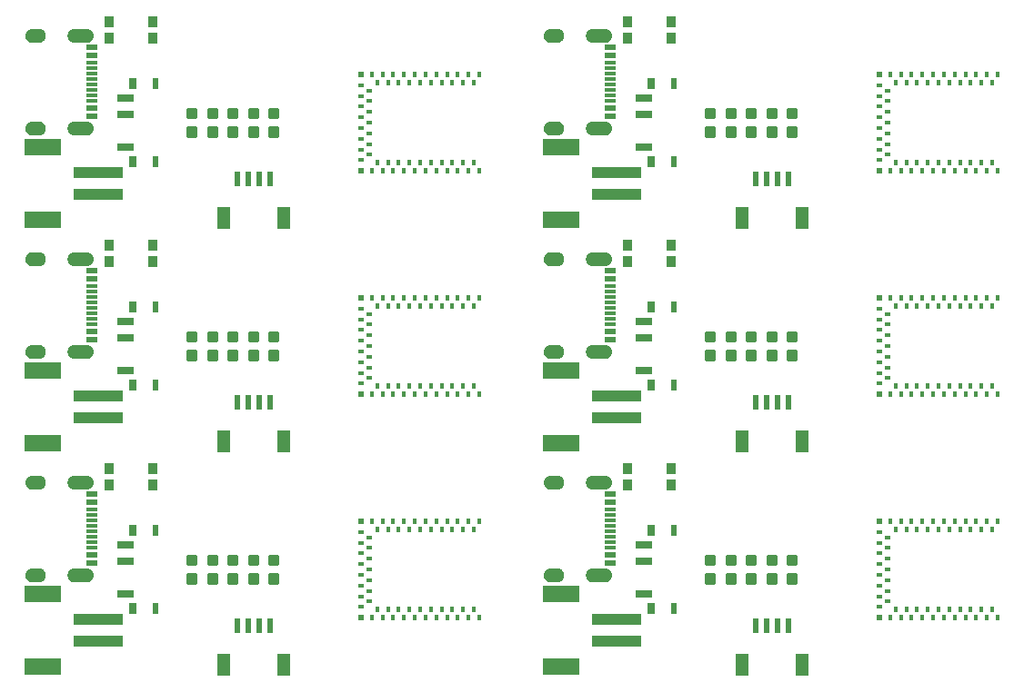
<source format=gtp>
G75*
%MOIN*%
%OFA0B0*%
%FSLAX25Y25*%
%IPPOS*%
%LPD*%
%AMOC8*
5,1,8,0,0,1.08239X$1,22.5*
%
%ADD10C,0.01181*%
%ADD11R,0.03543X0.03937*%
%ADD12R,0.04724X0.07874*%
%ADD13R,0.02362X0.05315*%
%ADD14R,0.18110X0.03937*%
%ADD15R,0.13386X0.06299*%
%ADD16R,0.05906X0.02756*%
%ADD17R,0.02362X0.03937*%
%ADD18R,0.03150X0.03937*%
%ADD19R,0.01575X0.02362*%
%ADD20R,0.02362X0.02362*%
%ADD21R,0.02362X0.01575*%
%ADD22R,0.04000X0.01181*%
%ADD23R,0.04000X0.02362*%
%ADD24R,0.04000X0.02165*%
%ADD25C,0.00039*%
D10*
X0107872Y0092102D02*
X0110628Y0092102D01*
X0107872Y0092102D02*
X0107872Y0094858D01*
X0110628Y0094858D01*
X0110628Y0092102D01*
X0110628Y0093224D02*
X0107872Y0093224D01*
X0107872Y0094346D02*
X0110628Y0094346D01*
X0115372Y0092102D02*
X0118128Y0092102D01*
X0115372Y0092102D02*
X0115372Y0094858D01*
X0118128Y0094858D01*
X0118128Y0092102D01*
X0118128Y0093224D02*
X0115372Y0093224D01*
X0115372Y0094346D02*
X0118128Y0094346D01*
X0122872Y0092102D02*
X0125628Y0092102D01*
X0122872Y0092102D02*
X0122872Y0094858D01*
X0125628Y0094858D01*
X0125628Y0092102D01*
X0125628Y0093224D02*
X0122872Y0093224D01*
X0122872Y0094346D02*
X0125628Y0094346D01*
X0130372Y0092102D02*
X0133128Y0092102D01*
X0130372Y0092102D02*
X0130372Y0094858D01*
X0133128Y0094858D01*
X0133128Y0092102D01*
X0133128Y0093224D02*
X0130372Y0093224D01*
X0130372Y0094346D02*
X0133128Y0094346D01*
X0137872Y0092102D02*
X0140628Y0092102D01*
X0137872Y0092102D02*
X0137872Y0094858D01*
X0140628Y0094858D01*
X0140628Y0092102D01*
X0140628Y0093224D02*
X0137872Y0093224D01*
X0137872Y0094346D02*
X0140628Y0094346D01*
X0140628Y0099008D02*
X0137872Y0099008D01*
X0137872Y0101764D01*
X0140628Y0101764D01*
X0140628Y0099008D01*
X0140628Y0100130D02*
X0137872Y0100130D01*
X0137872Y0101252D02*
X0140628Y0101252D01*
X0133128Y0099008D02*
X0130372Y0099008D01*
X0130372Y0101764D01*
X0133128Y0101764D01*
X0133128Y0099008D01*
X0133128Y0100130D02*
X0130372Y0100130D01*
X0130372Y0101252D02*
X0133128Y0101252D01*
X0125628Y0099008D02*
X0122872Y0099008D01*
X0122872Y0101764D01*
X0125628Y0101764D01*
X0125628Y0099008D01*
X0125628Y0100130D02*
X0122872Y0100130D01*
X0122872Y0101252D02*
X0125628Y0101252D01*
X0118128Y0099008D02*
X0115372Y0099008D01*
X0115372Y0101764D01*
X0118128Y0101764D01*
X0118128Y0099008D01*
X0118128Y0100130D02*
X0115372Y0100130D01*
X0115372Y0101252D02*
X0118128Y0101252D01*
X0110628Y0099008D02*
X0107872Y0099008D01*
X0107872Y0101764D01*
X0110628Y0101764D01*
X0110628Y0099008D01*
X0110628Y0100130D02*
X0107872Y0100130D01*
X0107872Y0101252D02*
X0110628Y0101252D01*
X0110628Y0174102D02*
X0107872Y0174102D01*
X0107872Y0176858D01*
X0110628Y0176858D01*
X0110628Y0174102D01*
X0110628Y0175224D02*
X0107872Y0175224D01*
X0107872Y0176346D02*
X0110628Y0176346D01*
X0115372Y0174102D02*
X0118128Y0174102D01*
X0115372Y0174102D02*
X0115372Y0176858D01*
X0118128Y0176858D01*
X0118128Y0174102D01*
X0118128Y0175224D02*
X0115372Y0175224D01*
X0115372Y0176346D02*
X0118128Y0176346D01*
X0122872Y0174102D02*
X0125628Y0174102D01*
X0122872Y0174102D02*
X0122872Y0176858D01*
X0125628Y0176858D01*
X0125628Y0174102D01*
X0125628Y0175224D02*
X0122872Y0175224D01*
X0122872Y0176346D02*
X0125628Y0176346D01*
X0130372Y0174102D02*
X0133128Y0174102D01*
X0130372Y0174102D02*
X0130372Y0176858D01*
X0133128Y0176858D01*
X0133128Y0174102D01*
X0133128Y0175224D02*
X0130372Y0175224D01*
X0130372Y0176346D02*
X0133128Y0176346D01*
X0137872Y0174102D02*
X0140628Y0174102D01*
X0137872Y0174102D02*
X0137872Y0176858D01*
X0140628Y0176858D01*
X0140628Y0174102D01*
X0140628Y0175224D02*
X0137872Y0175224D01*
X0137872Y0176346D02*
X0140628Y0176346D01*
X0140628Y0181008D02*
X0137872Y0181008D01*
X0137872Y0183764D01*
X0140628Y0183764D01*
X0140628Y0181008D01*
X0140628Y0182130D02*
X0137872Y0182130D01*
X0137872Y0183252D02*
X0140628Y0183252D01*
X0133128Y0181008D02*
X0130372Y0181008D01*
X0130372Y0183764D01*
X0133128Y0183764D01*
X0133128Y0181008D01*
X0133128Y0182130D02*
X0130372Y0182130D01*
X0130372Y0183252D02*
X0133128Y0183252D01*
X0125628Y0181008D02*
X0122872Y0181008D01*
X0122872Y0183764D01*
X0125628Y0183764D01*
X0125628Y0181008D01*
X0125628Y0182130D02*
X0122872Y0182130D01*
X0122872Y0183252D02*
X0125628Y0183252D01*
X0118128Y0181008D02*
X0115372Y0181008D01*
X0115372Y0183764D01*
X0118128Y0183764D01*
X0118128Y0181008D01*
X0118128Y0182130D02*
X0115372Y0182130D01*
X0115372Y0183252D02*
X0118128Y0183252D01*
X0110628Y0181008D02*
X0107872Y0181008D01*
X0107872Y0183764D01*
X0110628Y0183764D01*
X0110628Y0181008D01*
X0110628Y0182130D02*
X0107872Y0182130D01*
X0107872Y0183252D02*
X0110628Y0183252D01*
X0110628Y0256102D02*
X0107872Y0256102D01*
X0107872Y0258858D01*
X0110628Y0258858D01*
X0110628Y0256102D01*
X0110628Y0257224D02*
X0107872Y0257224D01*
X0107872Y0258346D02*
X0110628Y0258346D01*
X0115372Y0256102D02*
X0118128Y0256102D01*
X0115372Y0256102D02*
X0115372Y0258858D01*
X0118128Y0258858D01*
X0118128Y0256102D01*
X0118128Y0257224D02*
X0115372Y0257224D01*
X0115372Y0258346D02*
X0118128Y0258346D01*
X0122872Y0256102D02*
X0125628Y0256102D01*
X0122872Y0256102D02*
X0122872Y0258858D01*
X0125628Y0258858D01*
X0125628Y0256102D01*
X0125628Y0257224D02*
X0122872Y0257224D01*
X0122872Y0258346D02*
X0125628Y0258346D01*
X0130372Y0256102D02*
X0133128Y0256102D01*
X0130372Y0256102D02*
X0130372Y0258858D01*
X0133128Y0258858D01*
X0133128Y0256102D01*
X0133128Y0257224D02*
X0130372Y0257224D01*
X0130372Y0258346D02*
X0133128Y0258346D01*
X0137872Y0256102D02*
X0140628Y0256102D01*
X0137872Y0256102D02*
X0137872Y0258858D01*
X0140628Y0258858D01*
X0140628Y0256102D01*
X0140628Y0257224D02*
X0137872Y0257224D01*
X0137872Y0258346D02*
X0140628Y0258346D01*
X0140628Y0263008D02*
X0137872Y0263008D01*
X0137872Y0265764D01*
X0140628Y0265764D01*
X0140628Y0263008D01*
X0140628Y0264130D02*
X0137872Y0264130D01*
X0137872Y0265252D02*
X0140628Y0265252D01*
X0133128Y0263008D02*
X0130372Y0263008D01*
X0130372Y0265764D01*
X0133128Y0265764D01*
X0133128Y0263008D01*
X0133128Y0264130D02*
X0130372Y0264130D01*
X0130372Y0265252D02*
X0133128Y0265252D01*
X0125628Y0263008D02*
X0122872Y0263008D01*
X0122872Y0265764D01*
X0125628Y0265764D01*
X0125628Y0263008D01*
X0125628Y0264130D02*
X0122872Y0264130D01*
X0122872Y0265252D02*
X0125628Y0265252D01*
X0118128Y0263008D02*
X0115372Y0263008D01*
X0115372Y0265764D01*
X0118128Y0265764D01*
X0118128Y0263008D01*
X0118128Y0264130D02*
X0115372Y0264130D01*
X0115372Y0265252D02*
X0118128Y0265252D01*
X0110628Y0263008D02*
X0107872Y0263008D01*
X0107872Y0265764D01*
X0110628Y0265764D01*
X0110628Y0263008D01*
X0110628Y0264130D02*
X0107872Y0264130D01*
X0107872Y0265252D02*
X0110628Y0265252D01*
X0297872Y0263008D02*
X0300628Y0263008D01*
X0297872Y0263008D02*
X0297872Y0265764D01*
X0300628Y0265764D01*
X0300628Y0263008D01*
X0300628Y0264130D02*
X0297872Y0264130D01*
X0297872Y0265252D02*
X0300628Y0265252D01*
X0305372Y0263008D02*
X0308128Y0263008D01*
X0305372Y0263008D02*
X0305372Y0265764D01*
X0308128Y0265764D01*
X0308128Y0263008D01*
X0308128Y0264130D02*
X0305372Y0264130D01*
X0305372Y0265252D02*
X0308128Y0265252D01*
X0312872Y0263008D02*
X0315628Y0263008D01*
X0312872Y0263008D02*
X0312872Y0265764D01*
X0315628Y0265764D01*
X0315628Y0263008D01*
X0315628Y0264130D02*
X0312872Y0264130D01*
X0312872Y0265252D02*
X0315628Y0265252D01*
X0320372Y0263008D02*
X0323128Y0263008D01*
X0320372Y0263008D02*
X0320372Y0265764D01*
X0323128Y0265764D01*
X0323128Y0263008D01*
X0323128Y0264130D02*
X0320372Y0264130D01*
X0320372Y0265252D02*
X0323128Y0265252D01*
X0327872Y0263008D02*
X0330628Y0263008D01*
X0327872Y0263008D02*
X0327872Y0265764D01*
X0330628Y0265764D01*
X0330628Y0263008D01*
X0330628Y0264130D02*
X0327872Y0264130D01*
X0327872Y0265252D02*
X0330628Y0265252D01*
X0330628Y0256102D02*
X0327872Y0256102D01*
X0327872Y0258858D01*
X0330628Y0258858D01*
X0330628Y0256102D01*
X0330628Y0257224D02*
X0327872Y0257224D01*
X0327872Y0258346D02*
X0330628Y0258346D01*
X0323128Y0256102D02*
X0320372Y0256102D01*
X0320372Y0258858D01*
X0323128Y0258858D01*
X0323128Y0256102D01*
X0323128Y0257224D02*
X0320372Y0257224D01*
X0320372Y0258346D02*
X0323128Y0258346D01*
X0315628Y0256102D02*
X0312872Y0256102D01*
X0312872Y0258858D01*
X0315628Y0258858D01*
X0315628Y0256102D01*
X0315628Y0257224D02*
X0312872Y0257224D01*
X0312872Y0258346D02*
X0315628Y0258346D01*
X0308128Y0256102D02*
X0305372Y0256102D01*
X0305372Y0258858D01*
X0308128Y0258858D01*
X0308128Y0256102D01*
X0308128Y0257224D02*
X0305372Y0257224D01*
X0305372Y0258346D02*
X0308128Y0258346D01*
X0300628Y0256102D02*
X0297872Y0256102D01*
X0297872Y0258858D01*
X0300628Y0258858D01*
X0300628Y0256102D01*
X0300628Y0257224D02*
X0297872Y0257224D01*
X0297872Y0258346D02*
X0300628Y0258346D01*
X0300628Y0181008D02*
X0297872Y0181008D01*
X0297872Y0183764D01*
X0300628Y0183764D01*
X0300628Y0181008D01*
X0300628Y0182130D02*
X0297872Y0182130D01*
X0297872Y0183252D02*
X0300628Y0183252D01*
X0305372Y0181008D02*
X0308128Y0181008D01*
X0305372Y0181008D02*
X0305372Y0183764D01*
X0308128Y0183764D01*
X0308128Y0181008D01*
X0308128Y0182130D02*
X0305372Y0182130D01*
X0305372Y0183252D02*
X0308128Y0183252D01*
X0312872Y0181008D02*
X0315628Y0181008D01*
X0312872Y0181008D02*
X0312872Y0183764D01*
X0315628Y0183764D01*
X0315628Y0181008D01*
X0315628Y0182130D02*
X0312872Y0182130D01*
X0312872Y0183252D02*
X0315628Y0183252D01*
X0320372Y0181008D02*
X0323128Y0181008D01*
X0320372Y0181008D02*
X0320372Y0183764D01*
X0323128Y0183764D01*
X0323128Y0181008D01*
X0323128Y0182130D02*
X0320372Y0182130D01*
X0320372Y0183252D02*
X0323128Y0183252D01*
X0327872Y0181008D02*
X0330628Y0181008D01*
X0327872Y0181008D02*
X0327872Y0183764D01*
X0330628Y0183764D01*
X0330628Y0181008D01*
X0330628Y0182130D02*
X0327872Y0182130D01*
X0327872Y0183252D02*
X0330628Y0183252D01*
X0330628Y0174102D02*
X0327872Y0174102D01*
X0327872Y0176858D01*
X0330628Y0176858D01*
X0330628Y0174102D01*
X0330628Y0175224D02*
X0327872Y0175224D01*
X0327872Y0176346D02*
X0330628Y0176346D01*
X0323128Y0174102D02*
X0320372Y0174102D01*
X0320372Y0176858D01*
X0323128Y0176858D01*
X0323128Y0174102D01*
X0323128Y0175224D02*
X0320372Y0175224D01*
X0320372Y0176346D02*
X0323128Y0176346D01*
X0315628Y0174102D02*
X0312872Y0174102D01*
X0312872Y0176858D01*
X0315628Y0176858D01*
X0315628Y0174102D01*
X0315628Y0175224D02*
X0312872Y0175224D01*
X0312872Y0176346D02*
X0315628Y0176346D01*
X0308128Y0174102D02*
X0305372Y0174102D01*
X0305372Y0176858D01*
X0308128Y0176858D01*
X0308128Y0174102D01*
X0308128Y0175224D02*
X0305372Y0175224D01*
X0305372Y0176346D02*
X0308128Y0176346D01*
X0300628Y0174102D02*
X0297872Y0174102D01*
X0297872Y0176858D01*
X0300628Y0176858D01*
X0300628Y0174102D01*
X0300628Y0175224D02*
X0297872Y0175224D01*
X0297872Y0176346D02*
X0300628Y0176346D01*
X0300628Y0099008D02*
X0297872Y0099008D01*
X0297872Y0101764D01*
X0300628Y0101764D01*
X0300628Y0099008D01*
X0300628Y0100130D02*
X0297872Y0100130D01*
X0297872Y0101252D02*
X0300628Y0101252D01*
X0305372Y0099008D02*
X0308128Y0099008D01*
X0305372Y0099008D02*
X0305372Y0101764D01*
X0308128Y0101764D01*
X0308128Y0099008D01*
X0308128Y0100130D02*
X0305372Y0100130D01*
X0305372Y0101252D02*
X0308128Y0101252D01*
X0312872Y0099008D02*
X0315628Y0099008D01*
X0312872Y0099008D02*
X0312872Y0101764D01*
X0315628Y0101764D01*
X0315628Y0099008D01*
X0315628Y0100130D02*
X0312872Y0100130D01*
X0312872Y0101252D02*
X0315628Y0101252D01*
X0320372Y0099008D02*
X0323128Y0099008D01*
X0320372Y0099008D02*
X0320372Y0101764D01*
X0323128Y0101764D01*
X0323128Y0099008D01*
X0323128Y0100130D02*
X0320372Y0100130D01*
X0320372Y0101252D02*
X0323128Y0101252D01*
X0327872Y0099008D02*
X0330628Y0099008D01*
X0327872Y0099008D02*
X0327872Y0101764D01*
X0330628Y0101764D01*
X0330628Y0099008D01*
X0330628Y0100130D02*
X0327872Y0100130D01*
X0327872Y0101252D02*
X0330628Y0101252D01*
X0330628Y0092102D02*
X0327872Y0092102D01*
X0327872Y0094858D01*
X0330628Y0094858D01*
X0330628Y0092102D01*
X0330628Y0093224D02*
X0327872Y0093224D01*
X0327872Y0094346D02*
X0330628Y0094346D01*
X0323128Y0092102D02*
X0320372Y0092102D01*
X0320372Y0094858D01*
X0323128Y0094858D01*
X0323128Y0092102D01*
X0323128Y0093224D02*
X0320372Y0093224D01*
X0320372Y0094346D02*
X0323128Y0094346D01*
X0315628Y0092102D02*
X0312872Y0092102D01*
X0312872Y0094858D01*
X0315628Y0094858D01*
X0315628Y0092102D01*
X0315628Y0093224D02*
X0312872Y0093224D01*
X0312872Y0094346D02*
X0315628Y0094346D01*
X0308128Y0092102D02*
X0305372Y0092102D01*
X0305372Y0094858D01*
X0308128Y0094858D01*
X0308128Y0092102D01*
X0308128Y0093224D02*
X0305372Y0093224D01*
X0305372Y0094346D02*
X0308128Y0094346D01*
X0300628Y0092102D02*
X0297872Y0092102D01*
X0297872Y0094858D01*
X0300628Y0094858D01*
X0300628Y0092102D01*
X0300628Y0093224D02*
X0297872Y0093224D01*
X0297872Y0094346D02*
X0300628Y0094346D01*
D11*
X0284821Y0127783D03*
X0284821Y0134083D03*
X0268679Y0134083D03*
X0268679Y0127783D03*
X0268679Y0209783D03*
X0268679Y0216083D03*
X0284821Y0216083D03*
X0284821Y0209783D03*
X0284821Y0291783D03*
X0284821Y0298083D03*
X0268679Y0298083D03*
X0268679Y0291783D03*
X0094821Y0291783D03*
X0094821Y0298083D03*
X0078679Y0298083D03*
X0078679Y0291783D03*
X0078679Y0216083D03*
X0078679Y0209783D03*
X0094821Y0209783D03*
X0094821Y0216083D03*
X0094821Y0134083D03*
X0094821Y0127783D03*
X0078679Y0127783D03*
X0078679Y0134083D03*
D12*
X0120726Y0143965D03*
X0142774Y0143965D03*
X0142774Y0061965D03*
X0120726Y0061965D03*
X0310726Y0061965D03*
X0332774Y0061965D03*
X0332774Y0143965D03*
X0310726Y0143965D03*
X0310726Y0225965D03*
X0332774Y0225965D03*
X0142774Y0225965D03*
X0120726Y0225965D03*
D13*
X0125844Y0240433D03*
X0129781Y0240433D03*
X0133719Y0240433D03*
X0137656Y0240433D03*
X0137656Y0158433D03*
X0133719Y0158433D03*
X0129781Y0158433D03*
X0125844Y0158433D03*
X0125844Y0076433D03*
X0129781Y0076433D03*
X0133719Y0076433D03*
X0137656Y0076433D03*
X0315844Y0076433D03*
X0319781Y0076433D03*
X0323719Y0076433D03*
X0327656Y0076433D03*
X0327656Y0158433D03*
X0323719Y0158433D03*
X0319781Y0158433D03*
X0315844Y0158433D03*
X0315844Y0240433D03*
X0319781Y0240433D03*
X0323719Y0240433D03*
X0327656Y0240433D03*
D14*
X0264917Y0242470D03*
X0264917Y0234596D03*
X0264917Y0160470D03*
X0264917Y0152596D03*
X0264917Y0078470D03*
X0264917Y0070596D03*
X0074917Y0070596D03*
X0074917Y0078470D03*
X0074917Y0152596D03*
X0074917Y0160470D03*
X0074917Y0234596D03*
X0074917Y0242470D03*
D15*
X0054444Y0061147D03*
X0054444Y0087919D03*
X0054444Y0143147D03*
X0054444Y0169919D03*
X0054444Y0225147D03*
X0054444Y0251919D03*
X0244444Y0251919D03*
X0244444Y0225147D03*
X0244444Y0169919D03*
X0244444Y0143147D03*
X0244444Y0087919D03*
X0244444Y0061147D03*
D16*
X0274860Y0088075D03*
X0274860Y0099886D03*
X0274860Y0105791D03*
X0274860Y0170075D03*
X0274860Y0181886D03*
X0274860Y0187791D03*
X0274860Y0252075D03*
X0274860Y0263886D03*
X0274860Y0269791D03*
X0084860Y0269791D03*
X0084860Y0263886D03*
X0084860Y0252075D03*
X0084860Y0187791D03*
X0084860Y0181886D03*
X0084860Y0170075D03*
X0084860Y0105791D03*
X0084860Y0099886D03*
X0084860Y0088075D03*
D17*
X0095687Y0082563D03*
X0095687Y0111303D03*
X0095687Y0164563D03*
X0095687Y0193303D03*
X0095687Y0246563D03*
X0095687Y0275303D03*
X0285687Y0275303D03*
X0285687Y0246563D03*
X0285687Y0193303D03*
X0285687Y0164563D03*
X0285687Y0111303D03*
X0285687Y0082563D03*
D18*
X0277419Y0082563D03*
X0277419Y0111303D03*
X0277419Y0164563D03*
X0277419Y0193303D03*
X0277419Y0246563D03*
X0277419Y0275303D03*
X0087419Y0275303D03*
X0087419Y0246563D03*
X0087419Y0193303D03*
X0087419Y0164563D03*
X0087419Y0111303D03*
X0087419Y0082563D03*
D19*
X0175096Y0079217D03*
X0177065Y0082366D03*
X0179033Y0079217D03*
X0181002Y0082366D03*
X0182970Y0079217D03*
X0184939Y0082366D03*
X0186907Y0079217D03*
X0188876Y0082366D03*
X0190844Y0079217D03*
X0192813Y0082366D03*
X0194781Y0079217D03*
X0196750Y0082366D03*
X0198719Y0079217D03*
X0200687Y0082366D03*
X0202656Y0079217D03*
X0204624Y0082366D03*
X0206593Y0079217D03*
X0208561Y0082366D03*
X0210530Y0079217D03*
X0212498Y0082366D03*
X0214467Y0079217D03*
X0212498Y0111500D03*
X0210530Y0114650D03*
X0208561Y0111500D03*
X0206593Y0114650D03*
X0204624Y0111500D03*
X0202656Y0114650D03*
X0200687Y0111500D03*
X0198719Y0114650D03*
X0196750Y0111500D03*
X0194781Y0114650D03*
X0192813Y0111500D03*
X0190844Y0114650D03*
X0188876Y0111500D03*
X0186907Y0114650D03*
X0184939Y0111500D03*
X0182970Y0114650D03*
X0181002Y0111500D03*
X0179033Y0114650D03*
X0177065Y0111500D03*
X0175096Y0114650D03*
X0214467Y0114650D03*
X0214467Y0161217D03*
X0212498Y0164366D03*
X0210530Y0161217D03*
X0208561Y0164366D03*
X0206593Y0161217D03*
X0204624Y0164366D03*
X0202656Y0161217D03*
X0200687Y0164366D03*
X0198719Y0161217D03*
X0196750Y0164366D03*
X0194781Y0161217D03*
X0192813Y0164366D03*
X0190844Y0161217D03*
X0188876Y0164366D03*
X0186907Y0161217D03*
X0184939Y0164366D03*
X0182970Y0161217D03*
X0181002Y0164366D03*
X0179033Y0161217D03*
X0177065Y0164366D03*
X0175096Y0161217D03*
X0177065Y0193500D03*
X0179033Y0196650D03*
X0181002Y0193500D03*
X0182970Y0196650D03*
X0184939Y0193500D03*
X0186907Y0196650D03*
X0188876Y0193500D03*
X0190844Y0196650D03*
X0192813Y0193500D03*
X0194781Y0196650D03*
X0196750Y0193500D03*
X0198719Y0196650D03*
X0200687Y0193500D03*
X0202656Y0196650D03*
X0204624Y0193500D03*
X0206593Y0196650D03*
X0208561Y0193500D03*
X0210530Y0196650D03*
X0212498Y0193500D03*
X0214467Y0196650D03*
X0175096Y0196650D03*
X0175096Y0243217D03*
X0177065Y0246366D03*
X0179033Y0243217D03*
X0181002Y0246366D03*
X0182970Y0243217D03*
X0184939Y0246366D03*
X0186907Y0243217D03*
X0188876Y0246366D03*
X0190844Y0243217D03*
X0192813Y0246366D03*
X0194781Y0243217D03*
X0196750Y0246366D03*
X0198719Y0243217D03*
X0200687Y0246366D03*
X0202656Y0243217D03*
X0204624Y0246366D03*
X0206593Y0243217D03*
X0208561Y0246366D03*
X0210530Y0243217D03*
X0212498Y0246366D03*
X0214467Y0243217D03*
X0212498Y0275500D03*
X0210530Y0278650D03*
X0208561Y0275500D03*
X0206593Y0278650D03*
X0204624Y0275500D03*
X0202656Y0278650D03*
X0200687Y0275500D03*
X0198719Y0278650D03*
X0196750Y0275500D03*
X0194781Y0278650D03*
X0192813Y0275500D03*
X0190844Y0278650D03*
X0188876Y0275500D03*
X0186907Y0278650D03*
X0184939Y0275500D03*
X0182970Y0278650D03*
X0181002Y0275500D03*
X0179033Y0278650D03*
X0177065Y0275500D03*
X0175096Y0278650D03*
X0214467Y0278650D03*
X0365096Y0278650D03*
X0367065Y0275500D03*
X0369033Y0278650D03*
X0371002Y0275500D03*
X0372970Y0278650D03*
X0374939Y0275500D03*
X0376907Y0278650D03*
X0378876Y0275500D03*
X0380844Y0278650D03*
X0382813Y0275500D03*
X0384781Y0278650D03*
X0386750Y0275500D03*
X0388719Y0278650D03*
X0390687Y0275500D03*
X0392656Y0278650D03*
X0394624Y0275500D03*
X0396593Y0278650D03*
X0398561Y0275500D03*
X0400530Y0278650D03*
X0402498Y0275500D03*
X0404467Y0278650D03*
X0402498Y0246366D03*
X0400530Y0243217D03*
X0398561Y0246366D03*
X0396593Y0243217D03*
X0394624Y0246366D03*
X0392656Y0243217D03*
X0390687Y0246366D03*
X0388719Y0243217D03*
X0386750Y0246366D03*
X0384781Y0243217D03*
X0382813Y0246366D03*
X0380844Y0243217D03*
X0378876Y0246366D03*
X0376907Y0243217D03*
X0374939Y0246366D03*
X0372970Y0243217D03*
X0371002Y0246366D03*
X0369033Y0243217D03*
X0367065Y0246366D03*
X0365096Y0243217D03*
X0404467Y0243217D03*
X0404467Y0196650D03*
X0402498Y0193500D03*
X0400530Y0196650D03*
X0398561Y0193500D03*
X0396593Y0196650D03*
X0394624Y0193500D03*
X0392656Y0196650D03*
X0390687Y0193500D03*
X0388719Y0196650D03*
X0386750Y0193500D03*
X0384781Y0196650D03*
X0382813Y0193500D03*
X0380844Y0196650D03*
X0378876Y0193500D03*
X0376907Y0196650D03*
X0374939Y0193500D03*
X0372970Y0196650D03*
X0371002Y0193500D03*
X0369033Y0196650D03*
X0367065Y0193500D03*
X0365096Y0196650D03*
X0367065Y0164366D03*
X0369033Y0161217D03*
X0371002Y0164366D03*
X0372970Y0161217D03*
X0374939Y0164366D03*
X0376907Y0161217D03*
X0378876Y0164366D03*
X0380844Y0161217D03*
X0382813Y0164366D03*
X0384781Y0161217D03*
X0386750Y0164366D03*
X0388719Y0161217D03*
X0390687Y0164366D03*
X0392656Y0161217D03*
X0394624Y0164366D03*
X0396593Y0161217D03*
X0398561Y0164366D03*
X0400530Y0161217D03*
X0402498Y0164366D03*
X0404467Y0161217D03*
X0365096Y0161217D03*
X0365096Y0114650D03*
X0367065Y0111500D03*
X0369033Y0114650D03*
X0371002Y0111500D03*
X0372970Y0114650D03*
X0374939Y0111500D03*
X0376907Y0114650D03*
X0378876Y0111500D03*
X0380844Y0114650D03*
X0382813Y0111500D03*
X0384781Y0114650D03*
X0386750Y0111500D03*
X0388719Y0114650D03*
X0390687Y0111500D03*
X0392656Y0114650D03*
X0394624Y0111500D03*
X0396593Y0114650D03*
X0398561Y0111500D03*
X0400530Y0114650D03*
X0402498Y0111500D03*
X0404467Y0114650D03*
X0402498Y0082366D03*
X0400530Y0079217D03*
X0398561Y0082366D03*
X0396593Y0079217D03*
X0394624Y0082366D03*
X0392656Y0079217D03*
X0390687Y0082366D03*
X0388719Y0079217D03*
X0386750Y0082366D03*
X0384781Y0079217D03*
X0382813Y0082366D03*
X0380844Y0079217D03*
X0378876Y0082366D03*
X0376907Y0079217D03*
X0374939Y0082366D03*
X0372970Y0079217D03*
X0371002Y0082366D03*
X0369033Y0079217D03*
X0367065Y0082366D03*
X0365096Y0079217D03*
X0404467Y0079217D03*
D20*
X0361159Y0079217D03*
X0361159Y0114650D03*
X0361159Y0161217D03*
X0361159Y0196650D03*
X0361159Y0243217D03*
X0361159Y0278650D03*
X0171159Y0278650D03*
X0171159Y0243217D03*
X0171159Y0196650D03*
X0171159Y0161217D03*
X0171159Y0114650D03*
X0171159Y0079217D03*
D21*
X0171159Y0083154D03*
X0174309Y0085122D03*
X0171159Y0087091D03*
X0174309Y0089059D03*
X0171159Y0091028D03*
X0174309Y0092996D03*
X0171159Y0094965D03*
X0174309Y0096933D03*
X0171159Y0098902D03*
X0174309Y0100870D03*
X0171159Y0102839D03*
X0174309Y0104807D03*
X0171159Y0106776D03*
X0174309Y0108744D03*
X0171159Y0110713D03*
X0171159Y0165154D03*
X0174309Y0167122D03*
X0171159Y0169091D03*
X0174309Y0171059D03*
X0171159Y0173028D03*
X0174309Y0174996D03*
X0171159Y0176965D03*
X0174309Y0178933D03*
X0171159Y0180902D03*
X0174309Y0182870D03*
X0171159Y0184839D03*
X0174309Y0186807D03*
X0171159Y0188776D03*
X0174309Y0190744D03*
X0171159Y0192713D03*
X0171159Y0247154D03*
X0174309Y0249122D03*
X0171159Y0251091D03*
X0174309Y0253059D03*
X0171159Y0255028D03*
X0174309Y0256996D03*
X0171159Y0258965D03*
X0174309Y0260933D03*
X0171159Y0262902D03*
X0174309Y0264870D03*
X0171159Y0266839D03*
X0174309Y0268807D03*
X0171159Y0270776D03*
X0174309Y0272744D03*
X0171159Y0274713D03*
X0361159Y0274713D03*
X0364309Y0272744D03*
X0361159Y0270776D03*
X0364309Y0268807D03*
X0361159Y0266839D03*
X0364309Y0264870D03*
X0361159Y0262902D03*
X0364309Y0260933D03*
X0361159Y0258965D03*
X0364309Y0256996D03*
X0361159Y0255028D03*
X0364309Y0253059D03*
X0361159Y0251091D03*
X0364309Y0249122D03*
X0361159Y0247154D03*
X0361159Y0192713D03*
X0364309Y0190744D03*
X0361159Y0188776D03*
X0364309Y0186807D03*
X0361159Y0184839D03*
X0364309Y0182870D03*
X0361159Y0180902D03*
X0364309Y0178933D03*
X0361159Y0176965D03*
X0364309Y0174996D03*
X0361159Y0173028D03*
X0364309Y0171059D03*
X0361159Y0169091D03*
X0364309Y0167122D03*
X0361159Y0165154D03*
X0361159Y0110713D03*
X0364309Y0108744D03*
X0361159Y0106776D03*
X0364309Y0104807D03*
X0361159Y0102839D03*
X0364309Y0100870D03*
X0361159Y0098902D03*
X0364309Y0096933D03*
X0361159Y0094965D03*
X0364309Y0092996D03*
X0361159Y0091028D03*
X0364309Y0089059D03*
X0361159Y0087091D03*
X0364309Y0085122D03*
X0361159Y0083154D03*
D22*
X0262356Y0105043D03*
X0262356Y0107012D03*
X0262356Y0108980D03*
X0262356Y0110949D03*
X0262356Y0112917D03*
X0262356Y0114886D03*
X0262356Y0116854D03*
X0262356Y0118823D03*
X0262356Y0187043D03*
X0262356Y0189012D03*
X0262356Y0190980D03*
X0262356Y0192949D03*
X0262356Y0194917D03*
X0262356Y0196886D03*
X0262356Y0198854D03*
X0262356Y0200823D03*
X0262356Y0269043D03*
X0262356Y0271012D03*
X0262356Y0272980D03*
X0262356Y0274949D03*
X0262356Y0276917D03*
X0262356Y0278886D03*
X0262356Y0280854D03*
X0262356Y0282823D03*
X0072356Y0282823D03*
X0072356Y0280854D03*
X0072356Y0278886D03*
X0072356Y0276917D03*
X0072356Y0274949D03*
X0072356Y0272980D03*
X0072356Y0271012D03*
X0072356Y0269043D03*
X0072356Y0200823D03*
X0072356Y0198854D03*
X0072356Y0196886D03*
X0072356Y0194917D03*
X0072356Y0192949D03*
X0072356Y0190980D03*
X0072356Y0189012D03*
X0072356Y0187043D03*
X0072356Y0118823D03*
X0072356Y0116854D03*
X0072356Y0114886D03*
X0072356Y0112917D03*
X0072356Y0110949D03*
X0072356Y0108980D03*
X0072356Y0107012D03*
X0072356Y0105043D03*
D23*
X0072356Y0099236D03*
X0072356Y0124630D03*
X0072356Y0181236D03*
X0072356Y0206630D03*
X0072356Y0263236D03*
X0072356Y0288630D03*
X0262356Y0288630D03*
X0262356Y0263236D03*
X0262356Y0206630D03*
X0262356Y0181236D03*
X0262356Y0124630D03*
X0262356Y0099236D03*
D24*
X0262356Y0102287D03*
X0262356Y0121579D03*
X0262356Y0184287D03*
X0262356Y0203579D03*
X0262356Y0266287D03*
X0262356Y0285579D03*
X0072356Y0285579D03*
X0072356Y0266287D03*
X0072356Y0203579D03*
X0072356Y0184287D03*
X0072356Y0121579D03*
X0072356Y0102287D03*
D25*
X0070932Y0097226D02*
X0071353Y0097080D01*
X0071738Y0096855D01*
X0072072Y0096559D01*
X0072341Y0096203D01*
X0072536Y0095802D01*
X0072649Y0095370D01*
X0072675Y0094925D01*
X0072649Y0094480D01*
X0072536Y0094048D01*
X0072341Y0093647D01*
X0072072Y0093292D01*
X0071738Y0092995D01*
X0071353Y0092770D01*
X0070932Y0092624D01*
X0070490Y0092563D01*
X0065766Y0092563D01*
X0065267Y0092644D01*
X0064799Y0092833D01*
X0064384Y0093122D01*
X0064044Y0093496D01*
X0063796Y0093937D01*
X0063652Y0094421D01*
X0063620Y0094925D01*
X0063652Y0095429D01*
X0063796Y0095914D01*
X0064044Y0096354D01*
X0064384Y0096728D01*
X0064799Y0097017D01*
X0065267Y0097207D01*
X0065766Y0097287D01*
X0070490Y0097287D01*
X0070932Y0097226D01*
X0071005Y0097201D02*
X0065253Y0097201D01*
X0065159Y0097163D02*
X0071115Y0097163D01*
X0071224Y0097125D02*
X0065065Y0097125D01*
X0064972Y0097087D02*
X0071334Y0097087D01*
X0071406Y0097049D02*
X0064878Y0097049D01*
X0064790Y0097012D02*
X0071471Y0097012D01*
X0071536Y0096974D02*
X0064736Y0096974D01*
X0064682Y0096936D02*
X0071600Y0096936D01*
X0071665Y0096898D02*
X0064628Y0096898D01*
X0064573Y0096860D02*
X0071730Y0096860D01*
X0071775Y0096822D02*
X0064519Y0096822D01*
X0064465Y0096784D02*
X0071818Y0096784D01*
X0071861Y0096746D02*
X0064410Y0096746D01*
X0064366Y0096709D02*
X0071903Y0096709D01*
X0071946Y0096671D02*
X0064332Y0096671D01*
X0064297Y0096633D02*
X0071989Y0096633D01*
X0072031Y0096595D02*
X0064263Y0096595D01*
X0064229Y0096557D02*
X0072073Y0096557D01*
X0072102Y0096519D02*
X0064194Y0096519D01*
X0064160Y0096481D02*
X0072131Y0096481D01*
X0072159Y0096443D02*
X0064125Y0096443D01*
X0064091Y0096405D02*
X0072188Y0096405D01*
X0072217Y0096368D02*
X0064057Y0096368D01*
X0064031Y0096330D02*
X0072245Y0096330D01*
X0072274Y0096292D02*
X0064009Y0096292D01*
X0063988Y0096254D02*
X0072303Y0096254D01*
X0072332Y0096216D02*
X0063967Y0096216D01*
X0063945Y0096178D02*
X0072353Y0096178D01*
X0072372Y0096140D02*
X0063924Y0096140D01*
X0063903Y0096102D02*
X0072390Y0096102D01*
X0072409Y0096065D02*
X0063881Y0096065D01*
X0063860Y0096027D02*
X0072427Y0096027D01*
X0072445Y0095989D02*
X0063839Y0095989D01*
X0063817Y0095951D02*
X0072464Y0095951D01*
X0072482Y0095913D02*
X0063796Y0095913D01*
X0063785Y0095875D02*
X0072501Y0095875D01*
X0072519Y0095837D02*
X0063774Y0095837D01*
X0063762Y0095799D02*
X0072537Y0095799D01*
X0072547Y0095762D02*
X0063751Y0095762D01*
X0063740Y0095724D02*
X0072557Y0095724D01*
X0072566Y0095686D02*
X0063729Y0095686D01*
X0063717Y0095648D02*
X0072576Y0095648D01*
X0072586Y0095610D02*
X0063706Y0095610D01*
X0063695Y0095572D02*
X0072596Y0095572D01*
X0072606Y0095534D02*
X0063684Y0095534D01*
X0063672Y0095496D02*
X0072616Y0095496D01*
X0072626Y0095458D02*
X0063661Y0095458D01*
X0063652Y0095421D02*
X0072636Y0095421D01*
X0072646Y0095383D02*
X0063649Y0095383D01*
X0063647Y0095345D02*
X0072650Y0095345D01*
X0072653Y0095307D02*
X0063645Y0095307D01*
X0063642Y0095269D02*
X0072655Y0095269D01*
X0072657Y0095231D02*
X0063640Y0095231D01*
X0063637Y0095193D02*
X0072659Y0095193D01*
X0072662Y0095155D02*
X0063635Y0095155D01*
X0063632Y0095118D02*
X0072664Y0095118D01*
X0072666Y0095080D02*
X0063630Y0095080D01*
X0063628Y0095042D02*
X0072668Y0095042D01*
X0072671Y0095004D02*
X0063625Y0095004D01*
X0063623Y0094966D02*
X0072673Y0094966D01*
X0072675Y0094928D02*
X0063620Y0094928D01*
X0063622Y0094890D02*
X0072673Y0094890D01*
X0072671Y0094852D02*
X0063625Y0094852D01*
X0063627Y0094814D02*
X0072669Y0094814D01*
X0072666Y0094777D02*
X0063630Y0094777D01*
X0063632Y0094739D02*
X0072664Y0094739D01*
X0072662Y0094701D02*
X0063635Y0094701D01*
X0063637Y0094663D02*
X0072660Y0094663D01*
X0072657Y0094625D02*
X0063639Y0094625D01*
X0063642Y0094587D02*
X0072655Y0094587D01*
X0072653Y0094549D02*
X0063644Y0094549D01*
X0063647Y0094511D02*
X0072651Y0094511D01*
X0072647Y0094474D02*
X0063649Y0094474D01*
X0063652Y0094436D02*
X0072637Y0094436D01*
X0072627Y0094398D02*
X0063659Y0094398D01*
X0063671Y0094360D02*
X0072617Y0094360D01*
X0072608Y0094322D02*
X0063682Y0094322D01*
X0063693Y0094284D02*
X0072598Y0094284D01*
X0072588Y0094246D02*
X0063704Y0094246D01*
X0063716Y0094208D02*
X0072578Y0094208D01*
X0072568Y0094170D02*
X0063727Y0094170D01*
X0063738Y0094133D02*
X0072558Y0094133D01*
X0072548Y0094095D02*
X0063749Y0094095D01*
X0063761Y0094057D02*
X0072538Y0094057D01*
X0072522Y0094019D02*
X0063772Y0094019D01*
X0063783Y0093981D02*
X0072503Y0093981D01*
X0072485Y0093943D02*
X0063794Y0093943D01*
X0063814Y0093905D02*
X0072467Y0093905D01*
X0072448Y0093867D02*
X0063835Y0093867D01*
X0063857Y0093830D02*
X0072430Y0093830D01*
X0072411Y0093792D02*
X0063878Y0093792D01*
X0063899Y0093754D02*
X0072393Y0093754D01*
X0072375Y0093716D02*
X0063921Y0093716D01*
X0063942Y0093678D02*
X0072356Y0093678D01*
X0072336Y0093640D02*
X0063963Y0093640D01*
X0063985Y0093602D02*
X0072307Y0093602D01*
X0072279Y0093564D02*
X0064006Y0093564D01*
X0064027Y0093527D02*
X0072250Y0093527D01*
X0072221Y0093489D02*
X0064051Y0093489D01*
X0064086Y0093451D02*
X0072192Y0093451D01*
X0072164Y0093413D02*
X0064120Y0093413D01*
X0064155Y0093375D02*
X0072135Y0093375D01*
X0072106Y0093337D02*
X0064189Y0093337D01*
X0064223Y0093299D02*
X0072078Y0093299D01*
X0072038Y0093261D02*
X0064258Y0093261D01*
X0064292Y0093223D02*
X0071995Y0093223D01*
X0071953Y0093186D02*
X0064327Y0093186D01*
X0064361Y0093148D02*
X0071910Y0093148D01*
X0071867Y0093110D02*
X0064402Y0093110D01*
X0064456Y0093072D02*
X0071825Y0093072D01*
X0071782Y0093034D02*
X0064511Y0093034D01*
X0064565Y0092996D02*
X0071739Y0092996D01*
X0071675Y0092958D02*
X0064619Y0092958D01*
X0064673Y0092920D02*
X0071610Y0092920D01*
X0071546Y0092883D02*
X0064728Y0092883D01*
X0064782Y0092845D02*
X0071481Y0092845D01*
X0071416Y0092807D02*
X0064864Y0092807D01*
X0064957Y0092769D02*
X0071350Y0092769D01*
X0071241Y0092731D02*
X0065051Y0092731D01*
X0065145Y0092693D02*
X0071132Y0092693D01*
X0071022Y0092655D02*
X0065238Y0092655D01*
X0065429Y0092617D02*
X0070884Y0092617D01*
X0070610Y0092579D02*
X0065664Y0092579D01*
X0065465Y0097239D02*
X0070842Y0097239D01*
X0070567Y0097277D02*
X0065700Y0097277D01*
X0055173Y0095453D02*
X0055234Y0094925D01*
X0055187Y0094463D01*
X0055050Y0094018D01*
X0054829Y0093609D01*
X0054533Y0093251D01*
X0054172Y0092957D01*
X0053761Y0092740D01*
X0053315Y0092607D01*
X0052852Y0092563D01*
X0050490Y0092563D01*
X0050031Y0092610D01*
X0049591Y0092746D01*
X0049185Y0092965D01*
X0048830Y0093259D01*
X0048539Y0093617D01*
X0048323Y0094024D01*
X0048191Y0094466D01*
X0048148Y0094925D01*
X0048204Y0095449D01*
X0048376Y0095947D01*
X0048655Y0096394D01*
X0049026Y0096768D01*
X0049470Y0097050D01*
X0049967Y0097226D01*
X0050490Y0097287D01*
X0052852Y0097287D01*
X0053380Y0097230D01*
X0053883Y0097057D01*
X0054333Y0096776D01*
X0054711Y0096402D01*
X0054995Y0095953D01*
X0055173Y0095453D01*
X0055171Y0095458D02*
X0048208Y0095458D01*
X0048201Y0095421D02*
X0055176Y0095421D01*
X0055181Y0095383D02*
X0048197Y0095383D01*
X0048193Y0095345D02*
X0055185Y0095345D01*
X0055190Y0095307D02*
X0048189Y0095307D01*
X0048185Y0095269D02*
X0055194Y0095269D01*
X0055198Y0095231D02*
X0048181Y0095231D01*
X0048177Y0095193D02*
X0055203Y0095193D01*
X0055207Y0095155D02*
X0048173Y0095155D01*
X0048168Y0095118D02*
X0055212Y0095118D01*
X0055216Y0095080D02*
X0048164Y0095080D01*
X0048160Y0095042D02*
X0055221Y0095042D01*
X0055225Y0095004D02*
X0048156Y0095004D01*
X0048152Y0094966D02*
X0055229Y0094966D01*
X0055234Y0094928D02*
X0048148Y0094928D01*
X0048151Y0094890D02*
X0055231Y0094890D01*
X0055227Y0094852D02*
X0048155Y0094852D01*
X0048158Y0094814D02*
X0055223Y0094814D01*
X0055219Y0094777D02*
X0048162Y0094777D01*
X0048165Y0094739D02*
X0055215Y0094739D01*
X0055211Y0094701D02*
X0048169Y0094701D01*
X0048172Y0094663D02*
X0055207Y0094663D01*
X0055203Y0094625D02*
X0048176Y0094625D01*
X0048180Y0094587D02*
X0055200Y0094587D01*
X0055196Y0094549D02*
X0048183Y0094549D01*
X0048187Y0094511D02*
X0055192Y0094511D01*
X0055188Y0094474D02*
X0048190Y0094474D01*
X0048200Y0094436D02*
X0055178Y0094436D01*
X0055167Y0094398D02*
X0048211Y0094398D01*
X0048223Y0094360D02*
X0055155Y0094360D01*
X0055143Y0094322D02*
X0048234Y0094322D01*
X0048245Y0094284D02*
X0055132Y0094284D01*
X0055120Y0094246D02*
X0048257Y0094246D01*
X0048268Y0094208D02*
X0055108Y0094208D01*
X0055097Y0094170D02*
X0048279Y0094170D01*
X0048291Y0094133D02*
X0055085Y0094133D01*
X0055073Y0094095D02*
X0048302Y0094095D01*
X0048313Y0094057D02*
X0055062Y0094057D01*
X0055050Y0094019D02*
X0048326Y0094019D01*
X0048346Y0093981D02*
X0055030Y0093981D01*
X0055009Y0093943D02*
X0048366Y0093943D01*
X0048386Y0093905D02*
X0054989Y0093905D01*
X0054969Y0093867D02*
X0048406Y0093867D01*
X0048426Y0093830D02*
X0054948Y0093830D01*
X0054928Y0093792D02*
X0048446Y0093792D01*
X0048466Y0093754D02*
X0054907Y0093754D01*
X0054887Y0093716D02*
X0048486Y0093716D01*
X0048506Y0093678D02*
X0054866Y0093678D01*
X0054846Y0093640D02*
X0048526Y0093640D01*
X0048550Y0093602D02*
X0054823Y0093602D01*
X0054792Y0093564D02*
X0048581Y0093564D01*
X0048612Y0093527D02*
X0054761Y0093527D01*
X0054729Y0093489D02*
X0048643Y0093489D01*
X0048674Y0093451D02*
X0054698Y0093451D01*
X0054667Y0093413D02*
X0048704Y0093413D01*
X0048735Y0093375D02*
X0054635Y0093375D01*
X0054604Y0093337D02*
X0048766Y0093337D01*
X0048797Y0093299D02*
X0054573Y0093299D01*
X0054541Y0093261D02*
X0048828Y0093261D01*
X0048873Y0093223D02*
X0054499Y0093223D01*
X0054452Y0093186D02*
X0048918Y0093186D01*
X0048964Y0093148D02*
X0054406Y0093148D01*
X0054359Y0093110D02*
X0049010Y0093110D01*
X0049056Y0093072D02*
X0054313Y0093072D01*
X0054266Y0093034D02*
X0049101Y0093034D01*
X0049147Y0092996D02*
X0054220Y0092996D01*
X0054173Y0092958D02*
X0049197Y0092958D01*
X0049267Y0092920D02*
X0054102Y0092920D01*
X0054031Y0092883D02*
X0049338Y0092883D01*
X0049408Y0092845D02*
X0053959Y0092845D01*
X0053887Y0092807D02*
X0049478Y0092807D01*
X0049548Y0092769D02*
X0053816Y0092769D01*
X0053731Y0092731D02*
X0049639Y0092731D01*
X0049762Y0092693D02*
X0053605Y0092693D01*
X0053478Y0092655D02*
X0049885Y0092655D01*
X0050008Y0092617D02*
X0053351Y0092617D01*
X0053027Y0092579D02*
X0050330Y0092579D01*
X0048221Y0095496D02*
X0055157Y0095496D01*
X0055144Y0095534D02*
X0048234Y0095534D01*
X0048247Y0095572D02*
X0055130Y0095572D01*
X0055117Y0095610D02*
X0048260Y0095610D01*
X0048273Y0095648D02*
X0055103Y0095648D01*
X0055090Y0095686D02*
X0048286Y0095686D01*
X0048299Y0095724D02*
X0055077Y0095724D01*
X0055063Y0095762D02*
X0048312Y0095762D01*
X0048325Y0095799D02*
X0055050Y0095799D01*
X0055036Y0095837D02*
X0048338Y0095837D01*
X0048352Y0095875D02*
X0055023Y0095875D01*
X0055009Y0095913D02*
X0048365Y0095913D01*
X0048379Y0095951D02*
X0054996Y0095951D01*
X0054973Y0095989D02*
X0048402Y0095989D01*
X0048426Y0096027D02*
X0054949Y0096027D01*
X0054925Y0096065D02*
X0048450Y0096065D01*
X0048473Y0096102D02*
X0054901Y0096102D01*
X0054877Y0096140D02*
X0048497Y0096140D01*
X0048520Y0096178D02*
X0054853Y0096178D01*
X0054829Y0096216D02*
X0048544Y0096216D01*
X0048568Y0096254D02*
X0054804Y0096254D01*
X0054780Y0096292D02*
X0048591Y0096292D01*
X0048615Y0096330D02*
X0054756Y0096330D01*
X0054732Y0096368D02*
X0048638Y0096368D01*
X0048666Y0096405D02*
X0054707Y0096405D01*
X0054669Y0096443D02*
X0048704Y0096443D01*
X0048741Y0096481D02*
X0054631Y0096481D01*
X0054592Y0096519D02*
X0048779Y0096519D01*
X0048816Y0096557D02*
X0054554Y0096557D01*
X0054516Y0096595D02*
X0048854Y0096595D01*
X0048891Y0096633D02*
X0054478Y0096633D01*
X0054440Y0096671D02*
X0048929Y0096671D01*
X0048967Y0096709D02*
X0054402Y0096709D01*
X0054363Y0096746D02*
X0049004Y0096746D01*
X0049051Y0096784D02*
X0054320Y0096784D01*
X0054259Y0096822D02*
X0049111Y0096822D01*
X0049171Y0096860D02*
X0054198Y0096860D01*
X0054138Y0096898D02*
X0049230Y0096898D01*
X0049290Y0096936D02*
X0054077Y0096936D01*
X0054016Y0096974D02*
X0049350Y0096974D01*
X0049410Y0097012D02*
X0053955Y0097012D01*
X0053894Y0097049D02*
X0049469Y0097049D01*
X0049575Y0097087D02*
X0053794Y0097087D01*
X0053684Y0097125D02*
X0049682Y0097125D01*
X0049789Y0097163D02*
X0053574Y0097163D01*
X0053465Y0097201D02*
X0049896Y0097201D01*
X0050075Y0097239D02*
X0053300Y0097239D01*
X0052950Y0097277D02*
X0050399Y0097277D01*
X0050490Y0126579D02*
X0050031Y0126626D01*
X0049591Y0126762D01*
X0049185Y0126981D01*
X0048830Y0127275D01*
X0048539Y0127632D01*
X0048323Y0128040D01*
X0048191Y0128482D01*
X0048148Y0128941D01*
X0048204Y0129465D01*
X0048376Y0129963D01*
X0048655Y0130410D01*
X0049026Y0130784D01*
X0049470Y0131066D01*
X0049967Y0131242D01*
X0050490Y0131303D01*
X0052852Y0131303D01*
X0053380Y0131246D01*
X0053883Y0131073D01*
X0054333Y0130792D01*
X0054711Y0130418D01*
X0054995Y0129969D01*
X0055173Y0129469D01*
X0055234Y0128941D01*
X0055187Y0128478D01*
X0055050Y0128034D01*
X0054829Y0127625D01*
X0054533Y0127267D01*
X0054172Y0126973D01*
X0053761Y0126756D01*
X0053315Y0126622D01*
X0052852Y0126579D01*
X0050490Y0126579D01*
X0050313Y0126597D02*
X0053046Y0126597D01*
X0053357Y0126635D02*
X0050002Y0126635D01*
X0049879Y0126673D02*
X0053484Y0126673D01*
X0053610Y0126711D02*
X0049756Y0126711D01*
X0049633Y0126748D02*
X0053737Y0126748D01*
X0053819Y0126786D02*
X0049545Y0126786D01*
X0049475Y0126824D02*
X0053891Y0126824D01*
X0053962Y0126862D02*
X0049404Y0126862D01*
X0049334Y0126900D02*
X0054034Y0126900D01*
X0054105Y0126938D02*
X0049264Y0126938D01*
X0049194Y0126976D02*
X0054175Y0126976D01*
X0054222Y0127014D02*
X0049145Y0127014D01*
X0049099Y0127052D02*
X0054268Y0127052D01*
X0054315Y0127089D02*
X0049054Y0127089D01*
X0049008Y0127127D02*
X0054361Y0127127D01*
X0054408Y0127165D02*
X0048962Y0127165D01*
X0048916Y0127203D02*
X0054455Y0127203D01*
X0054501Y0127241D02*
X0048870Y0127241D01*
X0048826Y0127279D02*
X0054543Y0127279D01*
X0054574Y0127317D02*
X0048795Y0127317D01*
X0048765Y0127355D02*
X0054605Y0127355D01*
X0054637Y0127392D02*
X0048734Y0127392D01*
X0048703Y0127430D02*
X0054668Y0127430D01*
X0054699Y0127468D02*
X0048672Y0127468D01*
X0048641Y0127506D02*
X0054731Y0127506D01*
X0054762Y0127544D02*
X0048611Y0127544D01*
X0048580Y0127582D02*
X0054794Y0127582D01*
X0054825Y0127620D02*
X0048549Y0127620D01*
X0048525Y0127658D02*
X0054847Y0127658D01*
X0054867Y0127696D02*
X0048505Y0127696D01*
X0048485Y0127733D02*
X0054888Y0127733D01*
X0054908Y0127771D02*
X0048465Y0127771D01*
X0048445Y0127809D02*
X0054929Y0127809D01*
X0054949Y0127847D02*
X0048425Y0127847D01*
X0048405Y0127885D02*
X0054969Y0127885D01*
X0054990Y0127923D02*
X0048385Y0127923D01*
X0048365Y0127961D02*
X0055010Y0127961D01*
X0055031Y0127999D02*
X0048345Y0127999D01*
X0048325Y0128036D02*
X0055051Y0128036D01*
X0055062Y0128074D02*
X0048313Y0128074D01*
X0048301Y0128112D02*
X0055074Y0128112D01*
X0055086Y0128150D02*
X0048290Y0128150D01*
X0048279Y0128188D02*
X0055097Y0128188D01*
X0055109Y0128226D02*
X0048267Y0128226D01*
X0048256Y0128264D02*
X0055121Y0128264D01*
X0055132Y0128302D02*
X0048245Y0128302D01*
X0048233Y0128340D02*
X0055144Y0128340D01*
X0055156Y0128377D02*
X0048222Y0128377D01*
X0048211Y0128415D02*
X0055167Y0128415D01*
X0055179Y0128453D02*
X0048199Y0128453D01*
X0048190Y0128491D02*
X0055188Y0128491D01*
X0055192Y0128529D02*
X0048186Y0128529D01*
X0048183Y0128567D02*
X0055196Y0128567D01*
X0055200Y0128605D02*
X0048179Y0128605D01*
X0048176Y0128643D02*
X0055204Y0128643D01*
X0055208Y0128680D02*
X0048172Y0128680D01*
X0048169Y0128718D02*
X0055211Y0128718D01*
X0055215Y0128756D02*
X0048165Y0128756D01*
X0048161Y0128794D02*
X0055219Y0128794D01*
X0055223Y0128832D02*
X0048158Y0128832D01*
X0048154Y0128870D02*
X0055227Y0128870D01*
X0055231Y0128908D02*
X0048151Y0128908D01*
X0048148Y0128946D02*
X0055234Y0128946D01*
X0055229Y0128983D02*
X0048152Y0128983D01*
X0048156Y0129021D02*
X0055225Y0129021D01*
X0055220Y0129059D02*
X0048160Y0129059D01*
X0048165Y0129097D02*
X0055216Y0129097D01*
X0055212Y0129135D02*
X0048169Y0129135D01*
X0048173Y0129173D02*
X0055207Y0129173D01*
X0055203Y0129211D02*
X0048177Y0129211D01*
X0048181Y0129249D02*
X0055198Y0129249D01*
X0055194Y0129287D02*
X0048185Y0129287D01*
X0048189Y0129324D02*
X0055189Y0129324D01*
X0055185Y0129362D02*
X0048193Y0129362D01*
X0048197Y0129400D02*
X0055181Y0129400D01*
X0055176Y0129438D02*
X0048202Y0129438D01*
X0048208Y0129476D02*
X0055170Y0129476D01*
X0055157Y0129514D02*
X0048221Y0129514D01*
X0048234Y0129552D02*
X0055143Y0129552D01*
X0055130Y0129590D02*
X0048248Y0129590D01*
X0048261Y0129627D02*
X0055116Y0129627D01*
X0055103Y0129665D02*
X0048274Y0129665D01*
X0048287Y0129703D02*
X0055089Y0129703D01*
X0055076Y0129741D02*
X0048300Y0129741D01*
X0048313Y0129779D02*
X0055062Y0129779D01*
X0055049Y0129817D02*
X0048326Y0129817D01*
X0048339Y0129855D02*
X0055036Y0129855D01*
X0055022Y0129893D02*
X0048352Y0129893D01*
X0048365Y0129931D02*
X0055009Y0129931D01*
X0054995Y0129968D02*
X0048380Y0129968D01*
X0048404Y0130006D02*
X0054972Y0130006D01*
X0054948Y0130044D02*
X0048427Y0130044D01*
X0048451Y0130082D02*
X0054923Y0130082D01*
X0054899Y0130120D02*
X0048474Y0130120D01*
X0048498Y0130158D02*
X0054875Y0130158D01*
X0054851Y0130196D02*
X0048521Y0130196D01*
X0048545Y0130234D02*
X0054827Y0130234D01*
X0054803Y0130271D02*
X0048569Y0130271D01*
X0048592Y0130309D02*
X0054779Y0130309D01*
X0054755Y0130347D02*
X0048616Y0130347D01*
X0048639Y0130385D02*
X0054731Y0130385D01*
X0054705Y0130423D02*
X0048668Y0130423D01*
X0048705Y0130461D02*
X0054667Y0130461D01*
X0054629Y0130499D02*
X0048743Y0130499D01*
X0048781Y0130537D02*
X0054591Y0130537D01*
X0054553Y0130575D02*
X0048818Y0130575D01*
X0048856Y0130612D02*
X0054514Y0130612D01*
X0054476Y0130650D02*
X0048893Y0130650D01*
X0048931Y0130688D02*
X0054438Y0130688D01*
X0054400Y0130726D02*
X0048968Y0130726D01*
X0049006Y0130764D02*
X0054362Y0130764D01*
X0054317Y0130802D02*
X0049054Y0130802D01*
X0049114Y0130840D02*
X0054257Y0130840D01*
X0054196Y0130878D02*
X0049173Y0130878D01*
X0049233Y0130915D02*
X0054135Y0130915D01*
X0054074Y0130953D02*
X0049293Y0130953D01*
X0049353Y0130991D02*
X0054013Y0130991D01*
X0053952Y0131029D02*
X0049412Y0131029D01*
X0049473Y0131067D02*
X0053891Y0131067D01*
X0053789Y0131105D02*
X0049580Y0131105D01*
X0049687Y0131143D02*
X0053679Y0131143D01*
X0053569Y0131181D02*
X0049794Y0131181D01*
X0049901Y0131218D02*
X0053460Y0131218D01*
X0053284Y0131256D02*
X0050090Y0131256D01*
X0050414Y0131294D02*
X0052934Y0131294D01*
X0063652Y0129445D02*
X0063796Y0129930D01*
X0064044Y0130370D01*
X0064384Y0130744D01*
X0064799Y0131033D01*
X0065267Y0131223D01*
X0065766Y0131303D01*
X0070490Y0131303D01*
X0070932Y0131242D01*
X0071353Y0131096D01*
X0071738Y0130871D01*
X0072072Y0130575D01*
X0072341Y0130219D01*
X0072536Y0129818D01*
X0072649Y0129386D01*
X0072675Y0128941D01*
X0072649Y0128496D01*
X0072536Y0128064D01*
X0072341Y0127663D01*
X0072072Y0127307D01*
X0071738Y0127011D01*
X0071353Y0126786D01*
X0070932Y0126640D01*
X0070490Y0126579D01*
X0065766Y0126579D01*
X0065267Y0126659D01*
X0064799Y0126849D01*
X0064384Y0127138D01*
X0064044Y0127512D01*
X0063796Y0127952D01*
X0063652Y0128437D01*
X0063620Y0128941D01*
X0063652Y0129445D01*
X0063652Y0129438D02*
X0072635Y0129438D01*
X0072625Y0129476D02*
X0063662Y0129476D01*
X0063673Y0129514D02*
X0072615Y0129514D01*
X0072606Y0129552D02*
X0063684Y0129552D01*
X0063695Y0129590D02*
X0072596Y0129590D01*
X0072586Y0129627D02*
X0063707Y0129627D01*
X0063718Y0129665D02*
X0072576Y0129665D01*
X0072566Y0129703D02*
X0063729Y0129703D01*
X0063740Y0129741D02*
X0072556Y0129741D01*
X0072546Y0129779D02*
X0063752Y0129779D01*
X0063763Y0129817D02*
X0072536Y0129817D01*
X0072518Y0129855D02*
X0063774Y0129855D01*
X0063785Y0129893D02*
X0072500Y0129893D01*
X0072481Y0129931D02*
X0063797Y0129931D01*
X0063818Y0129968D02*
X0072463Y0129968D01*
X0072445Y0130006D02*
X0063839Y0130006D01*
X0063861Y0130044D02*
X0072426Y0130044D01*
X0072408Y0130082D02*
X0063882Y0130082D01*
X0063904Y0130120D02*
X0072389Y0130120D01*
X0072371Y0130158D02*
X0063925Y0130158D01*
X0063946Y0130196D02*
X0072353Y0130196D01*
X0072330Y0130234D02*
X0063968Y0130234D01*
X0063989Y0130271D02*
X0072302Y0130271D01*
X0072273Y0130309D02*
X0064010Y0130309D01*
X0064032Y0130347D02*
X0072244Y0130347D01*
X0072215Y0130385D02*
X0064058Y0130385D01*
X0064093Y0130423D02*
X0072187Y0130423D01*
X0072158Y0130461D02*
X0064127Y0130461D01*
X0064161Y0130499D02*
X0072129Y0130499D01*
X0072101Y0130537D02*
X0064196Y0130537D01*
X0064230Y0130575D02*
X0072072Y0130575D01*
X0072029Y0130612D02*
X0064265Y0130612D01*
X0064299Y0130650D02*
X0071987Y0130650D01*
X0071944Y0130688D02*
X0064333Y0130688D01*
X0064368Y0130726D02*
X0071901Y0130726D01*
X0071859Y0130764D02*
X0064413Y0130764D01*
X0064467Y0130802D02*
X0071816Y0130802D01*
X0071773Y0130840D02*
X0064521Y0130840D01*
X0064576Y0130878D02*
X0071727Y0130878D01*
X0071662Y0130915D02*
X0064630Y0130915D01*
X0064684Y0130953D02*
X0071597Y0130953D01*
X0071533Y0130991D02*
X0064739Y0130991D01*
X0064793Y0131029D02*
X0071468Y0131029D01*
X0071403Y0131067D02*
X0064883Y0131067D01*
X0064976Y0131105D02*
X0071328Y0131105D01*
X0071219Y0131143D02*
X0065070Y0131143D01*
X0065163Y0131181D02*
X0071110Y0131181D01*
X0071000Y0131218D02*
X0065257Y0131218D01*
X0065476Y0131256D02*
X0070829Y0131256D01*
X0070555Y0131294D02*
X0065711Y0131294D01*
X0063650Y0129400D02*
X0072645Y0129400D01*
X0072650Y0129362D02*
X0063647Y0129362D01*
X0063645Y0129324D02*
X0072652Y0129324D01*
X0072655Y0129287D02*
X0063642Y0129287D01*
X0063640Y0129249D02*
X0072657Y0129249D01*
X0072659Y0129211D02*
X0063637Y0129211D01*
X0063635Y0129173D02*
X0072661Y0129173D01*
X0072664Y0129135D02*
X0063633Y0129135D01*
X0063630Y0129097D02*
X0072666Y0129097D01*
X0072668Y0129059D02*
X0063628Y0129059D01*
X0063625Y0129021D02*
X0072670Y0129021D01*
X0072673Y0128983D02*
X0063623Y0128983D01*
X0063620Y0128946D02*
X0072675Y0128946D01*
X0072673Y0128908D02*
X0063622Y0128908D01*
X0063625Y0128870D02*
X0072671Y0128870D01*
X0072669Y0128832D02*
X0063627Y0128832D01*
X0063630Y0128794D02*
X0072666Y0128794D01*
X0072664Y0128756D02*
X0063632Y0128756D01*
X0063634Y0128718D02*
X0072662Y0128718D01*
X0072660Y0128680D02*
X0063637Y0128680D01*
X0063639Y0128643D02*
X0072658Y0128643D01*
X0072655Y0128605D02*
X0063642Y0128605D01*
X0063644Y0128567D02*
X0072653Y0128567D01*
X0072651Y0128529D02*
X0063647Y0128529D01*
X0063649Y0128491D02*
X0072648Y0128491D01*
X0072638Y0128453D02*
X0063651Y0128453D01*
X0063659Y0128415D02*
X0072628Y0128415D01*
X0072618Y0128377D02*
X0063670Y0128377D01*
X0063681Y0128340D02*
X0072608Y0128340D01*
X0072598Y0128302D02*
X0063693Y0128302D01*
X0063704Y0128264D02*
X0072588Y0128264D01*
X0072578Y0128226D02*
X0063715Y0128226D01*
X0063726Y0128188D02*
X0072568Y0128188D01*
X0072559Y0128150D02*
X0063738Y0128150D01*
X0063749Y0128112D02*
X0072549Y0128112D01*
X0072539Y0128074D02*
X0063760Y0128074D01*
X0063771Y0128036D02*
X0072523Y0128036D01*
X0072504Y0127999D02*
X0063783Y0127999D01*
X0063794Y0127961D02*
X0072486Y0127961D01*
X0072467Y0127923D02*
X0063813Y0127923D01*
X0063834Y0127885D02*
X0072449Y0127885D01*
X0072431Y0127847D02*
X0063856Y0127847D01*
X0063877Y0127809D02*
X0072412Y0127809D01*
X0072394Y0127771D02*
X0063898Y0127771D01*
X0063920Y0127733D02*
X0072375Y0127733D01*
X0072357Y0127696D02*
X0063941Y0127696D01*
X0063962Y0127658D02*
X0072337Y0127658D01*
X0072309Y0127620D02*
X0063984Y0127620D01*
X0064005Y0127582D02*
X0072280Y0127582D01*
X0072251Y0127544D02*
X0064026Y0127544D01*
X0064050Y0127506D02*
X0072223Y0127506D01*
X0072194Y0127468D02*
X0064084Y0127468D01*
X0064119Y0127430D02*
X0072165Y0127430D01*
X0072136Y0127392D02*
X0064153Y0127392D01*
X0064187Y0127355D02*
X0072108Y0127355D01*
X0072079Y0127317D02*
X0064222Y0127317D01*
X0064256Y0127279D02*
X0072040Y0127279D01*
X0071997Y0127241D02*
X0064291Y0127241D01*
X0064325Y0127203D02*
X0071955Y0127203D01*
X0071912Y0127165D02*
X0064359Y0127165D01*
X0064399Y0127127D02*
X0071869Y0127127D01*
X0071827Y0127089D02*
X0064454Y0127089D01*
X0064508Y0127052D02*
X0071784Y0127052D01*
X0071741Y0127014D02*
X0064562Y0127014D01*
X0064617Y0126976D02*
X0071678Y0126976D01*
X0071613Y0126938D02*
X0064671Y0126938D01*
X0064725Y0126900D02*
X0071549Y0126900D01*
X0071484Y0126862D02*
X0064780Y0126862D01*
X0064859Y0126824D02*
X0071419Y0126824D01*
X0071355Y0126786D02*
X0064953Y0126786D01*
X0065047Y0126748D02*
X0071246Y0126748D01*
X0071137Y0126711D02*
X0065140Y0126711D01*
X0065234Y0126673D02*
X0071027Y0126673D01*
X0070897Y0126635D02*
X0065419Y0126635D01*
X0065653Y0126597D02*
X0070622Y0126597D01*
X0070490Y0174563D02*
X0065766Y0174563D01*
X0065267Y0174644D01*
X0064799Y0174833D01*
X0064384Y0175122D01*
X0064044Y0175496D01*
X0063796Y0175937D01*
X0063652Y0176421D01*
X0063620Y0176925D01*
X0063652Y0177429D01*
X0063796Y0177914D01*
X0064044Y0178354D01*
X0064384Y0178728D01*
X0064799Y0179017D01*
X0065267Y0179207D01*
X0065766Y0179287D01*
X0070490Y0179287D01*
X0070932Y0179226D01*
X0071353Y0179080D01*
X0071738Y0178855D01*
X0072072Y0178559D01*
X0072341Y0178203D01*
X0072536Y0177802D01*
X0072649Y0177370D01*
X0072675Y0176925D01*
X0072649Y0176480D01*
X0072536Y0176048D01*
X0072341Y0175647D01*
X0072072Y0175292D01*
X0071738Y0174995D01*
X0071353Y0174770D01*
X0070932Y0174624D01*
X0070490Y0174563D01*
X0070705Y0174593D02*
X0065582Y0174593D01*
X0065347Y0174631D02*
X0070951Y0174631D01*
X0071060Y0174668D02*
X0065205Y0174668D01*
X0065112Y0174706D02*
X0071170Y0174706D01*
X0071279Y0174744D02*
X0065018Y0174744D01*
X0064925Y0174782D02*
X0071374Y0174782D01*
X0071439Y0174820D02*
X0064831Y0174820D01*
X0064763Y0174858D02*
X0071504Y0174858D01*
X0071568Y0174896D02*
X0064709Y0174896D01*
X0064655Y0174934D02*
X0071633Y0174934D01*
X0071698Y0174972D02*
X0064600Y0174972D01*
X0064546Y0175009D02*
X0071754Y0175009D01*
X0071797Y0175047D02*
X0064492Y0175047D01*
X0064437Y0175085D02*
X0071839Y0175085D01*
X0071882Y0175123D02*
X0064383Y0175123D01*
X0064349Y0175161D02*
X0071925Y0175161D01*
X0071967Y0175199D02*
X0064315Y0175199D01*
X0064280Y0175237D02*
X0072010Y0175237D01*
X0072053Y0175275D02*
X0064246Y0175275D01*
X0064211Y0175312D02*
X0072088Y0175312D01*
X0072116Y0175350D02*
X0064177Y0175350D01*
X0064142Y0175388D02*
X0072145Y0175388D01*
X0072174Y0175426D02*
X0064108Y0175426D01*
X0064074Y0175464D02*
X0072203Y0175464D01*
X0072231Y0175502D02*
X0064041Y0175502D01*
X0064020Y0175540D02*
X0072260Y0175540D01*
X0072289Y0175578D02*
X0063998Y0175578D01*
X0063977Y0175615D02*
X0072317Y0175615D01*
X0072344Y0175653D02*
X0063956Y0175653D01*
X0063934Y0175691D02*
X0072363Y0175691D01*
X0072381Y0175729D02*
X0063913Y0175729D01*
X0063892Y0175767D02*
X0072399Y0175767D01*
X0072418Y0175805D02*
X0063870Y0175805D01*
X0063849Y0175843D02*
X0072436Y0175843D01*
X0072455Y0175881D02*
X0063828Y0175881D01*
X0063806Y0175919D02*
X0072473Y0175919D01*
X0072491Y0175956D02*
X0063790Y0175956D01*
X0063779Y0175994D02*
X0072510Y0175994D01*
X0072528Y0176032D02*
X0063768Y0176032D01*
X0063757Y0176070D02*
X0072542Y0176070D01*
X0072552Y0176108D02*
X0063745Y0176108D01*
X0063734Y0176146D02*
X0072561Y0176146D01*
X0072571Y0176184D02*
X0063723Y0176184D01*
X0063712Y0176222D02*
X0072581Y0176222D01*
X0072591Y0176259D02*
X0063700Y0176259D01*
X0063689Y0176297D02*
X0072601Y0176297D01*
X0072611Y0176335D02*
X0063678Y0176335D01*
X0063667Y0176373D02*
X0072621Y0176373D01*
X0072631Y0176411D02*
X0063655Y0176411D01*
X0063651Y0176449D02*
X0072641Y0176449D01*
X0072649Y0176487D02*
X0063648Y0176487D01*
X0063646Y0176525D02*
X0072651Y0176525D01*
X0072654Y0176563D02*
X0063643Y0176563D01*
X0063641Y0176600D02*
X0072656Y0176600D01*
X0072658Y0176638D02*
X0063639Y0176638D01*
X0063636Y0176676D02*
X0072660Y0176676D01*
X0072663Y0176714D02*
X0063634Y0176714D01*
X0063631Y0176752D02*
X0072665Y0176752D01*
X0072667Y0176790D02*
X0063629Y0176790D01*
X0063626Y0176828D02*
X0072669Y0176828D01*
X0072672Y0176866D02*
X0063624Y0176866D01*
X0063621Y0176903D02*
X0072674Y0176903D01*
X0072674Y0176941D02*
X0063621Y0176941D01*
X0063624Y0176979D02*
X0072672Y0176979D01*
X0072670Y0177017D02*
X0063626Y0177017D01*
X0063628Y0177055D02*
X0072667Y0177055D01*
X0072665Y0177093D02*
X0063631Y0177093D01*
X0063633Y0177131D02*
X0072663Y0177131D01*
X0072661Y0177169D02*
X0063636Y0177169D01*
X0063638Y0177207D02*
X0072659Y0177207D01*
X0072656Y0177244D02*
X0063641Y0177244D01*
X0063643Y0177282D02*
X0072654Y0177282D01*
X0072652Y0177320D02*
X0063645Y0177320D01*
X0063648Y0177358D02*
X0072650Y0177358D01*
X0072642Y0177396D02*
X0063650Y0177396D01*
X0063654Y0177434D02*
X0072632Y0177434D01*
X0072622Y0177472D02*
X0063665Y0177472D01*
X0063676Y0177510D02*
X0072612Y0177510D01*
X0072603Y0177547D02*
X0063688Y0177547D01*
X0063699Y0177585D02*
X0072593Y0177585D01*
X0072583Y0177623D02*
X0063710Y0177623D01*
X0063721Y0177661D02*
X0072573Y0177661D01*
X0072563Y0177699D02*
X0063733Y0177699D01*
X0063744Y0177737D02*
X0072553Y0177737D01*
X0072543Y0177775D02*
X0063755Y0177775D01*
X0063766Y0177813D02*
X0072531Y0177813D01*
X0072512Y0177850D02*
X0063777Y0177850D01*
X0063789Y0177888D02*
X0072494Y0177888D01*
X0072476Y0177926D02*
X0063803Y0177926D01*
X0063825Y0177964D02*
X0072457Y0177964D01*
X0072439Y0178002D02*
X0063846Y0178002D01*
X0063867Y0178040D02*
X0072421Y0178040D01*
X0072402Y0178078D02*
X0063889Y0178078D01*
X0063910Y0178116D02*
X0072384Y0178116D01*
X0072365Y0178154D02*
X0063931Y0178154D01*
X0063953Y0178191D02*
X0072347Y0178191D01*
X0072322Y0178229D02*
X0063974Y0178229D01*
X0063995Y0178267D02*
X0072293Y0178267D01*
X0072264Y0178305D02*
X0064017Y0178305D01*
X0064038Y0178343D02*
X0072235Y0178343D01*
X0072207Y0178381D02*
X0064069Y0178381D01*
X0064103Y0178419D02*
X0072178Y0178419D01*
X0072149Y0178457D02*
X0064137Y0178457D01*
X0064172Y0178494D02*
X0072121Y0178494D01*
X0072092Y0178532D02*
X0064206Y0178532D01*
X0064241Y0178570D02*
X0072059Y0178570D01*
X0072016Y0178608D02*
X0064275Y0178608D01*
X0064309Y0178646D02*
X0071974Y0178646D01*
X0071931Y0178684D02*
X0064344Y0178684D01*
X0064378Y0178722D02*
X0071888Y0178722D01*
X0071846Y0178760D02*
X0064429Y0178760D01*
X0064484Y0178798D02*
X0071803Y0178798D01*
X0071760Y0178835D02*
X0064538Y0178835D01*
X0064592Y0178873D02*
X0071707Y0178873D01*
X0071642Y0178911D02*
X0064646Y0178911D01*
X0064701Y0178949D02*
X0071578Y0178949D01*
X0071513Y0178987D02*
X0064755Y0178987D01*
X0064817Y0179025D02*
X0071448Y0179025D01*
X0071384Y0179063D02*
X0064911Y0179063D01*
X0065004Y0179101D02*
X0071295Y0179101D01*
X0071186Y0179138D02*
X0065098Y0179138D01*
X0065192Y0179176D02*
X0071077Y0179176D01*
X0070967Y0179214D02*
X0065313Y0179214D01*
X0065547Y0179252D02*
X0070746Y0179252D01*
X0055175Y0177434D02*
X0048203Y0177434D01*
X0048204Y0177449D02*
X0048376Y0177947D01*
X0048655Y0178394D01*
X0049026Y0178768D01*
X0049470Y0179050D01*
X0049967Y0179226D01*
X0050490Y0179287D01*
X0052852Y0179287D01*
X0053380Y0179230D01*
X0053883Y0179057D01*
X0054333Y0178776D01*
X0054711Y0178402D01*
X0054995Y0177953D01*
X0055173Y0177453D01*
X0055234Y0176925D01*
X0055187Y0176463D01*
X0055050Y0176018D01*
X0054829Y0175609D01*
X0054533Y0175251D01*
X0054172Y0174957D01*
X0053761Y0174740D01*
X0053315Y0174607D01*
X0052852Y0174563D01*
X0050490Y0174563D01*
X0050031Y0174610D01*
X0049591Y0174746D01*
X0049185Y0174965D01*
X0048830Y0175259D01*
X0048539Y0175617D01*
X0048323Y0176024D01*
X0048191Y0176466D01*
X0048148Y0176925D01*
X0048204Y0177449D01*
X0048212Y0177472D02*
X0055166Y0177472D01*
X0055152Y0177510D02*
X0048225Y0177510D01*
X0048238Y0177547D02*
X0055139Y0177547D01*
X0055126Y0177585D02*
X0048252Y0177585D01*
X0048265Y0177623D02*
X0055112Y0177623D01*
X0055099Y0177661D02*
X0048278Y0177661D01*
X0048291Y0177699D02*
X0055085Y0177699D01*
X0055072Y0177737D02*
X0048304Y0177737D01*
X0048317Y0177775D02*
X0055058Y0177775D01*
X0055045Y0177813D02*
X0048330Y0177813D01*
X0048343Y0177850D02*
X0055032Y0177850D01*
X0055018Y0177888D02*
X0048356Y0177888D01*
X0048369Y0177926D02*
X0055005Y0177926D01*
X0054988Y0177964D02*
X0048387Y0177964D01*
X0048411Y0178002D02*
X0054964Y0178002D01*
X0054940Y0178040D02*
X0048434Y0178040D01*
X0048458Y0178078D02*
X0054916Y0178078D01*
X0054892Y0178116D02*
X0048481Y0178116D01*
X0048505Y0178154D02*
X0054868Y0178154D01*
X0054844Y0178191D02*
X0048529Y0178191D01*
X0048552Y0178229D02*
X0054820Y0178229D01*
X0054796Y0178267D02*
X0048576Y0178267D01*
X0048599Y0178305D02*
X0054772Y0178305D01*
X0054748Y0178343D02*
X0048623Y0178343D01*
X0048646Y0178381D02*
X0054724Y0178381D01*
X0054694Y0178419D02*
X0048679Y0178419D01*
X0048717Y0178457D02*
X0054656Y0178457D01*
X0054617Y0178494D02*
X0048754Y0178494D01*
X0048792Y0178532D02*
X0054579Y0178532D01*
X0054541Y0178570D02*
X0048829Y0178570D01*
X0048867Y0178608D02*
X0054503Y0178608D01*
X0054465Y0178646D02*
X0048905Y0178646D01*
X0048942Y0178684D02*
X0054426Y0178684D01*
X0054388Y0178722D02*
X0048980Y0178722D01*
X0049017Y0178760D02*
X0054350Y0178760D01*
X0054299Y0178798D02*
X0049072Y0178798D01*
X0049132Y0178835D02*
X0054238Y0178835D01*
X0054177Y0178873D02*
X0049192Y0178873D01*
X0049251Y0178911D02*
X0054116Y0178911D01*
X0054056Y0178949D02*
X0049311Y0178949D01*
X0049371Y0178987D02*
X0053995Y0178987D01*
X0053934Y0179025D02*
X0049430Y0179025D01*
X0049506Y0179063D02*
X0053865Y0179063D01*
X0053756Y0179101D02*
X0049613Y0179101D01*
X0049719Y0179138D02*
X0053646Y0179138D01*
X0053536Y0179176D02*
X0049826Y0179176D01*
X0049933Y0179214D02*
X0053426Y0179214D01*
X0053178Y0179252D02*
X0050188Y0179252D01*
X0048199Y0177396D02*
X0055179Y0177396D01*
X0055184Y0177358D02*
X0048195Y0177358D01*
X0048190Y0177320D02*
X0055188Y0177320D01*
X0055193Y0177282D02*
X0048186Y0177282D01*
X0048182Y0177244D02*
X0055197Y0177244D01*
X0055201Y0177207D02*
X0048178Y0177207D01*
X0048174Y0177169D02*
X0055206Y0177169D01*
X0055210Y0177131D02*
X0048170Y0177131D01*
X0048166Y0177093D02*
X0055215Y0177093D01*
X0055219Y0177055D02*
X0048162Y0177055D01*
X0048158Y0177017D02*
X0055223Y0177017D01*
X0055228Y0176979D02*
X0048153Y0176979D01*
X0048149Y0176941D02*
X0055232Y0176941D01*
X0055232Y0176903D02*
X0048150Y0176903D01*
X0048153Y0176866D02*
X0055228Y0176866D01*
X0055224Y0176828D02*
X0048157Y0176828D01*
X0048160Y0176790D02*
X0055220Y0176790D01*
X0055216Y0176752D02*
X0048164Y0176752D01*
X0048168Y0176714D02*
X0055213Y0176714D01*
X0055209Y0176676D02*
X0048171Y0176676D01*
X0048175Y0176638D02*
X0055205Y0176638D01*
X0055201Y0176600D02*
X0048178Y0176600D01*
X0048182Y0176563D02*
X0055197Y0176563D01*
X0055193Y0176525D02*
X0048185Y0176525D01*
X0048189Y0176487D02*
X0055189Y0176487D01*
X0055183Y0176449D02*
X0048196Y0176449D01*
X0048207Y0176411D02*
X0055171Y0176411D01*
X0055159Y0176373D02*
X0048219Y0176373D01*
X0048230Y0176335D02*
X0055148Y0176335D01*
X0055136Y0176297D02*
X0048241Y0176297D01*
X0048253Y0176259D02*
X0055124Y0176259D01*
X0055113Y0176222D02*
X0048264Y0176222D01*
X0048275Y0176184D02*
X0055101Y0176184D01*
X0055089Y0176146D02*
X0048287Y0176146D01*
X0048298Y0176108D02*
X0055078Y0176108D01*
X0055066Y0176070D02*
X0048309Y0176070D01*
X0048321Y0176032D02*
X0055054Y0176032D01*
X0055037Y0175994D02*
X0048339Y0175994D01*
X0048359Y0175956D02*
X0055017Y0175956D01*
X0054996Y0175919D02*
X0048379Y0175919D01*
X0048399Y0175881D02*
X0054976Y0175881D01*
X0054955Y0175843D02*
X0048419Y0175843D01*
X0048439Y0175805D02*
X0054935Y0175805D01*
X0054914Y0175767D02*
X0048459Y0175767D01*
X0048479Y0175729D02*
X0054894Y0175729D01*
X0054873Y0175691D02*
X0048499Y0175691D01*
X0048519Y0175653D02*
X0054853Y0175653D01*
X0054833Y0175615D02*
X0048540Y0175615D01*
X0048570Y0175578D02*
X0054803Y0175578D01*
X0054772Y0175540D02*
X0048601Y0175540D01*
X0048632Y0175502D02*
X0054740Y0175502D01*
X0054709Y0175464D02*
X0048663Y0175464D01*
X0048694Y0175426D02*
X0054678Y0175426D01*
X0054646Y0175388D02*
X0048724Y0175388D01*
X0048755Y0175350D02*
X0054615Y0175350D01*
X0054584Y0175312D02*
X0048786Y0175312D01*
X0048817Y0175275D02*
X0054552Y0175275D01*
X0054515Y0175237D02*
X0048857Y0175237D01*
X0048902Y0175199D02*
X0054469Y0175199D01*
X0054422Y0175161D02*
X0048948Y0175161D01*
X0048994Y0175123D02*
X0054376Y0175123D01*
X0054329Y0175085D02*
X0049040Y0175085D01*
X0049085Y0175047D02*
X0054282Y0175047D01*
X0054236Y0175009D02*
X0049131Y0175009D01*
X0049177Y0174972D02*
X0054189Y0174972D01*
X0054127Y0174934D02*
X0049243Y0174934D01*
X0049313Y0174896D02*
X0054056Y0174896D01*
X0053984Y0174858D02*
X0049383Y0174858D01*
X0049453Y0174820D02*
X0053912Y0174820D01*
X0053841Y0174782D02*
X0049523Y0174782D01*
X0049596Y0174744D02*
X0053769Y0174744D01*
X0053649Y0174706D02*
X0049719Y0174706D01*
X0049842Y0174668D02*
X0053522Y0174668D01*
X0053395Y0174631D02*
X0049965Y0174631D01*
X0050201Y0174593D02*
X0053167Y0174593D01*
X0052852Y0208579D02*
X0050490Y0208579D01*
X0050031Y0208626D01*
X0049591Y0208762D01*
X0049185Y0208981D01*
X0048830Y0209275D01*
X0048539Y0209632D01*
X0048323Y0210040D01*
X0048191Y0210482D01*
X0048148Y0210941D01*
X0048204Y0211465D01*
X0048376Y0211963D01*
X0048655Y0212410D01*
X0049026Y0212784D01*
X0049470Y0213066D01*
X0049967Y0213242D01*
X0050490Y0213303D01*
X0052852Y0213303D01*
X0053380Y0213246D01*
X0053883Y0213073D01*
X0054333Y0212792D01*
X0054711Y0212418D01*
X0054995Y0211969D01*
X0055173Y0211469D01*
X0055234Y0210941D01*
X0055187Y0210478D01*
X0055050Y0210034D01*
X0054829Y0209625D01*
X0054533Y0209267D01*
X0054172Y0208973D01*
X0053761Y0208756D01*
X0053315Y0208622D01*
X0052852Y0208579D01*
X0053186Y0208610D02*
X0050184Y0208610D01*
X0049959Y0208648D02*
X0053401Y0208648D01*
X0053528Y0208686D02*
X0049836Y0208686D01*
X0049713Y0208724D02*
X0053655Y0208724D01*
X0053773Y0208762D02*
X0049590Y0208762D01*
X0049520Y0208800D02*
X0053844Y0208800D01*
X0053916Y0208837D02*
X0049450Y0208837D01*
X0049380Y0208875D02*
X0053987Y0208875D01*
X0054059Y0208913D02*
X0049310Y0208913D01*
X0049240Y0208951D02*
X0054130Y0208951D01*
X0054191Y0208989D02*
X0049175Y0208989D01*
X0049129Y0209027D02*
X0054238Y0209027D01*
X0054285Y0209065D02*
X0049083Y0209065D01*
X0049038Y0209103D02*
X0054331Y0209103D01*
X0054378Y0209141D02*
X0048992Y0209141D01*
X0048946Y0209178D02*
X0054424Y0209178D01*
X0054471Y0209216D02*
X0048900Y0209216D01*
X0048854Y0209254D02*
X0054517Y0209254D01*
X0054554Y0209292D02*
X0048816Y0209292D01*
X0048785Y0209330D02*
X0054585Y0209330D01*
X0054616Y0209368D02*
X0048754Y0209368D01*
X0048723Y0209406D02*
X0054648Y0209406D01*
X0054679Y0209444D02*
X0048692Y0209444D01*
X0048661Y0209481D02*
X0054710Y0209481D01*
X0054742Y0209519D02*
X0048631Y0209519D01*
X0048600Y0209557D02*
X0054773Y0209557D01*
X0054804Y0209595D02*
X0048569Y0209595D01*
X0048538Y0209633D02*
X0054833Y0209633D01*
X0054854Y0209671D02*
X0048518Y0209671D01*
X0048498Y0209709D02*
X0054874Y0209709D01*
X0054895Y0209747D02*
X0048478Y0209747D01*
X0048458Y0209785D02*
X0054915Y0209785D01*
X0054936Y0209822D02*
X0048438Y0209822D01*
X0048418Y0209860D02*
X0054956Y0209860D01*
X0054977Y0209898D02*
X0048398Y0209898D01*
X0048378Y0209936D02*
X0054997Y0209936D01*
X0055018Y0209974D02*
X0048358Y0209974D01*
X0048338Y0210012D02*
X0055038Y0210012D01*
X0055055Y0210050D02*
X0048320Y0210050D01*
X0048309Y0210088D02*
X0055066Y0210088D01*
X0055078Y0210125D02*
X0048297Y0210125D01*
X0048286Y0210163D02*
X0055090Y0210163D01*
X0055101Y0210201D02*
X0048275Y0210201D01*
X0048263Y0210239D02*
X0055113Y0210239D01*
X0055125Y0210277D02*
X0048252Y0210277D01*
X0048241Y0210315D02*
X0055136Y0210315D01*
X0055148Y0210353D02*
X0048230Y0210353D01*
X0048218Y0210391D02*
X0055160Y0210391D01*
X0055171Y0210428D02*
X0048207Y0210428D01*
X0048196Y0210466D02*
X0055183Y0210466D01*
X0055189Y0210504D02*
X0048189Y0210504D01*
X0048185Y0210542D02*
X0055193Y0210542D01*
X0055197Y0210580D02*
X0048182Y0210580D01*
X0048178Y0210618D02*
X0055201Y0210618D01*
X0055205Y0210656D02*
X0048175Y0210656D01*
X0048171Y0210694D02*
X0055209Y0210694D01*
X0055213Y0210732D02*
X0048167Y0210732D01*
X0048164Y0210769D02*
X0055217Y0210769D01*
X0055221Y0210807D02*
X0048160Y0210807D01*
X0048157Y0210845D02*
X0055224Y0210845D01*
X0055228Y0210883D02*
X0048153Y0210883D01*
X0048150Y0210921D02*
X0055232Y0210921D01*
X0055232Y0210959D02*
X0048150Y0210959D01*
X0048154Y0210997D02*
X0055228Y0210997D01*
X0055223Y0211035D02*
X0048158Y0211035D01*
X0048162Y0211072D02*
X0055219Y0211072D01*
X0055214Y0211110D02*
X0048166Y0211110D01*
X0048170Y0211148D02*
X0055210Y0211148D01*
X0055206Y0211186D02*
X0048174Y0211186D01*
X0048178Y0211224D02*
X0055201Y0211224D01*
X0055197Y0211262D02*
X0048182Y0211262D01*
X0048187Y0211300D02*
X0055192Y0211300D01*
X0055188Y0211338D02*
X0048191Y0211338D01*
X0048195Y0211376D02*
X0055183Y0211376D01*
X0055179Y0211413D02*
X0048199Y0211413D01*
X0048203Y0211451D02*
X0055175Y0211451D01*
X0055165Y0211489D02*
X0048213Y0211489D01*
X0048226Y0211527D02*
X0055152Y0211527D01*
X0055138Y0211565D02*
X0048239Y0211565D01*
X0048252Y0211603D02*
X0055125Y0211603D01*
X0055112Y0211641D02*
X0048265Y0211641D01*
X0048278Y0211679D02*
X0055098Y0211679D01*
X0055085Y0211716D02*
X0048291Y0211716D01*
X0048304Y0211754D02*
X0055071Y0211754D01*
X0055058Y0211792D02*
X0048318Y0211792D01*
X0048331Y0211830D02*
X0055044Y0211830D01*
X0055031Y0211868D02*
X0048344Y0211868D01*
X0048357Y0211906D02*
X0055018Y0211906D01*
X0055004Y0211944D02*
X0048370Y0211944D01*
X0048388Y0211982D02*
X0054987Y0211982D01*
X0054963Y0212020D02*
X0048412Y0212020D01*
X0048435Y0212057D02*
X0054939Y0212057D01*
X0054915Y0212095D02*
X0048459Y0212095D01*
X0048483Y0212133D02*
X0054891Y0212133D01*
X0054867Y0212171D02*
X0048506Y0212171D01*
X0048530Y0212209D02*
X0054843Y0212209D01*
X0054819Y0212247D02*
X0048553Y0212247D01*
X0048577Y0212285D02*
X0054795Y0212285D01*
X0054771Y0212323D02*
X0048600Y0212323D01*
X0048624Y0212360D02*
X0054747Y0212360D01*
X0054723Y0212398D02*
X0048648Y0212398D01*
X0048681Y0212436D02*
X0054692Y0212436D01*
X0054654Y0212474D02*
X0048718Y0212474D01*
X0048756Y0212512D02*
X0054616Y0212512D01*
X0054577Y0212550D02*
X0048794Y0212550D01*
X0048831Y0212588D02*
X0054539Y0212588D01*
X0054501Y0212626D02*
X0048869Y0212626D01*
X0048906Y0212663D02*
X0054463Y0212663D01*
X0054425Y0212701D02*
X0048944Y0212701D01*
X0048981Y0212739D02*
X0054386Y0212739D01*
X0054348Y0212777D02*
X0049019Y0212777D01*
X0049075Y0212815D02*
X0054296Y0212815D01*
X0054235Y0212853D02*
X0049135Y0212853D01*
X0049194Y0212891D02*
X0054174Y0212891D01*
X0054114Y0212929D02*
X0049254Y0212929D01*
X0049314Y0212967D02*
X0054053Y0212967D01*
X0053992Y0213004D02*
X0049374Y0213004D01*
X0049433Y0213042D02*
X0053931Y0213042D01*
X0053860Y0213080D02*
X0049511Y0213080D01*
X0049618Y0213118D02*
X0053751Y0213118D01*
X0053641Y0213156D02*
X0049724Y0213156D01*
X0049831Y0213194D02*
X0053531Y0213194D01*
X0053421Y0213232D02*
X0049938Y0213232D01*
X0050203Y0213270D02*
X0053162Y0213270D01*
X0063652Y0211445D02*
X0063796Y0211930D01*
X0064044Y0212370D01*
X0064384Y0212744D01*
X0064799Y0213033D01*
X0065267Y0213223D01*
X0065766Y0213303D01*
X0070490Y0213303D01*
X0070932Y0213242D01*
X0071353Y0213096D01*
X0071738Y0212871D01*
X0072072Y0212575D01*
X0072341Y0212219D01*
X0072536Y0211818D01*
X0072649Y0211386D01*
X0072675Y0210941D01*
X0072649Y0210496D01*
X0072536Y0210064D01*
X0072341Y0209663D01*
X0072072Y0209307D01*
X0071738Y0209011D01*
X0071353Y0208786D01*
X0070932Y0208640D01*
X0070490Y0208579D01*
X0065766Y0208579D01*
X0065267Y0208659D01*
X0064799Y0208849D01*
X0064384Y0209138D01*
X0064044Y0209512D01*
X0063796Y0209952D01*
X0063652Y0210437D01*
X0063620Y0210941D01*
X0063652Y0211445D01*
X0063654Y0211451D02*
X0072632Y0211451D01*
X0072642Y0211413D02*
X0063650Y0211413D01*
X0063648Y0211376D02*
X0072649Y0211376D01*
X0072652Y0211338D02*
X0063646Y0211338D01*
X0063643Y0211300D02*
X0072654Y0211300D01*
X0072656Y0211262D02*
X0063641Y0211262D01*
X0063638Y0211224D02*
X0072658Y0211224D01*
X0072661Y0211186D02*
X0063636Y0211186D01*
X0063633Y0211148D02*
X0072663Y0211148D01*
X0072665Y0211110D02*
X0063631Y0211110D01*
X0063629Y0211072D02*
X0072667Y0211072D01*
X0072670Y0211035D02*
X0063626Y0211035D01*
X0063624Y0210997D02*
X0072672Y0210997D01*
X0072674Y0210959D02*
X0063621Y0210959D01*
X0063621Y0210921D02*
X0072674Y0210921D01*
X0072672Y0210883D02*
X0063624Y0210883D01*
X0063626Y0210845D02*
X0072670Y0210845D01*
X0072667Y0210807D02*
X0063629Y0210807D01*
X0063631Y0210769D02*
X0072665Y0210769D01*
X0072663Y0210732D02*
X0063634Y0210732D01*
X0063636Y0210694D02*
X0072661Y0210694D01*
X0072658Y0210656D02*
X0063638Y0210656D01*
X0063641Y0210618D02*
X0072656Y0210618D01*
X0072654Y0210580D02*
X0063643Y0210580D01*
X0063646Y0210542D02*
X0072652Y0210542D01*
X0072649Y0210504D02*
X0063648Y0210504D01*
X0063651Y0210466D02*
X0072641Y0210466D01*
X0072631Y0210428D02*
X0063655Y0210428D01*
X0063666Y0210391D02*
X0072621Y0210391D01*
X0072611Y0210353D02*
X0063677Y0210353D01*
X0063689Y0210315D02*
X0072602Y0210315D01*
X0072592Y0210277D02*
X0063700Y0210277D01*
X0063711Y0210239D02*
X0072582Y0210239D01*
X0072572Y0210201D02*
X0063722Y0210201D01*
X0063734Y0210163D02*
X0072562Y0210163D01*
X0072552Y0210125D02*
X0063745Y0210125D01*
X0063756Y0210088D02*
X0072542Y0210088D01*
X0072529Y0210050D02*
X0063767Y0210050D01*
X0063779Y0210012D02*
X0072511Y0210012D01*
X0072492Y0209974D02*
X0063790Y0209974D01*
X0063805Y0209936D02*
X0072474Y0209936D01*
X0072455Y0209898D02*
X0063827Y0209898D01*
X0063848Y0209860D02*
X0072437Y0209860D01*
X0072419Y0209822D02*
X0063869Y0209822D01*
X0063891Y0209785D02*
X0072400Y0209785D01*
X0072382Y0209747D02*
X0063912Y0209747D01*
X0063934Y0209709D02*
X0072364Y0209709D01*
X0072345Y0209671D02*
X0063955Y0209671D01*
X0063976Y0209633D02*
X0072319Y0209633D01*
X0072290Y0209595D02*
X0063998Y0209595D01*
X0064019Y0209557D02*
X0072261Y0209557D01*
X0072233Y0209519D02*
X0064040Y0209519D01*
X0064072Y0209481D02*
X0072204Y0209481D01*
X0072175Y0209444D02*
X0064106Y0209444D01*
X0064141Y0209406D02*
X0072146Y0209406D01*
X0072118Y0209368D02*
X0064175Y0209368D01*
X0064210Y0209330D02*
X0072089Y0209330D01*
X0072055Y0209292D02*
X0064244Y0209292D01*
X0064279Y0209254D02*
X0072012Y0209254D01*
X0071969Y0209216D02*
X0064313Y0209216D01*
X0064347Y0209178D02*
X0071927Y0209178D01*
X0071884Y0209141D02*
X0064382Y0209141D01*
X0064435Y0209103D02*
X0071841Y0209103D01*
X0071799Y0209065D02*
X0064489Y0209065D01*
X0064543Y0209027D02*
X0071756Y0209027D01*
X0071701Y0208989D02*
X0064598Y0208989D01*
X0064652Y0208951D02*
X0071636Y0208951D01*
X0071571Y0208913D02*
X0064706Y0208913D01*
X0064761Y0208875D02*
X0071507Y0208875D01*
X0071442Y0208837D02*
X0064827Y0208837D01*
X0064920Y0208800D02*
X0071377Y0208800D01*
X0071284Y0208762D02*
X0065014Y0208762D01*
X0065108Y0208724D02*
X0071175Y0208724D01*
X0071066Y0208686D02*
X0065201Y0208686D01*
X0065337Y0208648D02*
X0070956Y0208648D01*
X0070718Y0208610D02*
X0065571Y0208610D01*
X0063666Y0211489D02*
X0072622Y0211489D01*
X0072612Y0211527D02*
X0063677Y0211527D01*
X0063688Y0211565D02*
X0072602Y0211565D01*
X0072592Y0211603D02*
X0063699Y0211603D01*
X0063711Y0211641D02*
X0072582Y0211641D01*
X0072572Y0211679D02*
X0063722Y0211679D01*
X0063733Y0211716D02*
X0072562Y0211716D01*
X0072553Y0211754D02*
X0063744Y0211754D01*
X0063756Y0211792D02*
X0072543Y0211792D01*
X0072530Y0211830D02*
X0063767Y0211830D01*
X0063778Y0211868D02*
X0072512Y0211868D01*
X0072493Y0211906D02*
X0063789Y0211906D01*
X0063804Y0211944D02*
X0072475Y0211944D01*
X0072456Y0211982D02*
X0063826Y0211982D01*
X0063847Y0212020D02*
X0072438Y0212020D01*
X0072420Y0212057D02*
X0063868Y0212057D01*
X0063890Y0212095D02*
X0072401Y0212095D01*
X0072383Y0212133D02*
X0063911Y0212133D01*
X0063932Y0212171D02*
X0072365Y0212171D01*
X0072346Y0212209D02*
X0063954Y0212209D01*
X0063975Y0212247D02*
X0072320Y0212247D01*
X0072291Y0212285D02*
X0063996Y0212285D01*
X0064018Y0212323D02*
X0072263Y0212323D01*
X0072234Y0212360D02*
X0064039Y0212360D01*
X0064070Y0212398D02*
X0072205Y0212398D01*
X0072177Y0212436D02*
X0064105Y0212436D01*
X0064139Y0212474D02*
X0072148Y0212474D01*
X0072119Y0212512D02*
X0064173Y0212512D01*
X0064208Y0212550D02*
X0072091Y0212550D01*
X0072057Y0212588D02*
X0064242Y0212588D01*
X0064277Y0212626D02*
X0072014Y0212626D01*
X0071972Y0212663D02*
X0064311Y0212663D01*
X0064345Y0212701D02*
X0071929Y0212701D01*
X0071886Y0212739D02*
X0064380Y0212739D01*
X0064432Y0212777D02*
X0071844Y0212777D01*
X0071801Y0212815D02*
X0064486Y0212815D01*
X0064540Y0212853D02*
X0071758Y0212853D01*
X0071704Y0212891D02*
X0064595Y0212891D01*
X0064649Y0212929D02*
X0071640Y0212929D01*
X0071575Y0212967D02*
X0064703Y0212967D01*
X0064758Y0213004D02*
X0071510Y0213004D01*
X0071445Y0213042D02*
X0064822Y0213042D01*
X0064915Y0213080D02*
X0071381Y0213080D01*
X0071290Y0213118D02*
X0065009Y0213118D01*
X0065102Y0213156D02*
X0071181Y0213156D01*
X0071072Y0213194D02*
X0065196Y0213194D01*
X0065324Y0213232D02*
X0070962Y0213232D01*
X0070733Y0213270D02*
X0065558Y0213270D01*
X0065766Y0256563D02*
X0065267Y0256644D01*
X0064799Y0256833D01*
X0064384Y0257122D01*
X0064044Y0257496D01*
X0063796Y0257937D01*
X0063652Y0258421D01*
X0063620Y0258925D01*
X0063652Y0259429D01*
X0063796Y0259914D01*
X0064044Y0260354D01*
X0064384Y0260728D01*
X0064799Y0261017D01*
X0065267Y0261207D01*
X0065766Y0261287D01*
X0070490Y0261287D01*
X0070932Y0261226D01*
X0071353Y0261080D01*
X0071738Y0260855D01*
X0072072Y0260559D01*
X0072341Y0260203D01*
X0072536Y0259802D01*
X0072649Y0259370D01*
X0072675Y0258925D01*
X0072649Y0258480D01*
X0072536Y0258048D01*
X0072341Y0257647D01*
X0072072Y0257292D01*
X0071738Y0256995D01*
X0071353Y0256770D01*
X0070932Y0256624D01*
X0070490Y0256563D01*
X0065766Y0256563D01*
X0065735Y0256568D02*
X0070527Y0256568D01*
X0070801Y0256606D02*
X0065500Y0256606D01*
X0065266Y0256644D02*
X0070989Y0256644D01*
X0071099Y0256682D02*
X0065173Y0256682D01*
X0065079Y0256720D02*
X0071208Y0256720D01*
X0071317Y0256757D02*
X0064986Y0256757D01*
X0064892Y0256795D02*
X0071397Y0256795D01*
X0071461Y0256833D02*
X0064798Y0256833D01*
X0064744Y0256871D02*
X0071526Y0256871D01*
X0071591Y0256909D02*
X0064690Y0256909D01*
X0064636Y0256947D02*
X0071656Y0256947D01*
X0071720Y0256985D02*
X0064581Y0256985D01*
X0064527Y0257023D02*
X0071769Y0257023D01*
X0071812Y0257060D02*
X0064473Y0257060D01*
X0064418Y0257098D02*
X0071854Y0257098D01*
X0071897Y0257136D02*
X0064371Y0257136D01*
X0064337Y0257174D02*
X0071940Y0257174D01*
X0071982Y0257212D02*
X0064303Y0257212D01*
X0064268Y0257250D02*
X0072025Y0257250D01*
X0072068Y0257288D02*
X0064234Y0257288D01*
X0064199Y0257326D02*
X0072098Y0257326D01*
X0072126Y0257364D02*
X0064165Y0257364D01*
X0064130Y0257401D02*
X0072155Y0257401D01*
X0072184Y0257439D02*
X0064096Y0257439D01*
X0064062Y0257477D02*
X0072213Y0257477D01*
X0072241Y0257515D02*
X0064034Y0257515D01*
X0064012Y0257553D02*
X0072270Y0257553D01*
X0072299Y0257591D02*
X0063991Y0257591D01*
X0063970Y0257629D02*
X0072327Y0257629D01*
X0072351Y0257667D02*
X0063948Y0257667D01*
X0063927Y0257704D02*
X0072369Y0257704D01*
X0072387Y0257742D02*
X0063906Y0257742D01*
X0063884Y0257780D02*
X0072406Y0257780D01*
X0072424Y0257818D02*
X0063863Y0257818D01*
X0063842Y0257856D02*
X0072443Y0257856D01*
X0072461Y0257894D02*
X0063820Y0257894D01*
X0063799Y0257932D02*
X0072479Y0257932D01*
X0072498Y0257970D02*
X0063786Y0257970D01*
X0063775Y0258008D02*
X0072516Y0258008D01*
X0072535Y0258045D02*
X0063764Y0258045D01*
X0063753Y0258083D02*
X0072545Y0258083D01*
X0072555Y0258121D02*
X0063741Y0258121D01*
X0063730Y0258159D02*
X0072565Y0258159D01*
X0072575Y0258197D02*
X0063719Y0258197D01*
X0063708Y0258235D02*
X0072585Y0258235D01*
X0072595Y0258273D02*
X0063697Y0258273D01*
X0063685Y0258311D02*
X0072605Y0258311D01*
X0072614Y0258348D02*
X0063674Y0258348D01*
X0063663Y0258386D02*
X0072624Y0258386D01*
X0072634Y0258424D02*
X0063652Y0258424D01*
X0063650Y0258462D02*
X0072644Y0258462D01*
X0072650Y0258500D02*
X0063647Y0258500D01*
X0063645Y0258538D02*
X0072652Y0258538D01*
X0072654Y0258576D02*
X0063643Y0258576D01*
X0063640Y0258614D02*
X0072657Y0258614D01*
X0072659Y0258652D02*
X0063638Y0258652D01*
X0063635Y0258689D02*
X0072661Y0258689D01*
X0072663Y0258727D02*
X0063633Y0258727D01*
X0063630Y0258765D02*
X0072666Y0258765D01*
X0072668Y0258803D02*
X0063628Y0258803D01*
X0063626Y0258841D02*
X0072670Y0258841D01*
X0072672Y0258879D02*
X0063623Y0258879D01*
X0063621Y0258917D02*
X0072675Y0258917D01*
X0072673Y0258955D02*
X0063622Y0258955D01*
X0063624Y0258992D02*
X0072671Y0258992D01*
X0072669Y0259030D02*
X0063627Y0259030D01*
X0063629Y0259068D02*
X0072667Y0259068D01*
X0072664Y0259106D02*
X0063632Y0259106D01*
X0063634Y0259144D02*
X0072662Y0259144D01*
X0072660Y0259182D02*
X0063637Y0259182D01*
X0063639Y0259220D02*
X0072658Y0259220D01*
X0072655Y0259258D02*
X0063641Y0259258D01*
X0063644Y0259295D02*
X0072653Y0259295D01*
X0072651Y0259333D02*
X0063646Y0259333D01*
X0063649Y0259371D02*
X0072649Y0259371D01*
X0072639Y0259409D02*
X0063651Y0259409D01*
X0063658Y0259447D02*
X0072629Y0259447D01*
X0072619Y0259485D02*
X0063669Y0259485D01*
X0063680Y0259523D02*
X0072609Y0259523D01*
X0072599Y0259561D02*
X0063691Y0259561D01*
X0063703Y0259599D02*
X0072589Y0259599D01*
X0072579Y0259636D02*
X0063714Y0259636D01*
X0063725Y0259674D02*
X0072569Y0259674D01*
X0072559Y0259712D02*
X0063736Y0259712D01*
X0063748Y0259750D02*
X0072550Y0259750D01*
X0072540Y0259788D02*
X0063759Y0259788D01*
X0063770Y0259826D02*
X0072524Y0259826D01*
X0072506Y0259864D02*
X0063781Y0259864D01*
X0063793Y0259902D02*
X0072488Y0259902D01*
X0072469Y0259939D02*
X0063811Y0259939D01*
X0063832Y0259977D02*
X0072451Y0259977D01*
X0072433Y0260015D02*
X0063853Y0260015D01*
X0063875Y0260053D02*
X0072414Y0260053D01*
X0072396Y0260091D02*
X0063896Y0260091D01*
X0063917Y0260129D02*
X0072377Y0260129D01*
X0072359Y0260167D02*
X0063939Y0260167D01*
X0063960Y0260205D02*
X0072340Y0260205D01*
X0072312Y0260243D02*
X0063981Y0260243D01*
X0064003Y0260280D02*
X0072283Y0260280D01*
X0072254Y0260318D02*
X0064024Y0260318D01*
X0064046Y0260356D02*
X0072225Y0260356D01*
X0072197Y0260394D02*
X0064081Y0260394D01*
X0064115Y0260432D02*
X0072168Y0260432D01*
X0072139Y0260470D02*
X0064149Y0260470D01*
X0064184Y0260508D02*
X0072111Y0260508D01*
X0072082Y0260546D02*
X0064218Y0260546D01*
X0064253Y0260583D02*
X0072044Y0260583D01*
X0072002Y0260621D02*
X0064287Y0260621D01*
X0064321Y0260659D02*
X0071959Y0260659D01*
X0071916Y0260697D02*
X0064356Y0260697D01*
X0064394Y0260735D02*
X0071874Y0260735D01*
X0071831Y0260773D02*
X0064448Y0260773D01*
X0064502Y0260811D02*
X0071788Y0260811D01*
X0071746Y0260849D02*
X0064557Y0260849D01*
X0064611Y0260887D02*
X0071685Y0260887D01*
X0071620Y0260924D02*
X0064665Y0260924D01*
X0064720Y0260962D02*
X0071555Y0260962D01*
X0071491Y0261000D02*
X0064774Y0261000D01*
X0064850Y0261038D02*
X0071426Y0261038D01*
X0071361Y0261076D02*
X0064944Y0261076D01*
X0065037Y0261114D02*
X0071257Y0261114D01*
X0071148Y0261152D02*
X0065131Y0261152D01*
X0065224Y0261190D02*
X0071038Y0261190D01*
X0070925Y0261227D02*
X0065395Y0261227D01*
X0065629Y0261265D02*
X0070650Y0261265D01*
X0055173Y0259453D02*
X0055234Y0258925D01*
X0055187Y0258463D01*
X0055050Y0258018D01*
X0054829Y0257609D01*
X0054533Y0257251D01*
X0054172Y0256957D01*
X0053761Y0256740D01*
X0053315Y0256607D01*
X0052852Y0256563D01*
X0050490Y0256563D01*
X0050031Y0256610D01*
X0049591Y0256746D01*
X0049185Y0256965D01*
X0048830Y0257259D01*
X0048539Y0257617D01*
X0048323Y0258024D01*
X0048191Y0258466D01*
X0048148Y0258925D01*
X0048204Y0259449D01*
X0048376Y0259947D01*
X0048655Y0260394D01*
X0054716Y0260394D01*
X0054711Y0260402D02*
X0054995Y0259953D01*
X0055173Y0259453D01*
X0055173Y0259447D02*
X0048204Y0259447D01*
X0048200Y0259409D02*
X0055178Y0259409D01*
X0055182Y0259371D02*
X0048196Y0259371D01*
X0048192Y0259333D02*
X0055187Y0259333D01*
X0055191Y0259295D02*
X0048188Y0259295D01*
X0048184Y0259258D02*
X0055195Y0259258D01*
X0055200Y0259220D02*
X0048180Y0259220D01*
X0048175Y0259182D02*
X0055204Y0259182D01*
X0055209Y0259144D02*
X0048171Y0259144D01*
X0048167Y0259106D02*
X0055213Y0259106D01*
X0055218Y0259068D02*
X0048163Y0259068D01*
X0048159Y0259030D02*
X0055222Y0259030D01*
X0055226Y0258992D02*
X0048155Y0258992D01*
X0048151Y0258955D02*
X0055231Y0258955D01*
X0055233Y0258917D02*
X0048148Y0258917D01*
X0048152Y0258879D02*
X0055229Y0258879D01*
X0055226Y0258841D02*
X0048156Y0258841D01*
X0048159Y0258803D02*
X0055222Y0258803D01*
X0055218Y0258765D02*
X0048163Y0258765D01*
X0048166Y0258727D02*
X0055214Y0258727D01*
X0055210Y0258689D02*
X0048170Y0258689D01*
X0048173Y0258652D02*
X0055206Y0258652D01*
X0055202Y0258614D02*
X0048177Y0258614D01*
X0048181Y0258576D02*
X0055198Y0258576D01*
X0055194Y0258538D02*
X0048184Y0258538D01*
X0048188Y0258500D02*
X0055191Y0258500D01*
X0055187Y0258462D02*
X0048192Y0258462D01*
X0048203Y0258424D02*
X0055175Y0258424D01*
X0055163Y0258386D02*
X0048215Y0258386D01*
X0048226Y0258348D02*
X0055152Y0258348D01*
X0055140Y0258311D02*
X0048237Y0258311D01*
X0048249Y0258273D02*
X0055128Y0258273D01*
X0055117Y0258235D02*
X0048260Y0258235D01*
X0048271Y0258197D02*
X0055105Y0258197D01*
X0055093Y0258159D02*
X0048283Y0258159D01*
X0048294Y0258121D02*
X0055082Y0258121D01*
X0055070Y0258083D02*
X0048305Y0258083D01*
X0048317Y0258045D02*
X0055058Y0258045D01*
X0055044Y0258008D02*
X0048332Y0258008D01*
X0048352Y0257970D02*
X0055024Y0257970D01*
X0055003Y0257932D02*
X0048372Y0257932D01*
X0048392Y0257894D02*
X0054983Y0257894D01*
X0054962Y0257856D02*
X0048412Y0257856D01*
X0048432Y0257818D02*
X0054942Y0257818D01*
X0054921Y0257780D02*
X0048452Y0257780D01*
X0048472Y0257742D02*
X0054901Y0257742D01*
X0054881Y0257704D02*
X0048492Y0257704D01*
X0048512Y0257667D02*
X0054860Y0257667D01*
X0054840Y0257629D02*
X0048532Y0257629D01*
X0048560Y0257591D02*
X0054814Y0257591D01*
X0054783Y0257553D02*
X0048590Y0257553D01*
X0048621Y0257515D02*
X0054751Y0257515D01*
X0054720Y0257477D02*
X0048652Y0257477D01*
X0048683Y0257439D02*
X0054689Y0257439D01*
X0054657Y0257401D02*
X0048714Y0257401D01*
X0048745Y0257364D02*
X0054626Y0257364D01*
X0054595Y0257326D02*
X0048775Y0257326D01*
X0048806Y0257288D02*
X0054563Y0257288D01*
X0054531Y0257250D02*
X0048841Y0257250D01*
X0048886Y0257212D02*
X0054485Y0257212D01*
X0054438Y0257174D02*
X0048932Y0257174D01*
X0048978Y0257136D02*
X0054392Y0257136D01*
X0054345Y0257098D02*
X0049024Y0257098D01*
X0049069Y0257060D02*
X0054299Y0257060D01*
X0054252Y0257023D02*
X0049115Y0257023D01*
X0049161Y0256985D02*
X0054206Y0256985D01*
X0054152Y0256947D02*
X0049218Y0256947D01*
X0049289Y0256909D02*
X0054081Y0256909D01*
X0054009Y0256871D02*
X0049359Y0256871D01*
X0049429Y0256833D02*
X0053937Y0256833D01*
X0053866Y0256795D02*
X0049499Y0256795D01*
X0049569Y0256757D02*
X0053794Y0256757D01*
X0053693Y0256720D02*
X0049676Y0256720D01*
X0049799Y0256682D02*
X0053566Y0256682D01*
X0053440Y0256644D02*
X0049922Y0256644D01*
X0050072Y0256606D02*
X0053307Y0256606D01*
X0052906Y0256568D02*
X0050441Y0256568D01*
X0048217Y0259485D02*
X0055161Y0259485D01*
X0055148Y0259523D02*
X0048230Y0259523D01*
X0048243Y0259561D02*
X0055134Y0259561D01*
X0055121Y0259599D02*
X0048256Y0259599D01*
X0048269Y0259636D02*
X0055107Y0259636D01*
X0055094Y0259674D02*
X0048282Y0259674D01*
X0048295Y0259712D02*
X0055081Y0259712D01*
X0055067Y0259750D02*
X0048308Y0259750D01*
X0048321Y0259788D02*
X0055054Y0259788D01*
X0055040Y0259826D02*
X0048335Y0259826D01*
X0048348Y0259864D02*
X0055027Y0259864D01*
X0055013Y0259902D02*
X0048361Y0259902D01*
X0048374Y0259939D02*
X0055000Y0259939D01*
X0054980Y0259977D02*
X0048395Y0259977D01*
X0048419Y0260015D02*
X0054956Y0260015D01*
X0054932Y0260053D02*
X0048442Y0260053D01*
X0048466Y0260091D02*
X0054908Y0260091D01*
X0054884Y0260129D02*
X0048490Y0260129D01*
X0048513Y0260167D02*
X0054860Y0260167D01*
X0054836Y0260205D02*
X0048537Y0260205D01*
X0048560Y0260243D02*
X0054812Y0260243D01*
X0054788Y0260280D02*
X0048584Y0260280D01*
X0048608Y0260318D02*
X0054764Y0260318D01*
X0054740Y0260356D02*
X0048631Y0260356D01*
X0048655Y0260394D02*
X0049026Y0260768D01*
X0049470Y0261050D01*
X0049967Y0261226D01*
X0050490Y0261287D01*
X0052852Y0261287D01*
X0053380Y0261230D01*
X0053883Y0261057D01*
X0054333Y0260776D01*
X0054711Y0260402D01*
X0054680Y0260432D02*
X0048692Y0260432D01*
X0048730Y0260470D02*
X0054642Y0260470D01*
X0054604Y0260508D02*
X0048767Y0260508D01*
X0048805Y0260546D02*
X0054566Y0260546D01*
X0054528Y0260583D02*
X0048843Y0260583D01*
X0048880Y0260621D02*
X0054489Y0260621D01*
X0054451Y0260659D02*
X0048918Y0260659D01*
X0048955Y0260697D02*
X0054413Y0260697D01*
X0054375Y0260735D02*
X0048993Y0260735D01*
X0049033Y0260773D02*
X0054337Y0260773D01*
X0054278Y0260811D02*
X0049093Y0260811D01*
X0049153Y0260849D02*
X0054217Y0260849D01*
X0054156Y0260887D02*
X0049212Y0260887D01*
X0049272Y0260924D02*
X0054095Y0260924D01*
X0054034Y0260962D02*
X0049332Y0260962D01*
X0049392Y0261000D02*
X0053973Y0261000D01*
X0053913Y0261038D02*
X0049451Y0261038D01*
X0049543Y0261076D02*
X0053827Y0261076D01*
X0053717Y0261114D02*
X0049650Y0261114D01*
X0049757Y0261152D02*
X0053608Y0261152D01*
X0053498Y0261190D02*
X0049864Y0261190D01*
X0049977Y0261227D02*
X0053388Y0261227D01*
X0053056Y0261265D02*
X0050301Y0261265D01*
X0050490Y0290579D02*
X0050031Y0290626D01*
X0049591Y0290762D01*
X0049185Y0290981D01*
X0048830Y0291275D01*
X0048539Y0291632D01*
X0048323Y0292040D01*
X0048191Y0292482D01*
X0048148Y0292941D01*
X0048204Y0293465D01*
X0048376Y0293963D01*
X0048655Y0294410D01*
X0049026Y0294784D01*
X0049470Y0295066D01*
X0049967Y0295242D01*
X0050490Y0295303D01*
X0052852Y0295303D01*
X0053380Y0295246D01*
X0053883Y0295073D01*
X0054333Y0294792D01*
X0054711Y0294418D01*
X0054995Y0293969D01*
X0055173Y0293469D01*
X0055234Y0292941D01*
X0055187Y0292478D01*
X0055050Y0292034D01*
X0054829Y0291625D01*
X0054533Y0291267D01*
X0048838Y0291267D01*
X0048805Y0291305D02*
X0054565Y0291305D01*
X0054596Y0291343D02*
X0048774Y0291343D01*
X0048743Y0291381D02*
X0054627Y0291381D01*
X0054659Y0291419D02*
X0048712Y0291419D01*
X0048681Y0291457D02*
X0054690Y0291457D01*
X0054721Y0291495D02*
X0048651Y0291495D01*
X0048620Y0291533D02*
X0054753Y0291533D01*
X0054784Y0291570D02*
X0048589Y0291570D01*
X0048558Y0291608D02*
X0054815Y0291608D01*
X0054841Y0291646D02*
X0048531Y0291646D01*
X0048511Y0291684D02*
X0054861Y0291684D01*
X0054882Y0291722D02*
X0048491Y0291722D01*
X0048471Y0291760D02*
X0054902Y0291760D01*
X0054922Y0291798D02*
X0048451Y0291798D01*
X0048431Y0291836D02*
X0054943Y0291836D01*
X0054963Y0291873D02*
X0048411Y0291873D01*
X0048391Y0291911D02*
X0054984Y0291911D01*
X0055004Y0291949D02*
X0048371Y0291949D01*
X0048351Y0291987D02*
X0055025Y0291987D01*
X0055045Y0292025D02*
X0048331Y0292025D01*
X0048316Y0292063D02*
X0055059Y0292063D01*
X0055071Y0292101D02*
X0048305Y0292101D01*
X0048293Y0292139D02*
X0055082Y0292139D01*
X0055094Y0292177D02*
X0048282Y0292177D01*
X0048271Y0292214D02*
X0055105Y0292214D01*
X0055117Y0292252D02*
X0048259Y0292252D01*
X0048248Y0292290D02*
X0055129Y0292290D01*
X0055140Y0292328D02*
X0048237Y0292328D01*
X0048226Y0292366D02*
X0055152Y0292366D01*
X0055164Y0292404D02*
X0048214Y0292404D01*
X0048203Y0292442D02*
X0055175Y0292442D01*
X0055187Y0292480D02*
X0048192Y0292480D01*
X0048188Y0292517D02*
X0055191Y0292517D01*
X0055195Y0292555D02*
X0048184Y0292555D01*
X0048180Y0292593D02*
X0055199Y0292593D01*
X0055202Y0292631D02*
X0048177Y0292631D01*
X0048173Y0292669D02*
X0055206Y0292669D01*
X0055210Y0292707D02*
X0048170Y0292707D01*
X0048166Y0292745D02*
X0055214Y0292745D01*
X0055218Y0292783D02*
X0048163Y0292783D01*
X0048159Y0292821D02*
X0055222Y0292821D01*
X0055226Y0292858D02*
X0048155Y0292858D01*
X0048152Y0292896D02*
X0055230Y0292896D01*
X0055234Y0292934D02*
X0048148Y0292934D01*
X0048151Y0292972D02*
X0055231Y0292972D01*
X0055226Y0293010D02*
X0048155Y0293010D01*
X0048159Y0293048D02*
X0055222Y0293048D01*
X0055217Y0293086D02*
X0048163Y0293086D01*
X0048167Y0293124D02*
X0055213Y0293124D01*
X0055208Y0293161D02*
X0048172Y0293161D01*
X0048176Y0293199D02*
X0055204Y0293199D01*
X0055200Y0293237D02*
X0048180Y0293237D01*
X0048184Y0293275D02*
X0055195Y0293275D01*
X0055191Y0293313D02*
X0048188Y0293313D01*
X0048192Y0293351D02*
X0055186Y0293351D01*
X0055182Y0293389D02*
X0048196Y0293389D01*
X0048200Y0293427D02*
X0055177Y0293427D01*
X0055173Y0293465D02*
X0048204Y0293465D01*
X0048217Y0293502D02*
X0055161Y0293502D01*
X0055147Y0293540D02*
X0048231Y0293540D01*
X0048244Y0293578D02*
X0055134Y0293578D01*
X0055120Y0293616D02*
X0048257Y0293616D01*
X0048270Y0293654D02*
X0055107Y0293654D01*
X0055093Y0293692D02*
X0048283Y0293692D01*
X0048296Y0293730D02*
X0055080Y0293730D01*
X0055067Y0293768D02*
X0048309Y0293768D01*
X0048322Y0293805D02*
X0055053Y0293805D01*
X0055040Y0293843D02*
X0048335Y0293843D01*
X0048348Y0293881D02*
X0055026Y0293881D01*
X0055013Y0293919D02*
X0048361Y0293919D01*
X0048374Y0293957D02*
X0054999Y0293957D01*
X0054979Y0293995D02*
X0048396Y0293995D01*
X0048420Y0294033D02*
X0054955Y0294033D01*
X0054931Y0294071D02*
X0048444Y0294071D01*
X0048467Y0294109D02*
X0054907Y0294109D01*
X0054883Y0294146D02*
X0048491Y0294146D01*
X0048514Y0294184D02*
X0054859Y0294184D01*
X0054835Y0294222D02*
X0048538Y0294222D01*
X0048561Y0294260D02*
X0054811Y0294260D01*
X0054787Y0294298D02*
X0048585Y0294298D01*
X0048609Y0294336D02*
X0054763Y0294336D01*
X0054739Y0294374D02*
X0048632Y0294374D01*
X0048656Y0294412D02*
X0054715Y0294412D01*
X0054679Y0294449D02*
X0048694Y0294449D01*
X0048732Y0294487D02*
X0054640Y0294487D01*
X0054602Y0294525D02*
X0048769Y0294525D01*
X0048807Y0294563D02*
X0054564Y0294563D01*
X0054526Y0294601D02*
X0048844Y0294601D01*
X0048882Y0294639D02*
X0054488Y0294639D01*
X0054449Y0294677D02*
X0048919Y0294677D01*
X0048957Y0294715D02*
X0054411Y0294715D01*
X0054373Y0294752D02*
X0048995Y0294752D01*
X0049036Y0294790D02*
X0054335Y0294790D01*
X0054275Y0294828D02*
X0049096Y0294828D01*
X0049155Y0294866D02*
X0054214Y0294866D01*
X0054153Y0294904D02*
X0049215Y0294904D01*
X0049275Y0294942D02*
X0054092Y0294942D01*
X0054031Y0294980D02*
X0049335Y0294980D01*
X0049394Y0295018D02*
X0053971Y0295018D01*
X0053910Y0295056D02*
X0049454Y0295056D01*
X0049548Y0295093D02*
X0053822Y0295093D01*
X0053712Y0295131D02*
X0049655Y0295131D01*
X0049762Y0295169D02*
X0053603Y0295169D01*
X0053493Y0295207D02*
X0049868Y0295207D01*
X0049992Y0295245D02*
X0053383Y0295245D01*
X0053040Y0295283D02*
X0050316Y0295283D01*
X0048884Y0291230D02*
X0054487Y0291230D01*
X0054533Y0291267D02*
X0054172Y0290973D01*
X0053761Y0290756D01*
X0053315Y0290622D01*
X0052852Y0290579D01*
X0050490Y0290579D01*
X0050424Y0290586D02*
X0052924Y0290586D01*
X0053319Y0290623D02*
X0050055Y0290623D01*
X0049916Y0290661D02*
X0053445Y0290661D01*
X0053572Y0290699D02*
X0049793Y0290699D01*
X0049670Y0290737D02*
X0053699Y0290737D01*
X0053798Y0290775D02*
X0049566Y0290775D01*
X0049496Y0290813D02*
X0053869Y0290813D01*
X0053941Y0290851D02*
X0049426Y0290851D01*
X0049355Y0290889D02*
X0054012Y0290889D01*
X0054084Y0290926D02*
X0049285Y0290926D01*
X0049215Y0290964D02*
X0054155Y0290964D01*
X0054208Y0291002D02*
X0049159Y0291002D01*
X0049113Y0291040D02*
X0054254Y0291040D01*
X0054301Y0291078D02*
X0049067Y0291078D01*
X0049022Y0291116D02*
X0054347Y0291116D01*
X0054394Y0291154D02*
X0048976Y0291154D01*
X0048930Y0291192D02*
X0054441Y0291192D01*
X0063652Y0292437D02*
X0063620Y0292941D01*
X0063652Y0293445D01*
X0063796Y0293930D01*
X0064044Y0294370D01*
X0064384Y0294744D01*
X0064799Y0295033D01*
X0065267Y0295223D01*
X0065766Y0295303D01*
X0070490Y0295303D01*
X0070932Y0295242D01*
X0071353Y0295096D01*
X0071738Y0294871D01*
X0072072Y0294575D01*
X0072341Y0294219D01*
X0072536Y0293818D01*
X0072649Y0293386D01*
X0072675Y0292941D01*
X0072649Y0292496D01*
X0072536Y0292064D01*
X0072341Y0291663D01*
X0072072Y0291307D01*
X0071738Y0291011D01*
X0071353Y0290786D01*
X0070932Y0290640D01*
X0070490Y0290579D01*
X0065766Y0290579D01*
X0065267Y0290659D01*
X0064799Y0290849D01*
X0064384Y0291138D01*
X0064044Y0291512D01*
X0063796Y0291952D01*
X0063652Y0292437D01*
X0063652Y0292442D02*
X0072635Y0292442D01*
X0072645Y0292480D02*
X0063650Y0292480D01*
X0063647Y0292517D02*
X0072650Y0292517D01*
X0072652Y0292555D02*
X0063645Y0292555D01*
X0063642Y0292593D02*
X0072655Y0292593D01*
X0072657Y0292631D02*
X0063640Y0292631D01*
X0063638Y0292669D02*
X0072659Y0292669D01*
X0072661Y0292707D02*
X0063635Y0292707D01*
X0063633Y0292745D02*
X0072664Y0292745D01*
X0072666Y0292783D02*
X0063630Y0292783D01*
X0063628Y0292821D02*
X0072668Y0292821D01*
X0072670Y0292858D02*
X0063625Y0292858D01*
X0063623Y0292896D02*
X0072673Y0292896D01*
X0072675Y0292934D02*
X0063621Y0292934D01*
X0063622Y0292972D02*
X0072673Y0292972D01*
X0072671Y0293010D02*
X0063625Y0293010D01*
X0063627Y0293048D02*
X0072669Y0293048D01*
X0072667Y0293086D02*
X0063629Y0293086D01*
X0063632Y0293124D02*
X0072664Y0293124D01*
X0072662Y0293161D02*
X0063634Y0293161D01*
X0063637Y0293199D02*
X0072660Y0293199D01*
X0072658Y0293237D02*
X0063639Y0293237D01*
X0063642Y0293275D02*
X0072655Y0293275D01*
X0072653Y0293313D02*
X0063644Y0293313D01*
X0063646Y0293351D02*
X0072651Y0293351D01*
X0072648Y0293389D02*
X0063649Y0293389D01*
X0063651Y0293427D02*
X0072638Y0293427D01*
X0072628Y0293465D02*
X0063658Y0293465D01*
X0063669Y0293502D02*
X0072618Y0293502D01*
X0072609Y0293540D02*
X0063681Y0293540D01*
X0063692Y0293578D02*
X0072599Y0293578D01*
X0072589Y0293616D02*
X0063703Y0293616D01*
X0063714Y0293654D02*
X0072579Y0293654D01*
X0072569Y0293692D02*
X0063726Y0293692D01*
X0063737Y0293730D02*
X0072559Y0293730D01*
X0072549Y0293768D02*
X0063748Y0293768D01*
X0063759Y0293805D02*
X0072539Y0293805D01*
X0072524Y0293843D02*
X0063771Y0293843D01*
X0063782Y0293881D02*
X0072505Y0293881D01*
X0072487Y0293919D02*
X0063793Y0293919D01*
X0063812Y0293957D02*
X0072468Y0293957D01*
X0072450Y0293995D02*
X0063833Y0293995D01*
X0063854Y0294033D02*
X0072432Y0294033D01*
X0072413Y0294071D02*
X0063876Y0294071D01*
X0063897Y0294109D02*
X0072395Y0294109D01*
X0072377Y0294146D02*
X0063918Y0294146D01*
X0063940Y0294184D02*
X0072358Y0294184D01*
X0072339Y0294222D02*
X0063961Y0294222D01*
X0063982Y0294260D02*
X0072310Y0294260D01*
X0072281Y0294298D02*
X0064004Y0294298D01*
X0064025Y0294336D02*
X0072253Y0294336D01*
X0072224Y0294374D02*
X0064048Y0294374D01*
X0064082Y0294412D02*
X0072195Y0294412D01*
X0072167Y0294449D02*
X0064117Y0294449D01*
X0064151Y0294487D02*
X0072138Y0294487D01*
X0072109Y0294525D02*
X0064185Y0294525D01*
X0064220Y0294563D02*
X0072081Y0294563D01*
X0072042Y0294601D02*
X0064254Y0294601D01*
X0064289Y0294639D02*
X0072000Y0294639D01*
X0071957Y0294677D02*
X0064323Y0294677D01*
X0064357Y0294715D02*
X0071914Y0294715D01*
X0071872Y0294752D02*
X0064396Y0294752D01*
X0064451Y0294790D02*
X0071829Y0294790D01*
X0071786Y0294828D02*
X0064505Y0294828D01*
X0064559Y0294866D02*
X0071744Y0294866D01*
X0071682Y0294904D02*
X0064614Y0294904D01*
X0064668Y0294942D02*
X0071617Y0294942D01*
X0071552Y0294980D02*
X0064722Y0294980D01*
X0064777Y0295018D02*
X0071488Y0295018D01*
X0071423Y0295056D02*
X0064854Y0295056D01*
X0064948Y0295093D02*
X0071358Y0295093D01*
X0071252Y0295131D02*
X0065041Y0295131D01*
X0065135Y0295169D02*
X0071143Y0295169D01*
X0071033Y0295207D02*
X0065229Y0295207D01*
X0065405Y0295245D02*
X0070912Y0295245D01*
X0070637Y0295283D02*
X0065640Y0295283D01*
X0063662Y0292404D02*
X0072625Y0292404D01*
X0072615Y0292366D02*
X0063673Y0292366D01*
X0063685Y0292328D02*
X0072605Y0292328D01*
X0072595Y0292290D02*
X0063696Y0292290D01*
X0063707Y0292252D02*
X0072585Y0292252D01*
X0072575Y0292214D02*
X0063718Y0292214D01*
X0063730Y0292177D02*
X0072565Y0292177D01*
X0072556Y0292139D02*
X0063741Y0292139D01*
X0063752Y0292101D02*
X0072546Y0292101D01*
X0072535Y0292063D02*
X0063763Y0292063D01*
X0063775Y0292025D02*
X0072517Y0292025D01*
X0072499Y0291987D02*
X0063786Y0291987D01*
X0063798Y0291949D02*
X0072480Y0291949D01*
X0072462Y0291911D02*
X0063819Y0291911D01*
X0063841Y0291873D02*
X0072443Y0291873D01*
X0072425Y0291836D02*
X0063862Y0291836D01*
X0063883Y0291798D02*
X0072407Y0291798D01*
X0072388Y0291760D02*
X0063905Y0291760D01*
X0063926Y0291722D02*
X0072370Y0291722D01*
X0072352Y0291684D02*
X0063947Y0291684D01*
X0063969Y0291646D02*
X0072329Y0291646D01*
X0072300Y0291608D02*
X0063990Y0291608D01*
X0064011Y0291570D02*
X0072271Y0291570D01*
X0072243Y0291533D02*
X0064033Y0291533D01*
X0064060Y0291495D02*
X0072214Y0291495D01*
X0072185Y0291457D02*
X0064094Y0291457D01*
X0064129Y0291419D02*
X0072156Y0291419D01*
X0072128Y0291381D02*
X0064163Y0291381D01*
X0064198Y0291343D02*
X0072099Y0291343D01*
X0072070Y0291305D02*
X0064232Y0291305D01*
X0064267Y0291267D02*
X0072027Y0291267D01*
X0071984Y0291230D02*
X0064301Y0291230D01*
X0064335Y0291192D02*
X0071942Y0291192D01*
X0071899Y0291154D02*
X0064370Y0291154D01*
X0064416Y0291116D02*
X0071856Y0291116D01*
X0071814Y0291078D02*
X0064470Y0291078D01*
X0064524Y0291040D02*
X0071771Y0291040D01*
X0071723Y0291002D02*
X0064579Y0291002D01*
X0064633Y0290964D02*
X0071659Y0290964D01*
X0071594Y0290926D02*
X0064687Y0290926D01*
X0064742Y0290889D02*
X0071529Y0290889D01*
X0071464Y0290851D02*
X0064796Y0290851D01*
X0064888Y0290813D02*
X0071400Y0290813D01*
X0071322Y0290775D02*
X0064981Y0290775D01*
X0065075Y0290737D02*
X0071213Y0290737D01*
X0071104Y0290699D02*
X0065169Y0290699D01*
X0065262Y0290661D02*
X0070994Y0290661D01*
X0070814Y0290623D02*
X0065489Y0290623D01*
X0065724Y0290586D02*
X0070539Y0290586D01*
X0238148Y0292941D02*
X0238204Y0293465D01*
X0238376Y0293963D01*
X0238655Y0294410D01*
X0239026Y0294784D01*
X0239470Y0295066D01*
X0239967Y0295242D01*
X0240490Y0295303D01*
X0242852Y0295303D01*
X0243380Y0295246D01*
X0243883Y0295073D01*
X0244333Y0294792D01*
X0244711Y0294418D01*
X0244995Y0293969D01*
X0245173Y0293469D01*
X0245234Y0292941D01*
X0245187Y0292478D01*
X0245050Y0292034D01*
X0244829Y0291625D01*
X0244533Y0291267D01*
X0238838Y0291267D01*
X0238830Y0291275D02*
X0238539Y0291632D01*
X0238323Y0292040D01*
X0238191Y0292482D01*
X0238148Y0292941D01*
X0238148Y0292934D02*
X0245234Y0292934D01*
X0245230Y0292896D02*
X0238152Y0292896D01*
X0238155Y0292858D02*
X0245226Y0292858D01*
X0245222Y0292821D02*
X0238159Y0292821D01*
X0238163Y0292783D02*
X0245218Y0292783D01*
X0245214Y0292745D02*
X0238166Y0292745D01*
X0238170Y0292707D02*
X0245210Y0292707D01*
X0245206Y0292669D02*
X0238173Y0292669D01*
X0238177Y0292631D02*
X0245202Y0292631D01*
X0245199Y0292593D02*
X0238180Y0292593D01*
X0238184Y0292555D02*
X0245195Y0292555D01*
X0245191Y0292517D02*
X0238188Y0292517D01*
X0238192Y0292480D02*
X0245187Y0292480D01*
X0245175Y0292442D02*
X0238203Y0292442D01*
X0238214Y0292404D02*
X0245164Y0292404D01*
X0245152Y0292366D02*
X0238226Y0292366D01*
X0238237Y0292328D02*
X0245140Y0292328D01*
X0245129Y0292290D02*
X0238248Y0292290D01*
X0238259Y0292252D02*
X0245117Y0292252D01*
X0245105Y0292214D02*
X0238271Y0292214D01*
X0238282Y0292177D02*
X0245094Y0292177D01*
X0245082Y0292139D02*
X0238293Y0292139D01*
X0238305Y0292101D02*
X0245071Y0292101D01*
X0245059Y0292063D02*
X0238316Y0292063D01*
X0238331Y0292025D02*
X0245045Y0292025D01*
X0245025Y0291987D02*
X0238351Y0291987D01*
X0238371Y0291949D02*
X0245004Y0291949D01*
X0244984Y0291911D02*
X0238391Y0291911D01*
X0238411Y0291873D02*
X0244963Y0291873D01*
X0244943Y0291836D02*
X0238431Y0291836D01*
X0238451Y0291798D02*
X0244922Y0291798D01*
X0244902Y0291760D02*
X0238471Y0291760D01*
X0238491Y0291722D02*
X0244882Y0291722D01*
X0244861Y0291684D02*
X0238511Y0291684D01*
X0238531Y0291646D02*
X0244841Y0291646D01*
X0244815Y0291608D02*
X0238558Y0291608D01*
X0238589Y0291570D02*
X0244784Y0291570D01*
X0244753Y0291533D02*
X0238620Y0291533D01*
X0238651Y0291495D02*
X0244721Y0291495D01*
X0244690Y0291457D02*
X0238681Y0291457D01*
X0238712Y0291419D02*
X0244659Y0291419D01*
X0244627Y0291381D02*
X0238743Y0291381D01*
X0238774Y0291343D02*
X0244596Y0291343D01*
X0244565Y0291305D02*
X0238805Y0291305D01*
X0238830Y0291275D02*
X0239185Y0290981D01*
X0239591Y0290762D01*
X0240031Y0290626D01*
X0240490Y0290579D01*
X0242852Y0290579D01*
X0243315Y0290622D01*
X0243761Y0290756D01*
X0244172Y0290973D01*
X0244533Y0291267D01*
X0244487Y0291230D02*
X0238884Y0291230D01*
X0238930Y0291192D02*
X0244441Y0291192D01*
X0244394Y0291154D02*
X0238976Y0291154D01*
X0239022Y0291116D02*
X0244347Y0291116D01*
X0244301Y0291078D02*
X0239067Y0291078D01*
X0239113Y0291040D02*
X0244254Y0291040D01*
X0244208Y0291002D02*
X0239159Y0291002D01*
X0239215Y0290964D02*
X0244155Y0290964D01*
X0244084Y0290926D02*
X0239285Y0290926D01*
X0239355Y0290889D02*
X0244012Y0290889D01*
X0243941Y0290851D02*
X0239426Y0290851D01*
X0239496Y0290813D02*
X0243869Y0290813D01*
X0243798Y0290775D02*
X0239566Y0290775D01*
X0239670Y0290737D02*
X0243699Y0290737D01*
X0243572Y0290699D02*
X0239793Y0290699D01*
X0239916Y0290661D02*
X0243445Y0290661D01*
X0243319Y0290623D02*
X0240055Y0290623D01*
X0240424Y0290586D02*
X0242924Y0290586D01*
X0245231Y0292972D02*
X0238151Y0292972D01*
X0238155Y0293010D02*
X0245226Y0293010D01*
X0245222Y0293048D02*
X0238159Y0293048D01*
X0238163Y0293086D02*
X0245217Y0293086D01*
X0245213Y0293124D02*
X0238167Y0293124D01*
X0238172Y0293161D02*
X0245208Y0293161D01*
X0245204Y0293199D02*
X0238176Y0293199D01*
X0238180Y0293237D02*
X0245200Y0293237D01*
X0245195Y0293275D02*
X0238184Y0293275D01*
X0238188Y0293313D02*
X0245191Y0293313D01*
X0245186Y0293351D02*
X0238192Y0293351D01*
X0238196Y0293389D02*
X0245182Y0293389D01*
X0245177Y0293427D02*
X0238200Y0293427D01*
X0238204Y0293465D02*
X0245173Y0293465D01*
X0245161Y0293502D02*
X0238217Y0293502D01*
X0238231Y0293540D02*
X0245147Y0293540D01*
X0245134Y0293578D02*
X0238244Y0293578D01*
X0238257Y0293616D02*
X0245120Y0293616D01*
X0245107Y0293654D02*
X0238270Y0293654D01*
X0238283Y0293692D02*
X0245093Y0293692D01*
X0245080Y0293730D02*
X0238296Y0293730D01*
X0238309Y0293768D02*
X0245067Y0293768D01*
X0245053Y0293805D02*
X0238322Y0293805D01*
X0238335Y0293843D02*
X0245040Y0293843D01*
X0245026Y0293881D02*
X0238348Y0293881D01*
X0238361Y0293919D02*
X0245013Y0293919D01*
X0244999Y0293957D02*
X0238374Y0293957D01*
X0238396Y0293995D02*
X0244979Y0293995D01*
X0244955Y0294033D02*
X0238420Y0294033D01*
X0238444Y0294071D02*
X0244931Y0294071D01*
X0244907Y0294109D02*
X0238467Y0294109D01*
X0238491Y0294146D02*
X0244883Y0294146D01*
X0244859Y0294184D02*
X0238514Y0294184D01*
X0238538Y0294222D02*
X0244835Y0294222D01*
X0244811Y0294260D02*
X0238561Y0294260D01*
X0238585Y0294298D02*
X0244787Y0294298D01*
X0244763Y0294336D02*
X0238609Y0294336D01*
X0238632Y0294374D02*
X0244739Y0294374D01*
X0244715Y0294412D02*
X0238656Y0294412D01*
X0238694Y0294449D02*
X0244679Y0294449D01*
X0244640Y0294487D02*
X0238732Y0294487D01*
X0238769Y0294525D02*
X0244602Y0294525D01*
X0244564Y0294563D02*
X0238807Y0294563D01*
X0238844Y0294601D02*
X0244526Y0294601D01*
X0244488Y0294639D02*
X0238882Y0294639D01*
X0238919Y0294677D02*
X0244449Y0294677D01*
X0244411Y0294715D02*
X0238957Y0294715D01*
X0238995Y0294752D02*
X0244373Y0294752D01*
X0244335Y0294790D02*
X0239036Y0294790D01*
X0239096Y0294828D02*
X0244275Y0294828D01*
X0244214Y0294866D02*
X0239155Y0294866D01*
X0239215Y0294904D02*
X0244153Y0294904D01*
X0244092Y0294942D02*
X0239275Y0294942D01*
X0239335Y0294980D02*
X0244031Y0294980D01*
X0243971Y0295018D02*
X0239394Y0295018D01*
X0239454Y0295056D02*
X0243910Y0295056D01*
X0243822Y0295093D02*
X0239548Y0295093D01*
X0239655Y0295131D02*
X0243712Y0295131D01*
X0243603Y0295169D02*
X0239762Y0295169D01*
X0239868Y0295207D02*
X0243493Y0295207D01*
X0243383Y0295245D02*
X0239992Y0295245D01*
X0240316Y0295283D02*
X0243040Y0295283D01*
X0253652Y0293445D02*
X0253796Y0293930D01*
X0254044Y0294370D01*
X0254384Y0294744D01*
X0254799Y0295033D01*
X0255267Y0295223D01*
X0255766Y0295303D01*
X0260490Y0295303D01*
X0260932Y0295242D01*
X0261353Y0295096D01*
X0261738Y0294871D01*
X0262072Y0294575D01*
X0262341Y0294219D01*
X0262536Y0293818D01*
X0262649Y0293386D01*
X0262675Y0292941D01*
X0262649Y0292496D01*
X0262536Y0292064D01*
X0262341Y0291663D01*
X0262072Y0291307D01*
X0261738Y0291011D01*
X0261353Y0290786D01*
X0260932Y0290640D01*
X0260490Y0290579D01*
X0255766Y0290579D01*
X0255267Y0290659D01*
X0254799Y0290849D01*
X0254384Y0291138D01*
X0254044Y0291512D01*
X0253796Y0291952D01*
X0253652Y0292437D01*
X0253620Y0292941D01*
X0253652Y0293445D01*
X0253651Y0293427D02*
X0262638Y0293427D01*
X0262628Y0293465D02*
X0253658Y0293465D01*
X0253669Y0293502D02*
X0262618Y0293502D01*
X0262609Y0293540D02*
X0253681Y0293540D01*
X0253692Y0293578D02*
X0262599Y0293578D01*
X0262589Y0293616D02*
X0253703Y0293616D01*
X0253714Y0293654D02*
X0262579Y0293654D01*
X0262569Y0293692D02*
X0253726Y0293692D01*
X0253737Y0293730D02*
X0262559Y0293730D01*
X0262549Y0293768D02*
X0253748Y0293768D01*
X0253759Y0293805D02*
X0262539Y0293805D01*
X0262524Y0293843D02*
X0253771Y0293843D01*
X0253782Y0293881D02*
X0262505Y0293881D01*
X0262487Y0293919D02*
X0253793Y0293919D01*
X0253812Y0293957D02*
X0262468Y0293957D01*
X0262450Y0293995D02*
X0253833Y0293995D01*
X0253854Y0294033D02*
X0262432Y0294033D01*
X0262413Y0294071D02*
X0253876Y0294071D01*
X0253897Y0294109D02*
X0262395Y0294109D01*
X0262377Y0294146D02*
X0253918Y0294146D01*
X0253940Y0294184D02*
X0262358Y0294184D01*
X0262339Y0294222D02*
X0253961Y0294222D01*
X0253982Y0294260D02*
X0262310Y0294260D01*
X0262281Y0294298D02*
X0254004Y0294298D01*
X0254025Y0294336D02*
X0262253Y0294336D01*
X0262224Y0294374D02*
X0254048Y0294374D01*
X0254082Y0294412D02*
X0262195Y0294412D01*
X0262167Y0294449D02*
X0254117Y0294449D01*
X0254151Y0294487D02*
X0262138Y0294487D01*
X0262109Y0294525D02*
X0254185Y0294525D01*
X0254220Y0294563D02*
X0262081Y0294563D01*
X0262042Y0294601D02*
X0254254Y0294601D01*
X0254289Y0294639D02*
X0262000Y0294639D01*
X0261957Y0294677D02*
X0254323Y0294677D01*
X0254357Y0294715D02*
X0261914Y0294715D01*
X0261872Y0294752D02*
X0254396Y0294752D01*
X0254451Y0294790D02*
X0261829Y0294790D01*
X0261786Y0294828D02*
X0254505Y0294828D01*
X0254559Y0294866D02*
X0261744Y0294866D01*
X0261682Y0294904D02*
X0254614Y0294904D01*
X0254668Y0294942D02*
X0261617Y0294942D01*
X0261552Y0294980D02*
X0254722Y0294980D01*
X0254777Y0295018D02*
X0261488Y0295018D01*
X0261423Y0295056D02*
X0254854Y0295056D01*
X0254948Y0295093D02*
X0261358Y0295093D01*
X0261252Y0295131D02*
X0255041Y0295131D01*
X0255135Y0295169D02*
X0261143Y0295169D01*
X0261033Y0295207D02*
X0255229Y0295207D01*
X0255405Y0295245D02*
X0260912Y0295245D01*
X0260637Y0295283D02*
X0255640Y0295283D01*
X0253649Y0293389D02*
X0262648Y0293389D01*
X0262651Y0293351D02*
X0253646Y0293351D01*
X0253644Y0293313D02*
X0262653Y0293313D01*
X0262655Y0293275D02*
X0253642Y0293275D01*
X0253639Y0293237D02*
X0262658Y0293237D01*
X0262660Y0293199D02*
X0253637Y0293199D01*
X0253634Y0293161D02*
X0262662Y0293161D01*
X0262664Y0293124D02*
X0253632Y0293124D01*
X0253629Y0293086D02*
X0262667Y0293086D01*
X0262669Y0293048D02*
X0253627Y0293048D01*
X0253625Y0293010D02*
X0262671Y0293010D01*
X0262673Y0292972D02*
X0253622Y0292972D01*
X0253621Y0292934D02*
X0262675Y0292934D01*
X0262673Y0292896D02*
X0253623Y0292896D01*
X0253625Y0292858D02*
X0262670Y0292858D01*
X0262668Y0292821D02*
X0253628Y0292821D01*
X0253630Y0292783D02*
X0262666Y0292783D01*
X0262664Y0292745D02*
X0253633Y0292745D01*
X0253635Y0292707D02*
X0262661Y0292707D01*
X0262659Y0292669D02*
X0253638Y0292669D01*
X0253640Y0292631D02*
X0262657Y0292631D01*
X0262655Y0292593D02*
X0253642Y0292593D01*
X0253645Y0292555D02*
X0262652Y0292555D01*
X0262650Y0292517D02*
X0253647Y0292517D01*
X0253650Y0292480D02*
X0262645Y0292480D01*
X0262635Y0292442D02*
X0253652Y0292442D01*
X0253662Y0292404D02*
X0262625Y0292404D01*
X0262615Y0292366D02*
X0253673Y0292366D01*
X0253685Y0292328D02*
X0262605Y0292328D01*
X0262595Y0292290D02*
X0253696Y0292290D01*
X0253707Y0292252D02*
X0262585Y0292252D01*
X0262575Y0292214D02*
X0253718Y0292214D01*
X0253730Y0292177D02*
X0262565Y0292177D01*
X0262556Y0292139D02*
X0253741Y0292139D01*
X0253752Y0292101D02*
X0262546Y0292101D01*
X0262535Y0292063D02*
X0253763Y0292063D01*
X0253775Y0292025D02*
X0262517Y0292025D01*
X0262499Y0291987D02*
X0253786Y0291987D01*
X0253798Y0291949D02*
X0262480Y0291949D01*
X0262462Y0291911D02*
X0253819Y0291911D01*
X0253841Y0291873D02*
X0262443Y0291873D01*
X0262425Y0291836D02*
X0253862Y0291836D01*
X0253883Y0291798D02*
X0262407Y0291798D01*
X0262388Y0291760D02*
X0253905Y0291760D01*
X0253926Y0291722D02*
X0262370Y0291722D01*
X0262352Y0291684D02*
X0253947Y0291684D01*
X0253969Y0291646D02*
X0262329Y0291646D01*
X0262300Y0291608D02*
X0253990Y0291608D01*
X0254011Y0291570D02*
X0262271Y0291570D01*
X0262243Y0291533D02*
X0254033Y0291533D01*
X0254060Y0291495D02*
X0262214Y0291495D01*
X0262185Y0291457D02*
X0254094Y0291457D01*
X0254129Y0291419D02*
X0262156Y0291419D01*
X0262128Y0291381D02*
X0254163Y0291381D01*
X0254198Y0291343D02*
X0262099Y0291343D01*
X0262070Y0291305D02*
X0254232Y0291305D01*
X0254267Y0291267D02*
X0262027Y0291267D01*
X0261984Y0291230D02*
X0254301Y0291230D01*
X0254335Y0291192D02*
X0261942Y0291192D01*
X0261899Y0291154D02*
X0254370Y0291154D01*
X0254416Y0291116D02*
X0261856Y0291116D01*
X0261814Y0291078D02*
X0254470Y0291078D01*
X0254524Y0291040D02*
X0261771Y0291040D01*
X0261723Y0291002D02*
X0254579Y0291002D01*
X0254633Y0290964D02*
X0261659Y0290964D01*
X0261594Y0290926D02*
X0254687Y0290926D01*
X0254742Y0290889D02*
X0261529Y0290889D01*
X0261464Y0290851D02*
X0254796Y0290851D01*
X0254888Y0290813D02*
X0261400Y0290813D01*
X0261322Y0290775D02*
X0254981Y0290775D01*
X0255075Y0290737D02*
X0261213Y0290737D01*
X0261104Y0290699D02*
X0255169Y0290699D01*
X0255262Y0290661D02*
X0260994Y0290661D01*
X0260814Y0290623D02*
X0255489Y0290623D01*
X0255724Y0290586D02*
X0260539Y0290586D01*
X0260490Y0261287D02*
X0255766Y0261287D01*
X0255267Y0261207D01*
X0254799Y0261017D01*
X0254384Y0260728D01*
X0254044Y0260354D01*
X0253796Y0259914D01*
X0253652Y0259429D01*
X0253620Y0258925D01*
X0253652Y0258421D01*
X0253796Y0257937D01*
X0254044Y0257496D01*
X0254384Y0257122D01*
X0254799Y0256833D01*
X0255267Y0256644D01*
X0255766Y0256563D01*
X0260490Y0256563D01*
X0260932Y0256624D01*
X0261353Y0256770D01*
X0261738Y0256995D01*
X0262072Y0257292D01*
X0262341Y0257647D01*
X0262536Y0258048D01*
X0262649Y0258480D01*
X0262675Y0258925D01*
X0262649Y0259370D01*
X0262536Y0259802D01*
X0262341Y0260203D01*
X0262072Y0260559D01*
X0261738Y0260855D01*
X0261353Y0261080D01*
X0260932Y0261226D01*
X0260490Y0261287D01*
X0260650Y0261265D02*
X0255629Y0261265D01*
X0255395Y0261227D02*
X0260925Y0261227D01*
X0261038Y0261190D02*
X0255224Y0261190D01*
X0255131Y0261152D02*
X0261148Y0261152D01*
X0261257Y0261114D02*
X0255037Y0261114D01*
X0254944Y0261076D02*
X0261361Y0261076D01*
X0261426Y0261038D02*
X0254850Y0261038D01*
X0254774Y0261000D02*
X0261491Y0261000D01*
X0261555Y0260962D02*
X0254720Y0260962D01*
X0254665Y0260924D02*
X0261620Y0260924D01*
X0261685Y0260887D02*
X0254611Y0260887D01*
X0254557Y0260849D02*
X0261746Y0260849D01*
X0261788Y0260811D02*
X0254502Y0260811D01*
X0254448Y0260773D02*
X0261831Y0260773D01*
X0261874Y0260735D02*
X0254394Y0260735D01*
X0254356Y0260697D02*
X0261916Y0260697D01*
X0261959Y0260659D02*
X0254321Y0260659D01*
X0254287Y0260621D02*
X0262002Y0260621D01*
X0262044Y0260583D02*
X0254253Y0260583D01*
X0254218Y0260546D02*
X0262082Y0260546D01*
X0262111Y0260508D02*
X0254184Y0260508D01*
X0254149Y0260470D02*
X0262139Y0260470D01*
X0262168Y0260432D02*
X0254115Y0260432D01*
X0254081Y0260394D02*
X0262197Y0260394D01*
X0262225Y0260356D02*
X0254046Y0260356D01*
X0254024Y0260318D02*
X0262254Y0260318D01*
X0262283Y0260280D02*
X0254003Y0260280D01*
X0253981Y0260243D02*
X0262312Y0260243D01*
X0262340Y0260205D02*
X0253960Y0260205D01*
X0253939Y0260167D02*
X0262359Y0260167D01*
X0262377Y0260129D02*
X0253917Y0260129D01*
X0253896Y0260091D02*
X0262396Y0260091D01*
X0262414Y0260053D02*
X0253875Y0260053D01*
X0253853Y0260015D02*
X0262433Y0260015D01*
X0262451Y0259977D02*
X0253832Y0259977D01*
X0253811Y0259939D02*
X0262469Y0259939D01*
X0262488Y0259902D02*
X0253793Y0259902D01*
X0253781Y0259864D02*
X0262506Y0259864D01*
X0262524Y0259826D02*
X0253770Y0259826D01*
X0253759Y0259788D02*
X0262540Y0259788D01*
X0262550Y0259750D02*
X0253748Y0259750D01*
X0253736Y0259712D02*
X0262559Y0259712D01*
X0262569Y0259674D02*
X0253725Y0259674D01*
X0253714Y0259636D02*
X0262579Y0259636D01*
X0262589Y0259599D02*
X0253703Y0259599D01*
X0253691Y0259561D02*
X0262599Y0259561D01*
X0262609Y0259523D02*
X0253680Y0259523D01*
X0253669Y0259485D02*
X0262619Y0259485D01*
X0262629Y0259447D02*
X0253658Y0259447D01*
X0253651Y0259409D02*
X0262639Y0259409D01*
X0262649Y0259371D02*
X0253649Y0259371D01*
X0253646Y0259333D02*
X0262651Y0259333D01*
X0262653Y0259295D02*
X0253644Y0259295D01*
X0253641Y0259258D02*
X0262655Y0259258D01*
X0262658Y0259220D02*
X0253639Y0259220D01*
X0253637Y0259182D02*
X0262660Y0259182D01*
X0262662Y0259144D02*
X0253634Y0259144D01*
X0253632Y0259106D02*
X0262664Y0259106D01*
X0262667Y0259068D02*
X0253629Y0259068D01*
X0253627Y0259030D02*
X0262669Y0259030D01*
X0262671Y0258992D02*
X0253624Y0258992D01*
X0253622Y0258955D02*
X0262673Y0258955D01*
X0262675Y0258917D02*
X0253621Y0258917D01*
X0253623Y0258879D02*
X0262672Y0258879D01*
X0262670Y0258841D02*
X0253626Y0258841D01*
X0253628Y0258803D02*
X0262668Y0258803D01*
X0262666Y0258765D02*
X0253630Y0258765D01*
X0253633Y0258727D02*
X0262663Y0258727D01*
X0262661Y0258689D02*
X0253635Y0258689D01*
X0253638Y0258652D02*
X0262659Y0258652D01*
X0262657Y0258614D02*
X0253640Y0258614D01*
X0253643Y0258576D02*
X0262654Y0258576D01*
X0262652Y0258538D02*
X0253645Y0258538D01*
X0253647Y0258500D02*
X0262650Y0258500D01*
X0262644Y0258462D02*
X0253650Y0258462D01*
X0253652Y0258424D02*
X0262634Y0258424D01*
X0262624Y0258386D02*
X0253663Y0258386D01*
X0253674Y0258348D02*
X0262614Y0258348D01*
X0262605Y0258311D02*
X0253685Y0258311D01*
X0253697Y0258273D02*
X0262595Y0258273D01*
X0262585Y0258235D02*
X0253708Y0258235D01*
X0253719Y0258197D02*
X0262575Y0258197D01*
X0262565Y0258159D02*
X0253730Y0258159D01*
X0253741Y0258121D02*
X0262555Y0258121D01*
X0262545Y0258083D02*
X0253753Y0258083D01*
X0253764Y0258045D02*
X0262535Y0258045D01*
X0262516Y0258008D02*
X0253775Y0258008D01*
X0253786Y0257970D02*
X0262498Y0257970D01*
X0262479Y0257932D02*
X0253799Y0257932D01*
X0253820Y0257894D02*
X0262461Y0257894D01*
X0262443Y0257856D02*
X0253842Y0257856D01*
X0253863Y0257818D02*
X0262424Y0257818D01*
X0262406Y0257780D02*
X0253884Y0257780D01*
X0253906Y0257742D02*
X0262387Y0257742D01*
X0262369Y0257704D02*
X0253927Y0257704D01*
X0253948Y0257667D02*
X0262351Y0257667D01*
X0262327Y0257629D02*
X0253970Y0257629D01*
X0253991Y0257591D02*
X0262299Y0257591D01*
X0262270Y0257553D02*
X0254012Y0257553D01*
X0254034Y0257515D02*
X0262241Y0257515D01*
X0262213Y0257477D02*
X0254062Y0257477D01*
X0254096Y0257439D02*
X0262184Y0257439D01*
X0262155Y0257401D02*
X0254130Y0257401D01*
X0254165Y0257364D02*
X0262126Y0257364D01*
X0262098Y0257326D02*
X0254199Y0257326D01*
X0254234Y0257288D02*
X0262068Y0257288D01*
X0262025Y0257250D02*
X0254268Y0257250D01*
X0254303Y0257212D02*
X0261982Y0257212D01*
X0261940Y0257174D02*
X0254337Y0257174D01*
X0254371Y0257136D02*
X0261897Y0257136D01*
X0261854Y0257098D02*
X0254418Y0257098D01*
X0254473Y0257060D02*
X0261812Y0257060D01*
X0261769Y0257023D02*
X0254527Y0257023D01*
X0254581Y0256985D02*
X0261720Y0256985D01*
X0261656Y0256947D02*
X0254636Y0256947D01*
X0254690Y0256909D02*
X0261591Y0256909D01*
X0261526Y0256871D02*
X0254744Y0256871D01*
X0254798Y0256833D02*
X0261461Y0256833D01*
X0261397Y0256795D02*
X0254892Y0256795D01*
X0254986Y0256757D02*
X0261317Y0256757D01*
X0261208Y0256720D02*
X0255079Y0256720D01*
X0255173Y0256682D02*
X0261099Y0256682D01*
X0260989Y0256644D02*
X0255266Y0256644D01*
X0255500Y0256606D02*
X0260801Y0256606D01*
X0260527Y0256568D02*
X0255735Y0256568D01*
X0245187Y0258463D02*
X0245050Y0258018D01*
X0244829Y0257609D01*
X0244533Y0257251D01*
X0244172Y0256957D01*
X0243761Y0256740D01*
X0243315Y0256607D01*
X0242852Y0256563D01*
X0240490Y0256563D01*
X0240031Y0256610D01*
X0239591Y0256746D01*
X0239185Y0256965D01*
X0238830Y0257259D01*
X0238539Y0257617D01*
X0238323Y0258024D01*
X0238191Y0258466D01*
X0238148Y0258925D01*
X0238204Y0259449D01*
X0238376Y0259947D01*
X0238655Y0260394D01*
X0244716Y0260394D01*
X0244711Y0260402D02*
X0244995Y0259953D01*
X0245173Y0259453D01*
X0245234Y0258925D01*
X0245187Y0258463D01*
X0245187Y0258462D02*
X0238192Y0258462D01*
X0238188Y0258500D02*
X0245191Y0258500D01*
X0245194Y0258538D02*
X0238184Y0258538D01*
X0238181Y0258576D02*
X0245198Y0258576D01*
X0245202Y0258614D02*
X0238177Y0258614D01*
X0238173Y0258652D02*
X0245206Y0258652D01*
X0245210Y0258689D02*
X0238170Y0258689D01*
X0238166Y0258727D02*
X0245214Y0258727D01*
X0245218Y0258765D02*
X0238163Y0258765D01*
X0238159Y0258803D02*
X0245222Y0258803D01*
X0245226Y0258841D02*
X0238156Y0258841D01*
X0238152Y0258879D02*
X0245229Y0258879D01*
X0245233Y0258917D02*
X0238148Y0258917D01*
X0238151Y0258955D02*
X0245231Y0258955D01*
X0245226Y0258992D02*
X0238155Y0258992D01*
X0238159Y0259030D02*
X0245222Y0259030D01*
X0245218Y0259068D02*
X0238163Y0259068D01*
X0238167Y0259106D02*
X0245213Y0259106D01*
X0245209Y0259144D02*
X0238171Y0259144D01*
X0238175Y0259182D02*
X0245204Y0259182D01*
X0245200Y0259220D02*
X0238180Y0259220D01*
X0238184Y0259258D02*
X0245195Y0259258D01*
X0245191Y0259295D02*
X0238188Y0259295D01*
X0238192Y0259333D02*
X0245187Y0259333D01*
X0245182Y0259371D02*
X0238196Y0259371D01*
X0238200Y0259409D02*
X0245178Y0259409D01*
X0245173Y0259447D02*
X0238204Y0259447D01*
X0238217Y0259485D02*
X0245161Y0259485D01*
X0245148Y0259523D02*
X0238230Y0259523D01*
X0238243Y0259561D02*
X0245134Y0259561D01*
X0245121Y0259599D02*
X0238256Y0259599D01*
X0238269Y0259636D02*
X0245107Y0259636D01*
X0245094Y0259674D02*
X0238282Y0259674D01*
X0238295Y0259712D02*
X0245081Y0259712D01*
X0245067Y0259750D02*
X0238308Y0259750D01*
X0238321Y0259788D02*
X0245054Y0259788D01*
X0245040Y0259826D02*
X0238335Y0259826D01*
X0238348Y0259864D02*
X0245027Y0259864D01*
X0245013Y0259902D02*
X0238361Y0259902D01*
X0238374Y0259939D02*
X0245000Y0259939D01*
X0244980Y0259977D02*
X0238395Y0259977D01*
X0238419Y0260015D02*
X0244956Y0260015D01*
X0244932Y0260053D02*
X0238442Y0260053D01*
X0238466Y0260091D02*
X0244908Y0260091D01*
X0244884Y0260129D02*
X0238490Y0260129D01*
X0238513Y0260167D02*
X0244860Y0260167D01*
X0244836Y0260205D02*
X0238537Y0260205D01*
X0238560Y0260243D02*
X0244812Y0260243D01*
X0244788Y0260280D02*
X0238584Y0260280D01*
X0238608Y0260318D02*
X0244764Y0260318D01*
X0244740Y0260356D02*
X0238631Y0260356D01*
X0238655Y0260394D02*
X0239026Y0260768D01*
X0239470Y0261050D01*
X0239967Y0261226D01*
X0240490Y0261287D01*
X0242852Y0261287D01*
X0243380Y0261230D01*
X0243883Y0261057D01*
X0244333Y0260776D01*
X0244711Y0260402D01*
X0244680Y0260432D02*
X0238692Y0260432D01*
X0238730Y0260470D02*
X0244642Y0260470D01*
X0244604Y0260508D02*
X0238767Y0260508D01*
X0238805Y0260546D02*
X0244566Y0260546D01*
X0244528Y0260583D02*
X0238843Y0260583D01*
X0238880Y0260621D02*
X0244489Y0260621D01*
X0244451Y0260659D02*
X0238918Y0260659D01*
X0238955Y0260697D02*
X0244413Y0260697D01*
X0244375Y0260735D02*
X0238993Y0260735D01*
X0239033Y0260773D02*
X0244337Y0260773D01*
X0244278Y0260811D02*
X0239093Y0260811D01*
X0239153Y0260849D02*
X0244217Y0260849D01*
X0244156Y0260887D02*
X0239212Y0260887D01*
X0239272Y0260924D02*
X0244095Y0260924D01*
X0244034Y0260962D02*
X0239332Y0260962D01*
X0239392Y0261000D02*
X0243973Y0261000D01*
X0243913Y0261038D02*
X0239451Y0261038D01*
X0239543Y0261076D02*
X0243827Y0261076D01*
X0243717Y0261114D02*
X0239650Y0261114D01*
X0239757Y0261152D02*
X0243608Y0261152D01*
X0243498Y0261190D02*
X0239864Y0261190D01*
X0239977Y0261227D02*
X0243388Y0261227D01*
X0243056Y0261265D02*
X0240301Y0261265D01*
X0238203Y0258424D02*
X0245175Y0258424D01*
X0245163Y0258386D02*
X0238215Y0258386D01*
X0238226Y0258348D02*
X0245152Y0258348D01*
X0245140Y0258311D02*
X0238237Y0258311D01*
X0238249Y0258273D02*
X0245128Y0258273D01*
X0245117Y0258235D02*
X0238260Y0258235D01*
X0238271Y0258197D02*
X0245105Y0258197D01*
X0245093Y0258159D02*
X0238283Y0258159D01*
X0238294Y0258121D02*
X0245082Y0258121D01*
X0245070Y0258083D02*
X0238305Y0258083D01*
X0238317Y0258045D02*
X0245058Y0258045D01*
X0245044Y0258008D02*
X0238332Y0258008D01*
X0238352Y0257970D02*
X0245024Y0257970D01*
X0245003Y0257932D02*
X0238372Y0257932D01*
X0238392Y0257894D02*
X0244983Y0257894D01*
X0244962Y0257856D02*
X0238412Y0257856D01*
X0238432Y0257818D02*
X0244942Y0257818D01*
X0244921Y0257780D02*
X0238452Y0257780D01*
X0238472Y0257742D02*
X0244901Y0257742D01*
X0244881Y0257704D02*
X0238492Y0257704D01*
X0238512Y0257667D02*
X0244860Y0257667D01*
X0244840Y0257629D02*
X0238532Y0257629D01*
X0238560Y0257591D02*
X0244814Y0257591D01*
X0244783Y0257553D02*
X0238590Y0257553D01*
X0238621Y0257515D02*
X0244751Y0257515D01*
X0244720Y0257477D02*
X0238652Y0257477D01*
X0238683Y0257439D02*
X0244689Y0257439D01*
X0244657Y0257401D02*
X0238714Y0257401D01*
X0238745Y0257364D02*
X0244626Y0257364D01*
X0244595Y0257326D02*
X0238775Y0257326D01*
X0238806Y0257288D02*
X0244563Y0257288D01*
X0244531Y0257250D02*
X0238841Y0257250D01*
X0238886Y0257212D02*
X0244485Y0257212D01*
X0244438Y0257174D02*
X0238932Y0257174D01*
X0238978Y0257136D02*
X0244392Y0257136D01*
X0244345Y0257098D02*
X0239024Y0257098D01*
X0239069Y0257060D02*
X0244299Y0257060D01*
X0244252Y0257023D02*
X0239115Y0257023D01*
X0239161Y0256985D02*
X0244206Y0256985D01*
X0244152Y0256947D02*
X0239218Y0256947D01*
X0239289Y0256909D02*
X0244081Y0256909D01*
X0244009Y0256871D02*
X0239359Y0256871D01*
X0239429Y0256833D02*
X0243937Y0256833D01*
X0243866Y0256795D02*
X0239499Y0256795D01*
X0239569Y0256757D02*
X0243794Y0256757D01*
X0243693Y0256720D02*
X0239676Y0256720D01*
X0239799Y0256682D02*
X0243566Y0256682D01*
X0243440Y0256644D02*
X0239922Y0256644D01*
X0240072Y0256606D02*
X0243307Y0256606D01*
X0242906Y0256568D02*
X0240441Y0256568D01*
X0240490Y0213303D02*
X0239967Y0213242D01*
X0239470Y0213066D01*
X0239026Y0212784D01*
X0238655Y0212410D01*
X0238376Y0211963D01*
X0238204Y0211465D01*
X0238148Y0210941D01*
X0238191Y0210482D01*
X0238323Y0210040D01*
X0238539Y0209632D01*
X0238830Y0209275D01*
X0239185Y0208981D01*
X0239591Y0208762D01*
X0240031Y0208626D01*
X0240490Y0208579D01*
X0242852Y0208579D01*
X0243315Y0208622D01*
X0243761Y0208756D01*
X0244172Y0208973D01*
X0244533Y0209267D01*
X0244829Y0209625D01*
X0245050Y0210034D01*
X0245187Y0210478D01*
X0245234Y0210941D01*
X0245173Y0211469D01*
X0244995Y0211969D01*
X0244711Y0212418D01*
X0244333Y0212792D01*
X0243883Y0213073D01*
X0243380Y0213246D01*
X0242852Y0213303D01*
X0240490Y0213303D01*
X0240203Y0213270D02*
X0243162Y0213270D01*
X0243421Y0213232D02*
X0239938Y0213232D01*
X0239831Y0213194D02*
X0243531Y0213194D01*
X0243641Y0213156D02*
X0239724Y0213156D01*
X0239618Y0213118D02*
X0243751Y0213118D01*
X0243860Y0213080D02*
X0239511Y0213080D01*
X0239433Y0213042D02*
X0243931Y0213042D01*
X0243992Y0213004D02*
X0239374Y0213004D01*
X0239314Y0212967D02*
X0244053Y0212967D01*
X0244114Y0212929D02*
X0239254Y0212929D01*
X0239194Y0212891D02*
X0244174Y0212891D01*
X0244235Y0212853D02*
X0239135Y0212853D01*
X0239075Y0212815D02*
X0244296Y0212815D01*
X0244348Y0212777D02*
X0239019Y0212777D01*
X0238981Y0212739D02*
X0244386Y0212739D01*
X0244425Y0212701D02*
X0238944Y0212701D01*
X0238906Y0212663D02*
X0244463Y0212663D01*
X0244501Y0212626D02*
X0238869Y0212626D01*
X0238831Y0212588D02*
X0244539Y0212588D01*
X0244577Y0212550D02*
X0238794Y0212550D01*
X0238756Y0212512D02*
X0244616Y0212512D01*
X0244654Y0212474D02*
X0238718Y0212474D01*
X0238681Y0212436D02*
X0244692Y0212436D01*
X0244723Y0212398D02*
X0238648Y0212398D01*
X0238624Y0212360D02*
X0244747Y0212360D01*
X0244771Y0212323D02*
X0238600Y0212323D01*
X0238577Y0212285D02*
X0244795Y0212285D01*
X0244819Y0212247D02*
X0238553Y0212247D01*
X0238530Y0212209D02*
X0244843Y0212209D01*
X0244867Y0212171D02*
X0238506Y0212171D01*
X0238483Y0212133D02*
X0244891Y0212133D01*
X0244915Y0212095D02*
X0238459Y0212095D01*
X0238435Y0212057D02*
X0244939Y0212057D01*
X0244963Y0212020D02*
X0238412Y0212020D01*
X0238388Y0211982D02*
X0244987Y0211982D01*
X0245004Y0211944D02*
X0238370Y0211944D01*
X0238357Y0211906D02*
X0245018Y0211906D01*
X0245031Y0211868D02*
X0238344Y0211868D01*
X0238331Y0211830D02*
X0245044Y0211830D01*
X0245058Y0211792D02*
X0238318Y0211792D01*
X0238304Y0211754D02*
X0245071Y0211754D01*
X0245085Y0211716D02*
X0238291Y0211716D01*
X0238278Y0211679D02*
X0245098Y0211679D01*
X0245112Y0211641D02*
X0238265Y0211641D01*
X0238252Y0211603D02*
X0245125Y0211603D01*
X0245138Y0211565D02*
X0238239Y0211565D01*
X0238226Y0211527D02*
X0245152Y0211527D01*
X0245165Y0211489D02*
X0238213Y0211489D01*
X0238203Y0211451D02*
X0245175Y0211451D01*
X0245179Y0211413D02*
X0238199Y0211413D01*
X0238195Y0211376D02*
X0245183Y0211376D01*
X0245188Y0211338D02*
X0238191Y0211338D01*
X0238187Y0211300D02*
X0245192Y0211300D01*
X0245197Y0211262D02*
X0238182Y0211262D01*
X0238178Y0211224D02*
X0245201Y0211224D01*
X0245206Y0211186D02*
X0238174Y0211186D01*
X0238170Y0211148D02*
X0245210Y0211148D01*
X0245214Y0211110D02*
X0238166Y0211110D01*
X0238162Y0211072D02*
X0245219Y0211072D01*
X0245223Y0211035D02*
X0238158Y0211035D01*
X0238154Y0210997D02*
X0245228Y0210997D01*
X0245232Y0210959D02*
X0238150Y0210959D01*
X0238150Y0210921D02*
X0245232Y0210921D01*
X0245228Y0210883D02*
X0238153Y0210883D01*
X0238157Y0210845D02*
X0245224Y0210845D01*
X0245221Y0210807D02*
X0238160Y0210807D01*
X0238164Y0210769D02*
X0245217Y0210769D01*
X0245213Y0210732D02*
X0238167Y0210732D01*
X0238171Y0210694D02*
X0245209Y0210694D01*
X0245205Y0210656D02*
X0238175Y0210656D01*
X0238178Y0210618D02*
X0245201Y0210618D01*
X0245197Y0210580D02*
X0238182Y0210580D01*
X0238185Y0210542D02*
X0245193Y0210542D01*
X0245189Y0210504D02*
X0238189Y0210504D01*
X0238196Y0210466D02*
X0245183Y0210466D01*
X0245171Y0210428D02*
X0238207Y0210428D01*
X0238218Y0210391D02*
X0245160Y0210391D01*
X0245148Y0210353D02*
X0238230Y0210353D01*
X0238241Y0210315D02*
X0245136Y0210315D01*
X0245125Y0210277D02*
X0238252Y0210277D01*
X0238263Y0210239D02*
X0245113Y0210239D01*
X0245101Y0210201D02*
X0238275Y0210201D01*
X0238286Y0210163D02*
X0245090Y0210163D01*
X0245078Y0210125D02*
X0238297Y0210125D01*
X0238309Y0210088D02*
X0245066Y0210088D01*
X0245055Y0210050D02*
X0238320Y0210050D01*
X0238338Y0210012D02*
X0245038Y0210012D01*
X0245018Y0209974D02*
X0238358Y0209974D01*
X0238378Y0209936D02*
X0244997Y0209936D01*
X0244977Y0209898D02*
X0238398Y0209898D01*
X0238418Y0209860D02*
X0244956Y0209860D01*
X0244936Y0209822D02*
X0238438Y0209822D01*
X0238458Y0209785D02*
X0244915Y0209785D01*
X0244895Y0209747D02*
X0238478Y0209747D01*
X0238498Y0209709D02*
X0244874Y0209709D01*
X0244854Y0209671D02*
X0238518Y0209671D01*
X0238538Y0209633D02*
X0244833Y0209633D01*
X0244804Y0209595D02*
X0238569Y0209595D01*
X0238600Y0209557D02*
X0244773Y0209557D01*
X0244742Y0209519D02*
X0238631Y0209519D01*
X0238661Y0209481D02*
X0244710Y0209481D01*
X0244679Y0209444D02*
X0238692Y0209444D01*
X0238723Y0209406D02*
X0244648Y0209406D01*
X0244616Y0209368D02*
X0238754Y0209368D01*
X0238785Y0209330D02*
X0244585Y0209330D01*
X0244554Y0209292D02*
X0238816Y0209292D01*
X0238854Y0209254D02*
X0244517Y0209254D01*
X0244471Y0209216D02*
X0238900Y0209216D01*
X0238946Y0209178D02*
X0244424Y0209178D01*
X0244378Y0209141D02*
X0238992Y0209141D01*
X0239038Y0209103D02*
X0244331Y0209103D01*
X0244285Y0209065D02*
X0239083Y0209065D01*
X0239129Y0209027D02*
X0244238Y0209027D01*
X0244191Y0208989D02*
X0239175Y0208989D01*
X0239240Y0208951D02*
X0244130Y0208951D01*
X0244059Y0208913D02*
X0239310Y0208913D01*
X0239380Y0208875D02*
X0243987Y0208875D01*
X0243916Y0208837D02*
X0239450Y0208837D01*
X0239520Y0208800D02*
X0243844Y0208800D01*
X0243773Y0208762D02*
X0239590Y0208762D01*
X0239713Y0208724D02*
X0243655Y0208724D01*
X0243528Y0208686D02*
X0239836Y0208686D01*
X0239959Y0208648D02*
X0243401Y0208648D01*
X0243186Y0208610D02*
X0240184Y0208610D01*
X0253652Y0210437D02*
X0253620Y0210941D01*
X0253652Y0211445D01*
X0253796Y0211930D01*
X0254044Y0212370D01*
X0254384Y0212744D01*
X0254799Y0213033D01*
X0255267Y0213223D01*
X0255766Y0213303D01*
X0260490Y0213303D01*
X0260932Y0213242D01*
X0261353Y0213096D01*
X0261738Y0212871D01*
X0262072Y0212575D01*
X0262341Y0212219D01*
X0262536Y0211818D01*
X0262649Y0211386D01*
X0262675Y0210941D01*
X0262649Y0210496D01*
X0262536Y0210064D01*
X0262341Y0209663D01*
X0262072Y0209307D01*
X0261738Y0209011D01*
X0261353Y0208786D01*
X0260932Y0208640D01*
X0260490Y0208579D01*
X0255766Y0208579D01*
X0255267Y0208659D01*
X0254799Y0208849D01*
X0254384Y0209138D01*
X0254044Y0209512D01*
X0253796Y0209952D01*
X0253652Y0210437D01*
X0253655Y0210428D02*
X0262631Y0210428D01*
X0262621Y0210391D02*
X0253666Y0210391D01*
X0253677Y0210353D02*
X0262611Y0210353D01*
X0262602Y0210315D02*
X0253689Y0210315D01*
X0253700Y0210277D02*
X0262592Y0210277D01*
X0262582Y0210239D02*
X0253711Y0210239D01*
X0253722Y0210201D02*
X0262572Y0210201D01*
X0262562Y0210163D02*
X0253734Y0210163D01*
X0253745Y0210125D02*
X0262552Y0210125D01*
X0262542Y0210088D02*
X0253756Y0210088D01*
X0253767Y0210050D02*
X0262529Y0210050D01*
X0262511Y0210012D02*
X0253779Y0210012D01*
X0253790Y0209974D02*
X0262492Y0209974D01*
X0262474Y0209936D02*
X0253805Y0209936D01*
X0253827Y0209898D02*
X0262455Y0209898D01*
X0262437Y0209860D02*
X0253848Y0209860D01*
X0253869Y0209822D02*
X0262419Y0209822D01*
X0262400Y0209785D02*
X0253891Y0209785D01*
X0253912Y0209747D02*
X0262382Y0209747D01*
X0262364Y0209709D02*
X0253934Y0209709D01*
X0253955Y0209671D02*
X0262345Y0209671D01*
X0262319Y0209633D02*
X0253976Y0209633D01*
X0253998Y0209595D02*
X0262290Y0209595D01*
X0262261Y0209557D02*
X0254019Y0209557D01*
X0254040Y0209519D02*
X0262233Y0209519D01*
X0262204Y0209481D02*
X0254072Y0209481D01*
X0254106Y0209444D02*
X0262175Y0209444D01*
X0262146Y0209406D02*
X0254141Y0209406D01*
X0254175Y0209368D02*
X0262118Y0209368D01*
X0262089Y0209330D02*
X0254210Y0209330D01*
X0254244Y0209292D02*
X0262055Y0209292D01*
X0262012Y0209254D02*
X0254279Y0209254D01*
X0254313Y0209216D02*
X0261969Y0209216D01*
X0261927Y0209178D02*
X0254347Y0209178D01*
X0254382Y0209141D02*
X0261884Y0209141D01*
X0261841Y0209103D02*
X0254435Y0209103D01*
X0254489Y0209065D02*
X0261799Y0209065D01*
X0261756Y0209027D02*
X0254543Y0209027D01*
X0254598Y0208989D02*
X0261701Y0208989D01*
X0261636Y0208951D02*
X0254652Y0208951D01*
X0254706Y0208913D02*
X0261571Y0208913D01*
X0261507Y0208875D02*
X0254761Y0208875D01*
X0254827Y0208837D02*
X0261442Y0208837D01*
X0261377Y0208800D02*
X0254920Y0208800D01*
X0255014Y0208762D02*
X0261284Y0208762D01*
X0261175Y0208724D02*
X0255108Y0208724D01*
X0255201Y0208686D02*
X0261066Y0208686D01*
X0260956Y0208648D02*
X0255337Y0208648D01*
X0255571Y0208610D02*
X0260718Y0208610D01*
X0262641Y0210466D02*
X0253651Y0210466D01*
X0253648Y0210504D02*
X0262649Y0210504D01*
X0262652Y0210542D02*
X0253646Y0210542D01*
X0253643Y0210580D02*
X0262654Y0210580D01*
X0262656Y0210618D02*
X0253641Y0210618D01*
X0253638Y0210656D02*
X0262658Y0210656D01*
X0262661Y0210694D02*
X0253636Y0210694D01*
X0253634Y0210732D02*
X0262663Y0210732D01*
X0262665Y0210769D02*
X0253631Y0210769D01*
X0253629Y0210807D02*
X0262667Y0210807D01*
X0262670Y0210845D02*
X0253626Y0210845D01*
X0253624Y0210883D02*
X0262672Y0210883D01*
X0262674Y0210921D02*
X0253621Y0210921D01*
X0253621Y0210959D02*
X0262674Y0210959D01*
X0262672Y0210997D02*
X0253624Y0210997D01*
X0253626Y0211035D02*
X0262670Y0211035D01*
X0262667Y0211072D02*
X0253629Y0211072D01*
X0253631Y0211110D02*
X0262665Y0211110D01*
X0262663Y0211148D02*
X0253633Y0211148D01*
X0253636Y0211186D02*
X0262661Y0211186D01*
X0262658Y0211224D02*
X0253638Y0211224D01*
X0253641Y0211262D02*
X0262656Y0211262D01*
X0262654Y0211300D02*
X0253643Y0211300D01*
X0253646Y0211338D02*
X0262652Y0211338D01*
X0262649Y0211376D02*
X0253648Y0211376D01*
X0253650Y0211413D02*
X0262642Y0211413D01*
X0262632Y0211451D02*
X0253654Y0211451D01*
X0253666Y0211489D02*
X0262622Y0211489D01*
X0262612Y0211527D02*
X0253677Y0211527D01*
X0253688Y0211565D02*
X0262602Y0211565D01*
X0262592Y0211603D02*
X0253699Y0211603D01*
X0253711Y0211641D02*
X0262582Y0211641D01*
X0262572Y0211679D02*
X0253722Y0211679D01*
X0253733Y0211716D02*
X0262562Y0211716D01*
X0262553Y0211754D02*
X0253744Y0211754D01*
X0253756Y0211792D02*
X0262543Y0211792D01*
X0262530Y0211830D02*
X0253767Y0211830D01*
X0253778Y0211868D02*
X0262512Y0211868D01*
X0262493Y0211906D02*
X0253789Y0211906D01*
X0253804Y0211944D02*
X0262475Y0211944D01*
X0262456Y0211982D02*
X0253826Y0211982D01*
X0253847Y0212020D02*
X0262438Y0212020D01*
X0262420Y0212057D02*
X0253868Y0212057D01*
X0253890Y0212095D02*
X0262401Y0212095D01*
X0262383Y0212133D02*
X0253911Y0212133D01*
X0253932Y0212171D02*
X0262365Y0212171D01*
X0262346Y0212209D02*
X0253954Y0212209D01*
X0253975Y0212247D02*
X0262320Y0212247D01*
X0262291Y0212285D02*
X0253996Y0212285D01*
X0254018Y0212323D02*
X0262263Y0212323D01*
X0262234Y0212360D02*
X0254039Y0212360D01*
X0254070Y0212398D02*
X0262205Y0212398D01*
X0262177Y0212436D02*
X0254105Y0212436D01*
X0254139Y0212474D02*
X0262148Y0212474D01*
X0262119Y0212512D02*
X0254173Y0212512D01*
X0254208Y0212550D02*
X0262091Y0212550D01*
X0262057Y0212588D02*
X0254242Y0212588D01*
X0254277Y0212626D02*
X0262014Y0212626D01*
X0261972Y0212663D02*
X0254311Y0212663D01*
X0254345Y0212701D02*
X0261929Y0212701D01*
X0261886Y0212739D02*
X0254380Y0212739D01*
X0254432Y0212777D02*
X0261844Y0212777D01*
X0261801Y0212815D02*
X0254486Y0212815D01*
X0254540Y0212853D02*
X0261758Y0212853D01*
X0261704Y0212891D02*
X0254595Y0212891D01*
X0254649Y0212929D02*
X0261640Y0212929D01*
X0261575Y0212967D02*
X0254703Y0212967D01*
X0254758Y0213004D02*
X0261510Y0213004D01*
X0261445Y0213042D02*
X0254822Y0213042D01*
X0254915Y0213080D02*
X0261381Y0213080D01*
X0261290Y0213118D02*
X0255009Y0213118D01*
X0255102Y0213156D02*
X0261181Y0213156D01*
X0261072Y0213194D02*
X0255196Y0213194D01*
X0255324Y0213232D02*
X0260962Y0213232D01*
X0260733Y0213270D02*
X0255558Y0213270D01*
X0255766Y0179287D02*
X0255267Y0179207D01*
X0254799Y0179017D01*
X0254384Y0178728D01*
X0254044Y0178354D01*
X0253796Y0177914D01*
X0253652Y0177429D01*
X0253620Y0176925D01*
X0253652Y0176421D01*
X0253796Y0175937D01*
X0254044Y0175496D01*
X0254384Y0175122D01*
X0254799Y0174833D01*
X0255267Y0174644D01*
X0255766Y0174563D01*
X0260490Y0174563D01*
X0260932Y0174624D01*
X0261353Y0174770D01*
X0261738Y0174995D01*
X0262072Y0175292D01*
X0262341Y0175647D01*
X0262536Y0176048D01*
X0262649Y0176480D01*
X0262675Y0176925D01*
X0262649Y0177370D01*
X0262536Y0177802D01*
X0262341Y0178203D01*
X0262072Y0178559D01*
X0261738Y0178855D01*
X0261353Y0179080D01*
X0260932Y0179226D01*
X0260490Y0179287D01*
X0255766Y0179287D01*
X0255547Y0179252D02*
X0260746Y0179252D01*
X0260967Y0179214D02*
X0255313Y0179214D01*
X0255192Y0179176D02*
X0261077Y0179176D01*
X0261186Y0179138D02*
X0255098Y0179138D01*
X0255004Y0179101D02*
X0261295Y0179101D01*
X0261384Y0179063D02*
X0254911Y0179063D01*
X0254817Y0179025D02*
X0261448Y0179025D01*
X0261513Y0178987D02*
X0254755Y0178987D01*
X0254701Y0178949D02*
X0261578Y0178949D01*
X0261642Y0178911D02*
X0254646Y0178911D01*
X0254592Y0178873D02*
X0261707Y0178873D01*
X0261760Y0178835D02*
X0254538Y0178835D01*
X0254484Y0178798D02*
X0261803Y0178798D01*
X0261846Y0178760D02*
X0254429Y0178760D01*
X0254378Y0178722D02*
X0261888Y0178722D01*
X0261931Y0178684D02*
X0254344Y0178684D01*
X0254309Y0178646D02*
X0261974Y0178646D01*
X0262016Y0178608D02*
X0254275Y0178608D01*
X0254241Y0178570D02*
X0262059Y0178570D01*
X0262092Y0178532D02*
X0254206Y0178532D01*
X0254172Y0178494D02*
X0262121Y0178494D01*
X0262149Y0178457D02*
X0254137Y0178457D01*
X0254103Y0178419D02*
X0262178Y0178419D01*
X0262207Y0178381D02*
X0254069Y0178381D01*
X0254038Y0178343D02*
X0262235Y0178343D01*
X0262264Y0178305D02*
X0254017Y0178305D01*
X0253995Y0178267D02*
X0262293Y0178267D01*
X0262322Y0178229D02*
X0253974Y0178229D01*
X0253953Y0178191D02*
X0262347Y0178191D01*
X0262365Y0178154D02*
X0253931Y0178154D01*
X0253910Y0178116D02*
X0262384Y0178116D01*
X0262402Y0178078D02*
X0253889Y0178078D01*
X0253867Y0178040D02*
X0262421Y0178040D01*
X0262439Y0178002D02*
X0253846Y0178002D01*
X0253825Y0177964D02*
X0262457Y0177964D01*
X0262476Y0177926D02*
X0253803Y0177926D01*
X0253789Y0177888D02*
X0262494Y0177888D01*
X0262512Y0177850D02*
X0253777Y0177850D01*
X0253766Y0177813D02*
X0262531Y0177813D01*
X0262543Y0177775D02*
X0253755Y0177775D01*
X0253744Y0177737D02*
X0262553Y0177737D01*
X0262563Y0177699D02*
X0253733Y0177699D01*
X0253721Y0177661D02*
X0262573Y0177661D01*
X0262583Y0177623D02*
X0253710Y0177623D01*
X0253699Y0177585D02*
X0262593Y0177585D01*
X0262603Y0177547D02*
X0253688Y0177547D01*
X0253676Y0177510D02*
X0262612Y0177510D01*
X0262622Y0177472D02*
X0253665Y0177472D01*
X0253654Y0177434D02*
X0262632Y0177434D01*
X0262642Y0177396D02*
X0253650Y0177396D01*
X0253648Y0177358D02*
X0262650Y0177358D01*
X0262652Y0177320D02*
X0253645Y0177320D01*
X0253643Y0177282D02*
X0262654Y0177282D01*
X0262656Y0177244D02*
X0253641Y0177244D01*
X0253638Y0177207D02*
X0262659Y0177207D01*
X0262661Y0177169D02*
X0253636Y0177169D01*
X0253633Y0177131D02*
X0262663Y0177131D01*
X0262665Y0177093D02*
X0253631Y0177093D01*
X0253628Y0177055D02*
X0262667Y0177055D01*
X0262670Y0177017D02*
X0253626Y0177017D01*
X0253624Y0176979D02*
X0262672Y0176979D01*
X0262674Y0176941D02*
X0253621Y0176941D01*
X0253621Y0176903D02*
X0262674Y0176903D01*
X0262672Y0176866D02*
X0253624Y0176866D01*
X0253626Y0176828D02*
X0262669Y0176828D01*
X0262667Y0176790D02*
X0253629Y0176790D01*
X0253631Y0176752D02*
X0262665Y0176752D01*
X0262663Y0176714D02*
X0253634Y0176714D01*
X0253636Y0176676D02*
X0262660Y0176676D01*
X0262658Y0176638D02*
X0253639Y0176638D01*
X0253641Y0176600D02*
X0262656Y0176600D01*
X0262654Y0176563D02*
X0253643Y0176563D01*
X0253646Y0176525D02*
X0262651Y0176525D01*
X0262649Y0176487D02*
X0253648Y0176487D01*
X0253651Y0176449D02*
X0262641Y0176449D01*
X0262631Y0176411D02*
X0253655Y0176411D01*
X0253667Y0176373D02*
X0262621Y0176373D01*
X0262611Y0176335D02*
X0253678Y0176335D01*
X0253689Y0176297D02*
X0262601Y0176297D01*
X0262591Y0176259D02*
X0253700Y0176259D01*
X0253712Y0176222D02*
X0262581Y0176222D01*
X0262571Y0176184D02*
X0253723Y0176184D01*
X0253734Y0176146D02*
X0262561Y0176146D01*
X0262552Y0176108D02*
X0253745Y0176108D01*
X0253757Y0176070D02*
X0262542Y0176070D01*
X0262528Y0176032D02*
X0253768Y0176032D01*
X0253779Y0175994D02*
X0262510Y0175994D01*
X0262491Y0175956D02*
X0253790Y0175956D01*
X0253806Y0175919D02*
X0262473Y0175919D01*
X0262455Y0175881D02*
X0253828Y0175881D01*
X0253849Y0175843D02*
X0262436Y0175843D01*
X0262418Y0175805D02*
X0253870Y0175805D01*
X0253892Y0175767D02*
X0262399Y0175767D01*
X0262381Y0175729D02*
X0253913Y0175729D01*
X0253934Y0175691D02*
X0262363Y0175691D01*
X0262344Y0175653D02*
X0253956Y0175653D01*
X0253977Y0175615D02*
X0262317Y0175615D01*
X0262289Y0175578D02*
X0253998Y0175578D01*
X0254020Y0175540D02*
X0262260Y0175540D01*
X0262231Y0175502D02*
X0254041Y0175502D01*
X0254074Y0175464D02*
X0262203Y0175464D01*
X0262174Y0175426D02*
X0254108Y0175426D01*
X0254142Y0175388D02*
X0262145Y0175388D01*
X0262116Y0175350D02*
X0254177Y0175350D01*
X0254211Y0175312D02*
X0262088Y0175312D01*
X0262053Y0175275D02*
X0254246Y0175275D01*
X0254280Y0175237D02*
X0262010Y0175237D01*
X0261967Y0175199D02*
X0254315Y0175199D01*
X0254349Y0175161D02*
X0261925Y0175161D01*
X0261882Y0175123D02*
X0254383Y0175123D01*
X0254437Y0175085D02*
X0261839Y0175085D01*
X0261797Y0175047D02*
X0254492Y0175047D01*
X0254546Y0175009D02*
X0261754Y0175009D01*
X0261698Y0174972D02*
X0254600Y0174972D01*
X0254655Y0174934D02*
X0261633Y0174934D01*
X0261568Y0174896D02*
X0254709Y0174896D01*
X0254763Y0174858D02*
X0261504Y0174858D01*
X0261439Y0174820D02*
X0254831Y0174820D01*
X0254925Y0174782D02*
X0261374Y0174782D01*
X0261279Y0174744D02*
X0255018Y0174744D01*
X0255112Y0174706D02*
X0261170Y0174706D01*
X0261060Y0174668D02*
X0255205Y0174668D01*
X0255347Y0174631D02*
X0260951Y0174631D01*
X0260705Y0174593D02*
X0255582Y0174593D01*
X0245187Y0176463D02*
X0245050Y0176018D01*
X0244829Y0175609D01*
X0244533Y0175251D01*
X0244172Y0174957D01*
X0243761Y0174740D01*
X0243315Y0174607D01*
X0242852Y0174563D01*
X0240490Y0174563D01*
X0240031Y0174610D01*
X0239591Y0174746D01*
X0239185Y0174965D01*
X0238830Y0175259D01*
X0238539Y0175617D01*
X0238323Y0176024D01*
X0238191Y0176466D01*
X0238148Y0176925D01*
X0238204Y0177449D01*
X0238376Y0177947D01*
X0238655Y0178394D01*
X0239026Y0178768D01*
X0239470Y0179050D01*
X0239967Y0179226D01*
X0240490Y0179287D01*
X0242852Y0179287D01*
X0243380Y0179230D01*
X0243883Y0179057D01*
X0244333Y0178776D01*
X0244711Y0178402D01*
X0244995Y0177953D01*
X0245173Y0177453D01*
X0245234Y0176925D01*
X0245187Y0176463D01*
X0245183Y0176449D02*
X0238196Y0176449D01*
X0238189Y0176487D02*
X0245189Y0176487D01*
X0245193Y0176525D02*
X0238185Y0176525D01*
X0238182Y0176563D02*
X0245197Y0176563D01*
X0245201Y0176600D02*
X0238178Y0176600D01*
X0238175Y0176638D02*
X0245205Y0176638D01*
X0245209Y0176676D02*
X0238171Y0176676D01*
X0238168Y0176714D02*
X0245213Y0176714D01*
X0245216Y0176752D02*
X0238164Y0176752D01*
X0238160Y0176790D02*
X0245220Y0176790D01*
X0245224Y0176828D02*
X0238157Y0176828D01*
X0238153Y0176866D02*
X0245228Y0176866D01*
X0245232Y0176903D02*
X0238150Y0176903D01*
X0238149Y0176941D02*
X0245232Y0176941D01*
X0245228Y0176979D02*
X0238153Y0176979D01*
X0238158Y0177017D02*
X0245223Y0177017D01*
X0245219Y0177055D02*
X0238162Y0177055D01*
X0238166Y0177093D02*
X0245215Y0177093D01*
X0245210Y0177131D02*
X0238170Y0177131D01*
X0238174Y0177169D02*
X0245206Y0177169D01*
X0245201Y0177207D02*
X0238178Y0177207D01*
X0238182Y0177244D02*
X0245197Y0177244D01*
X0245193Y0177282D02*
X0238186Y0177282D01*
X0238190Y0177320D02*
X0245188Y0177320D01*
X0245184Y0177358D02*
X0238195Y0177358D01*
X0238199Y0177396D02*
X0245179Y0177396D01*
X0245175Y0177434D02*
X0238203Y0177434D01*
X0238212Y0177472D02*
X0245166Y0177472D01*
X0245152Y0177510D02*
X0238225Y0177510D01*
X0238238Y0177547D02*
X0245139Y0177547D01*
X0245126Y0177585D02*
X0238252Y0177585D01*
X0238265Y0177623D02*
X0245112Y0177623D01*
X0245099Y0177661D02*
X0238278Y0177661D01*
X0238291Y0177699D02*
X0245085Y0177699D01*
X0245072Y0177737D02*
X0238304Y0177737D01*
X0238317Y0177775D02*
X0245058Y0177775D01*
X0245045Y0177813D02*
X0238330Y0177813D01*
X0238343Y0177850D02*
X0245032Y0177850D01*
X0245018Y0177888D02*
X0238356Y0177888D01*
X0238369Y0177926D02*
X0245005Y0177926D01*
X0244988Y0177964D02*
X0238387Y0177964D01*
X0238411Y0178002D02*
X0244964Y0178002D01*
X0244940Y0178040D02*
X0238434Y0178040D01*
X0238458Y0178078D02*
X0244916Y0178078D01*
X0244892Y0178116D02*
X0238481Y0178116D01*
X0238505Y0178154D02*
X0244868Y0178154D01*
X0244844Y0178191D02*
X0238529Y0178191D01*
X0238552Y0178229D02*
X0244820Y0178229D01*
X0244796Y0178267D02*
X0238576Y0178267D01*
X0238599Y0178305D02*
X0244772Y0178305D01*
X0244748Y0178343D02*
X0238623Y0178343D01*
X0238646Y0178381D02*
X0244724Y0178381D01*
X0244694Y0178419D02*
X0238679Y0178419D01*
X0238717Y0178457D02*
X0244656Y0178457D01*
X0244617Y0178494D02*
X0238754Y0178494D01*
X0238792Y0178532D02*
X0244579Y0178532D01*
X0244541Y0178570D02*
X0238829Y0178570D01*
X0238867Y0178608D02*
X0244503Y0178608D01*
X0244465Y0178646D02*
X0238905Y0178646D01*
X0238942Y0178684D02*
X0244426Y0178684D01*
X0244388Y0178722D02*
X0238980Y0178722D01*
X0239017Y0178760D02*
X0244350Y0178760D01*
X0244299Y0178798D02*
X0239072Y0178798D01*
X0239132Y0178835D02*
X0244238Y0178835D01*
X0244177Y0178873D02*
X0239192Y0178873D01*
X0239251Y0178911D02*
X0244116Y0178911D01*
X0244056Y0178949D02*
X0239311Y0178949D01*
X0239371Y0178987D02*
X0243995Y0178987D01*
X0243934Y0179025D02*
X0239430Y0179025D01*
X0239506Y0179063D02*
X0243865Y0179063D01*
X0243756Y0179101D02*
X0239613Y0179101D01*
X0239719Y0179138D02*
X0243646Y0179138D01*
X0243536Y0179176D02*
X0239826Y0179176D01*
X0239933Y0179214D02*
X0243426Y0179214D01*
X0243178Y0179252D02*
X0240188Y0179252D01*
X0238207Y0176411D02*
X0245171Y0176411D01*
X0245159Y0176373D02*
X0238219Y0176373D01*
X0238230Y0176335D02*
X0245148Y0176335D01*
X0245136Y0176297D02*
X0238241Y0176297D01*
X0238253Y0176259D02*
X0245124Y0176259D01*
X0245113Y0176222D02*
X0238264Y0176222D01*
X0238275Y0176184D02*
X0245101Y0176184D01*
X0245089Y0176146D02*
X0238287Y0176146D01*
X0238298Y0176108D02*
X0245078Y0176108D01*
X0245066Y0176070D02*
X0238309Y0176070D01*
X0238321Y0176032D02*
X0245054Y0176032D01*
X0245037Y0175994D02*
X0238339Y0175994D01*
X0238359Y0175956D02*
X0245017Y0175956D01*
X0244996Y0175919D02*
X0238379Y0175919D01*
X0238399Y0175881D02*
X0244976Y0175881D01*
X0244955Y0175843D02*
X0238419Y0175843D01*
X0238439Y0175805D02*
X0244935Y0175805D01*
X0244914Y0175767D02*
X0238459Y0175767D01*
X0238479Y0175729D02*
X0244894Y0175729D01*
X0244873Y0175691D02*
X0238499Y0175691D01*
X0238519Y0175653D02*
X0244853Y0175653D01*
X0244833Y0175615D02*
X0238540Y0175615D01*
X0238570Y0175578D02*
X0244803Y0175578D01*
X0244772Y0175540D02*
X0238601Y0175540D01*
X0238632Y0175502D02*
X0244740Y0175502D01*
X0244709Y0175464D02*
X0238663Y0175464D01*
X0238694Y0175426D02*
X0244678Y0175426D01*
X0244646Y0175388D02*
X0238724Y0175388D01*
X0238755Y0175350D02*
X0244615Y0175350D01*
X0244584Y0175312D02*
X0238786Y0175312D01*
X0238817Y0175275D02*
X0244552Y0175275D01*
X0244515Y0175237D02*
X0238857Y0175237D01*
X0238902Y0175199D02*
X0244469Y0175199D01*
X0244422Y0175161D02*
X0238948Y0175161D01*
X0238994Y0175123D02*
X0244376Y0175123D01*
X0244329Y0175085D02*
X0239040Y0175085D01*
X0239085Y0175047D02*
X0244282Y0175047D01*
X0244236Y0175009D02*
X0239131Y0175009D01*
X0239177Y0174972D02*
X0244189Y0174972D01*
X0244127Y0174934D02*
X0239243Y0174934D01*
X0239313Y0174896D02*
X0244056Y0174896D01*
X0243984Y0174858D02*
X0239383Y0174858D01*
X0239453Y0174820D02*
X0243912Y0174820D01*
X0243841Y0174782D02*
X0239523Y0174782D01*
X0239596Y0174744D02*
X0243769Y0174744D01*
X0243649Y0174706D02*
X0239719Y0174706D01*
X0239842Y0174668D02*
X0243522Y0174668D01*
X0243395Y0174631D02*
X0239965Y0174631D01*
X0240201Y0174593D02*
X0243167Y0174593D01*
X0242852Y0131303D02*
X0240490Y0131303D01*
X0239967Y0131242D01*
X0239470Y0131066D01*
X0239026Y0130784D01*
X0238655Y0130410D01*
X0238376Y0129963D01*
X0238204Y0129465D01*
X0238148Y0128941D01*
X0238191Y0128482D01*
X0238323Y0128040D01*
X0238539Y0127632D01*
X0238830Y0127275D01*
X0239185Y0126981D01*
X0239591Y0126762D01*
X0240031Y0126626D01*
X0240490Y0126579D01*
X0242852Y0126579D01*
X0243315Y0126622D01*
X0243761Y0126756D01*
X0244172Y0126973D01*
X0244533Y0127267D01*
X0244829Y0127625D01*
X0245050Y0128034D01*
X0245187Y0128478D01*
X0245234Y0128941D01*
X0245173Y0129469D01*
X0244995Y0129969D01*
X0244711Y0130418D01*
X0244333Y0130792D01*
X0243883Y0131073D01*
X0243380Y0131246D01*
X0242852Y0131303D01*
X0242934Y0131294D02*
X0240414Y0131294D01*
X0240090Y0131256D02*
X0243284Y0131256D01*
X0243460Y0131218D02*
X0239901Y0131218D01*
X0239794Y0131181D02*
X0243569Y0131181D01*
X0243679Y0131143D02*
X0239687Y0131143D01*
X0239580Y0131105D02*
X0243789Y0131105D01*
X0243891Y0131067D02*
X0239473Y0131067D01*
X0239412Y0131029D02*
X0243952Y0131029D01*
X0244013Y0130991D02*
X0239353Y0130991D01*
X0239293Y0130953D02*
X0244074Y0130953D01*
X0244135Y0130915D02*
X0239233Y0130915D01*
X0239173Y0130878D02*
X0244196Y0130878D01*
X0244257Y0130840D02*
X0239114Y0130840D01*
X0239054Y0130802D02*
X0244317Y0130802D01*
X0244362Y0130764D02*
X0239006Y0130764D01*
X0238968Y0130726D02*
X0244400Y0130726D01*
X0244438Y0130688D02*
X0238931Y0130688D01*
X0238893Y0130650D02*
X0244476Y0130650D01*
X0244514Y0130612D02*
X0238856Y0130612D01*
X0238818Y0130575D02*
X0244553Y0130575D01*
X0244591Y0130537D02*
X0238781Y0130537D01*
X0238743Y0130499D02*
X0244629Y0130499D01*
X0244667Y0130461D02*
X0238705Y0130461D01*
X0238668Y0130423D02*
X0244705Y0130423D01*
X0244731Y0130385D02*
X0238639Y0130385D01*
X0238616Y0130347D02*
X0244755Y0130347D01*
X0244779Y0130309D02*
X0238592Y0130309D01*
X0238569Y0130271D02*
X0244803Y0130271D01*
X0244827Y0130234D02*
X0238545Y0130234D01*
X0238521Y0130196D02*
X0244851Y0130196D01*
X0244875Y0130158D02*
X0238498Y0130158D01*
X0238474Y0130120D02*
X0244899Y0130120D01*
X0244923Y0130082D02*
X0238451Y0130082D01*
X0238427Y0130044D02*
X0244948Y0130044D01*
X0244972Y0130006D02*
X0238404Y0130006D01*
X0238380Y0129968D02*
X0244995Y0129968D01*
X0245009Y0129931D02*
X0238365Y0129931D01*
X0238352Y0129893D02*
X0245022Y0129893D01*
X0245036Y0129855D02*
X0238339Y0129855D01*
X0238326Y0129817D02*
X0245049Y0129817D01*
X0245062Y0129779D02*
X0238313Y0129779D01*
X0238300Y0129741D02*
X0245076Y0129741D01*
X0245089Y0129703D02*
X0238287Y0129703D01*
X0238274Y0129665D02*
X0245103Y0129665D01*
X0245116Y0129627D02*
X0238261Y0129627D01*
X0238248Y0129590D02*
X0245130Y0129590D01*
X0245143Y0129552D02*
X0238234Y0129552D01*
X0238221Y0129514D02*
X0245157Y0129514D01*
X0245170Y0129476D02*
X0238208Y0129476D01*
X0238202Y0129438D02*
X0245176Y0129438D01*
X0245181Y0129400D02*
X0238197Y0129400D01*
X0238193Y0129362D02*
X0245185Y0129362D01*
X0245189Y0129324D02*
X0238189Y0129324D01*
X0238185Y0129287D02*
X0245194Y0129287D01*
X0245198Y0129249D02*
X0238181Y0129249D01*
X0238177Y0129211D02*
X0245203Y0129211D01*
X0245207Y0129173D02*
X0238173Y0129173D01*
X0238169Y0129135D02*
X0245212Y0129135D01*
X0245216Y0129097D02*
X0238165Y0129097D01*
X0238160Y0129059D02*
X0245220Y0129059D01*
X0245225Y0129021D02*
X0238156Y0129021D01*
X0238152Y0128983D02*
X0245229Y0128983D01*
X0245234Y0128946D02*
X0238148Y0128946D01*
X0238151Y0128908D02*
X0245231Y0128908D01*
X0245227Y0128870D02*
X0238154Y0128870D01*
X0238158Y0128832D02*
X0245223Y0128832D01*
X0245219Y0128794D02*
X0238161Y0128794D01*
X0238165Y0128756D02*
X0245215Y0128756D01*
X0245211Y0128718D02*
X0238169Y0128718D01*
X0238172Y0128680D02*
X0245208Y0128680D01*
X0245204Y0128643D02*
X0238176Y0128643D01*
X0238179Y0128605D02*
X0245200Y0128605D01*
X0245196Y0128567D02*
X0238183Y0128567D01*
X0238186Y0128529D02*
X0245192Y0128529D01*
X0245188Y0128491D02*
X0238190Y0128491D01*
X0238199Y0128453D02*
X0245179Y0128453D01*
X0245167Y0128415D02*
X0238211Y0128415D01*
X0238222Y0128377D02*
X0245156Y0128377D01*
X0245144Y0128340D02*
X0238233Y0128340D01*
X0238245Y0128302D02*
X0245132Y0128302D01*
X0245121Y0128264D02*
X0238256Y0128264D01*
X0238267Y0128226D02*
X0245109Y0128226D01*
X0245097Y0128188D02*
X0238279Y0128188D01*
X0238290Y0128150D02*
X0245086Y0128150D01*
X0245074Y0128112D02*
X0238301Y0128112D01*
X0238313Y0128074D02*
X0245062Y0128074D01*
X0245051Y0128036D02*
X0238325Y0128036D01*
X0238345Y0127999D02*
X0245031Y0127999D01*
X0245010Y0127961D02*
X0238365Y0127961D01*
X0238385Y0127923D02*
X0244990Y0127923D01*
X0244969Y0127885D02*
X0238405Y0127885D01*
X0238425Y0127847D02*
X0244949Y0127847D01*
X0244929Y0127809D02*
X0238445Y0127809D01*
X0238465Y0127771D02*
X0244908Y0127771D01*
X0244888Y0127733D02*
X0238485Y0127733D01*
X0238505Y0127696D02*
X0244867Y0127696D01*
X0244847Y0127658D02*
X0238525Y0127658D01*
X0238549Y0127620D02*
X0244825Y0127620D01*
X0244794Y0127582D02*
X0238580Y0127582D01*
X0238611Y0127544D02*
X0244762Y0127544D01*
X0244731Y0127506D02*
X0238641Y0127506D01*
X0238672Y0127468D02*
X0244699Y0127468D01*
X0244668Y0127430D02*
X0238703Y0127430D01*
X0238734Y0127392D02*
X0244637Y0127392D01*
X0244605Y0127355D02*
X0238765Y0127355D01*
X0238795Y0127317D02*
X0244574Y0127317D01*
X0244543Y0127279D02*
X0238826Y0127279D01*
X0238870Y0127241D02*
X0244501Y0127241D01*
X0244455Y0127203D02*
X0238916Y0127203D01*
X0238962Y0127165D02*
X0244408Y0127165D01*
X0244361Y0127127D02*
X0239008Y0127127D01*
X0239054Y0127089D02*
X0244315Y0127089D01*
X0244268Y0127052D02*
X0239099Y0127052D01*
X0239145Y0127014D02*
X0244222Y0127014D01*
X0244175Y0126976D02*
X0239194Y0126976D01*
X0239264Y0126938D02*
X0244105Y0126938D01*
X0244034Y0126900D02*
X0239334Y0126900D01*
X0239404Y0126862D02*
X0243962Y0126862D01*
X0243891Y0126824D02*
X0239475Y0126824D01*
X0239545Y0126786D02*
X0243819Y0126786D01*
X0243737Y0126748D02*
X0239633Y0126748D01*
X0239756Y0126711D02*
X0243610Y0126711D01*
X0243484Y0126673D02*
X0239879Y0126673D01*
X0240002Y0126635D02*
X0243357Y0126635D01*
X0243046Y0126597D02*
X0240313Y0126597D01*
X0253652Y0128437D02*
X0253620Y0128941D01*
X0253652Y0129445D01*
X0253796Y0129930D01*
X0254044Y0130370D01*
X0254384Y0130744D01*
X0254799Y0131033D01*
X0255267Y0131223D01*
X0255766Y0131303D01*
X0260490Y0131303D01*
X0260932Y0131242D01*
X0261353Y0131096D01*
X0261738Y0130871D01*
X0262072Y0130575D01*
X0262341Y0130219D01*
X0262536Y0129818D01*
X0262649Y0129386D01*
X0262675Y0128941D01*
X0262649Y0128496D01*
X0262536Y0128064D01*
X0262341Y0127663D01*
X0262072Y0127307D01*
X0261738Y0127011D01*
X0261353Y0126786D01*
X0260932Y0126640D01*
X0260490Y0126579D01*
X0255766Y0126579D01*
X0255267Y0126659D01*
X0254799Y0126849D01*
X0254384Y0127138D01*
X0254044Y0127512D01*
X0253796Y0127952D01*
X0253652Y0128437D01*
X0253651Y0128453D02*
X0262638Y0128453D01*
X0262628Y0128415D02*
X0253659Y0128415D01*
X0253670Y0128377D02*
X0262618Y0128377D01*
X0262608Y0128340D02*
X0253681Y0128340D01*
X0253693Y0128302D02*
X0262598Y0128302D01*
X0262588Y0128264D02*
X0253704Y0128264D01*
X0253715Y0128226D02*
X0262578Y0128226D01*
X0262568Y0128188D02*
X0253726Y0128188D01*
X0253738Y0128150D02*
X0262559Y0128150D01*
X0262549Y0128112D02*
X0253749Y0128112D01*
X0253760Y0128074D02*
X0262539Y0128074D01*
X0262523Y0128036D02*
X0253771Y0128036D01*
X0253783Y0127999D02*
X0262504Y0127999D01*
X0262486Y0127961D02*
X0253794Y0127961D01*
X0253813Y0127923D02*
X0262467Y0127923D01*
X0262449Y0127885D02*
X0253834Y0127885D01*
X0253856Y0127847D02*
X0262431Y0127847D01*
X0262412Y0127809D02*
X0253877Y0127809D01*
X0253898Y0127771D02*
X0262394Y0127771D01*
X0262375Y0127733D02*
X0253920Y0127733D01*
X0253941Y0127696D02*
X0262357Y0127696D01*
X0262337Y0127658D02*
X0253962Y0127658D01*
X0253984Y0127620D02*
X0262309Y0127620D01*
X0262280Y0127582D02*
X0254005Y0127582D01*
X0254026Y0127544D02*
X0262251Y0127544D01*
X0262223Y0127506D02*
X0254050Y0127506D01*
X0254084Y0127468D02*
X0262194Y0127468D01*
X0262165Y0127430D02*
X0254119Y0127430D01*
X0254153Y0127392D02*
X0262136Y0127392D01*
X0262108Y0127355D02*
X0254187Y0127355D01*
X0254222Y0127317D02*
X0262079Y0127317D01*
X0262040Y0127279D02*
X0254256Y0127279D01*
X0254291Y0127241D02*
X0261997Y0127241D01*
X0261955Y0127203D02*
X0254325Y0127203D01*
X0254359Y0127165D02*
X0261912Y0127165D01*
X0261869Y0127127D02*
X0254399Y0127127D01*
X0254454Y0127089D02*
X0261827Y0127089D01*
X0261784Y0127052D02*
X0254508Y0127052D01*
X0254562Y0127014D02*
X0261741Y0127014D01*
X0261678Y0126976D02*
X0254617Y0126976D01*
X0254671Y0126938D02*
X0261613Y0126938D01*
X0261549Y0126900D02*
X0254725Y0126900D01*
X0254780Y0126862D02*
X0261484Y0126862D01*
X0261419Y0126824D02*
X0254859Y0126824D01*
X0254953Y0126786D02*
X0261355Y0126786D01*
X0261246Y0126748D02*
X0255047Y0126748D01*
X0255140Y0126711D02*
X0261137Y0126711D01*
X0261027Y0126673D02*
X0255234Y0126673D01*
X0255419Y0126635D02*
X0260897Y0126635D01*
X0260622Y0126597D02*
X0255653Y0126597D01*
X0253649Y0128491D02*
X0262648Y0128491D01*
X0262651Y0128529D02*
X0253647Y0128529D01*
X0253644Y0128567D02*
X0262653Y0128567D01*
X0262655Y0128605D02*
X0253642Y0128605D01*
X0253639Y0128643D02*
X0262658Y0128643D01*
X0262660Y0128680D02*
X0253637Y0128680D01*
X0253634Y0128718D02*
X0262662Y0128718D01*
X0262664Y0128756D02*
X0253632Y0128756D01*
X0253630Y0128794D02*
X0262666Y0128794D01*
X0262669Y0128832D02*
X0253627Y0128832D01*
X0253625Y0128870D02*
X0262671Y0128870D01*
X0262673Y0128908D02*
X0253622Y0128908D01*
X0253620Y0128946D02*
X0262675Y0128946D01*
X0262673Y0128983D02*
X0253623Y0128983D01*
X0253625Y0129021D02*
X0262670Y0129021D01*
X0262668Y0129059D02*
X0253628Y0129059D01*
X0253630Y0129097D02*
X0262666Y0129097D01*
X0262664Y0129135D02*
X0253633Y0129135D01*
X0253635Y0129173D02*
X0262661Y0129173D01*
X0262659Y0129211D02*
X0253637Y0129211D01*
X0253640Y0129249D02*
X0262657Y0129249D01*
X0262655Y0129287D02*
X0253642Y0129287D01*
X0253645Y0129324D02*
X0262652Y0129324D01*
X0262650Y0129362D02*
X0253647Y0129362D01*
X0253650Y0129400D02*
X0262645Y0129400D01*
X0262635Y0129438D02*
X0253652Y0129438D01*
X0253662Y0129476D02*
X0262625Y0129476D01*
X0262615Y0129514D02*
X0253673Y0129514D01*
X0253684Y0129552D02*
X0262606Y0129552D01*
X0262596Y0129590D02*
X0253695Y0129590D01*
X0253707Y0129627D02*
X0262586Y0129627D01*
X0262576Y0129665D02*
X0253718Y0129665D01*
X0253729Y0129703D02*
X0262566Y0129703D01*
X0262556Y0129741D02*
X0253740Y0129741D01*
X0253752Y0129779D02*
X0262546Y0129779D01*
X0262536Y0129817D02*
X0253763Y0129817D01*
X0253774Y0129855D02*
X0262518Y0129855D01*
X0262500Y0129893D02*
X0253785Y0129893D01*
X0253797Y0129931D02*
X0262481Y0129931D01*
X0262463Y0129968D02*
X0253818Y0129968D01*
X0253839Y0130006D02*
X0262445Y0130006D01*
X0262426Y0130044D02*
X0253861Y0130044D01*
X0253882Y0130082D02*
X0262408Y0130082D01*
X0262389Y0130120D02*
X0253904Y0130120D01*
X0253925Y0130158D02*
X0262371Y0130158D01*
X0262353Y0130196D02*
X0253946Y0130196D01*
X0253968Y0130234D02*
X0262330Y0130234D01*
X0262302Y0130271D02*
X0253989Y0130271D01*
X0254010Y0130309D02*
X0262273Y0130309D01*
X0262244Y0130347D02*
X0254032Y0130347D01*
X0254058Y0130385D02*
X0262215Y0130385D01*
X0262187Y0130423D02*
X0254093Y0130423D01*
X0254127Y0130461D02*
X0262158Y0130461D01*
X0262129Y0130499D02*
X0254161Y0130499D01*
X0254196Y0130537D02*
X0262101Y0130537D01*
X0262072Y0130575D02*
X0254230Y0130575D01*
X0254265Y0130612D02*
X0262029Y0130612D01*
X0261987Y0130650D02*
X0254299Y0130650D01*
X0254333Y0130688D02*
X0261944Y0130688D01*
X0261901Y0130726D02*
X0254368Y0130726D01*
X0254413Y0130764D02*
X0261859Y0130764D01*
X0261816Y0130802D02*
X0254467Y0130802D01*
X0254521Y0130840D02*
X0261773Y0130840D01*
X0261727Y0130878D02*
X0254576Y0130878D01*
X0254630Y0130915D02*
X0261662Y0130915D01*
X0261597Y0130953D02*
X0254684Y0130953D01*
X0254739Y0130991D02*
X0261533Y0130991D01*
X0261468Y0131029D02*
X0254793Y0131029D01*
X0254883Y0131067D02*
X0261403Y0131067D01*
X0261328Y0131105D02*
X0254976Y0131105D01*
X0255070Y0131143D02*
X0261219Y0131143D01*
X0261110Y0131181D02*
X0255163Y0131181D01*
X0255257Y0131218D02*
X0261000Y0131218D01*
X0260829Y0131256D02*
X0255476Y0131256D01*
X0255711Y0131294D02*
X0260555Y0131294D01*
X0260490Y0097287D02*
X0255766Y0097287D01*
X0255267Y0097207D01*
X0254799Y0097017D01*
X0254384Y0096728D01*
X0254044Y0096354D01*
X0253796Y0095914D01*
X0253652Y0095429D01*
X0253620Y0094925D01*
X0253652Y0094421D01*
X0253796Y0093937D01*
X0254044Y0093496D01*
X0254384Y0093122D01*
X0254799Y0092833D01*
X0255267Y0092644D01*
X0255766Y0092563D01*
X0260490Y0092563D01*
X0260932Y0092624D01*
X0261353Y0092770D01*
X0261738Y0092995D01*
X0262072Y0093292D01*
X0262341Y0093647D01*
X0262536Y0094048D01*
X0262649Y0094480D01*
X0262675Y0094925D01*
X0262649Y0095370D01*
X0262536Y0095802D01*
X0262341Y0096203D01*
X0262072Y0096559D01*
X0261738Y0096855D01*
X0261353Y0097080D01*
X0260932Y0097226D01*
X0260490Y0097287D01*
X0260567Y0097277D02*
X0255700Y0097277D01*
X0255465Y0097239D02*
X0260842Y0097239D01*
X0261005Y0097201D02*
X0255253Y0097201D01*
X0255159Y0097163D02*
X0261115Y0097163D01*
X0261224Y0097125D02*
X0255065Y0097125D01*
X0254972Y0097087D02*
X0261334Y0097087D01*
X0261406Y0097049D02*
X0254878Y0097049D01*
X0254790Y0097012D02*
X0261471Y0097012D01*
X0261536Y0096974D02*
X0254736Y0096974D01*
X0254682Y0096936D02*
X0261600Y0096936D01*
X0261665Y0096898D02*
X0254628Y0096898D01*
X0254573Y0096860D02*
X0261730Y0096860D01*
X0261775Y0096822D02*
X0254519Y0096822D01*
X0254465Y0096784D02*
X0261818Y0096784D01*
X0261861Y0096746D02*
X0254410Y0096746D01*
X0254366Y0096709D02*
X0261903Y0096709D01*
X0261946Y0096671D02*
X0254332Y0096671D01*
X0254297Y0096633D02*
X0261989Y0096633D01*
X0262031Y0096595D02*
X0254263Y0096595D01*
X0254229Y0096557D02*
X0262073Y0096557D01*
X0262102Y0096519D02*
X0254194Y0096519D01*
X0254160Y0096481D02*
X0262131Y0096481D01*
X0262159Y0096443D02*
X0254125Y0096443D01*
X0254091Y0096405D02*
X0262188Y0096405D01*
X0262217Y0096368D02*
X0254057Y0096368D01*
X0254031Y0096330D02*
X0262245Y0096330D01*
X0262274Y0096292D02*
X0254009Y0096292D01*
X0253988Y0096254D02*
X0262303Y0096254D01*
X0262332Y0096216D02*
X0253967Y0096216D01*
X0253945Y0096178D02*
X0262353Y0096178D01*
X0262372Y0096140D02*
X0253924Y0096140D01*
X0253903Y0096102D02*
X0262390Y0096102D01*
X0262409Y0096065D02*
X0253881Y0096065D01*
X0253860Y0096027D02*
X0262427Y0096027D01*
X0262445Y0095989D02*
X0253839Y0095989D01*
X0253817Y0095951D02*
X0262464Y0095951D01*
X0262482Y0095913D02*
X0253796Y0095913D01*
X0253785Y0095875D02*
X0262501Y0095875D01*
X0262519Y0095837D02*
X0253774Y0095837D01*
X0253762Y0095799D02*
X0262537Y0095799D01*
X0262547Y0095762D02*
X0253751Y0095762D01*
X0253740Y0095724D02*
X0262557Y0095724D01*
X0262566Y0095686D02*
X0253729Y0095686D01*
X0253717Y0095648D02*
X0262576Y0095648D01*
X0262586Y0095610D02*
X0253706Y0095610D01*
X0253695Y0095572D02*
X0262596Y0095572D01*
X0262606Y0095534D02*
X0253684Y0095534D01*
X0253672Y0095496D02*
X0262616Y0095496D01*
X0262626Y0095458D02*
X0253661Y0095458D01*
X0253652Y0095421D02*
X0262636Y0095421D01*
X0262646Y0095383D02*
X0253649Y0095383D01*
X0253647Y0095345D02*
X0262650Y0095345D01*
X0262653Y0095307D02*
X0253645Y0095307D01*
X0253642Y0095269D02*
X0262655Y0095269D01*
X0262657Y0095231D02*
X0253640Y0095231D01*
X0253637Y0095193D02*
X0262659Y0095193D01*
X0262662Y0095155D02*
X0253635Y0095155D01*
X0253632Y0095118D02*
X0262664Y0095118D01*
X0262666Y0095080D02*
X0253630Y0095080D01*
X0253628Y0095042D02*
X0262668Y0095042D01*
X0262671Y0095004D02*
X0253625Y0095004D01*
X0253623Y0094966D02*
X0262673Y0094966D01*
X0262675Y0094928D02*
X0253620Y0094928D01*
X0253622Y0094890D02*
X0262673Y0094890D01*
X0262671Y0094852D02*
X0253625Y0094852D01*
X0253627Y0094814D02*
X0262669Y0094814D01*
X0262666Y0094777D02*
X0253630Y0094777D01*
X0253632Y0094739D02*
X0262664Y0094739D01*
X0262662Y0094701D02*
X0253635Y0094701D01*
X0253637Y0094663D02*
X0262660Y0094663D01*
X0262657Y0094625D02*
X0253639Y0094625D01*
X0253642Y0094587D02*
X0262655Y0094587D01*
X0262653Y0094549D02*
X0253644Y0094549D01*
X0253647Y0094511D02*
X0262651Y0094511D01*
X0262647Y0094474D02*
X0253649Y0094474D01*
X0253652Y0094436D02*
X0262637Y0094436D01*
X0262627Y0094398D02*
X0253659Y0094398D01*
X0253671Y0094360D02*
X0262617Y0094360D01*
X0262608Y0094322D02*
X0253682Y0094322D01*
X0253693Y0094284D02*
X0262598Y0094284D01*
X0262588Y0094246D02*
X0253704Y0094246D01*
X0253716Y0094208D02*
X0262578Y0094208D01*
X0262568Y0094170D02*
X0253727Y0094170D01*
X0253738Y0094133D02*
X0262558Y0094133D01*
X0262548Y0094095D02*
X0253749Y0094095D01*
X0253761Y0094057D02*
X0262538Y0094057D01*
X0262522Y0094019D02*
X0253772Y0094019D01*
X0253783Y0093981D02*
X0262503Y0093981D01*
X0262485Y0093943D02*
X0253794Y0093943D01*
X0253814Y0093905D02*
X0262467Y0093905D01*
X0262448Y0093867D02*
X0253835Y0093867D01*
X0253857Y0093830D02*
X0262430Y0093830D01*
X0262411Y0093792D02*
X0253878Y0093792D01*
X0253899Y0093754D02*
X0262393Y0093754D01*
X0262375Y0093716D02*
X0253921Y0093716D01*
X0253942Y0093678D02*
X0262356Y0093678D01*
X0262336Y0093640D02*
X0253963Y0093640D01*
X0253985Y0093602D02*
X0262307Y0093602D01*
X0262279Y0093564D02*
X0254006Y0093564D01*
X0254027Y0093527D02*
X0262250Y0093527D01*
X0262221Y0093489D02*
X0254051Y0093489D01*
X0254086Y0093451D02*
X0262192Y0093451D01*
X0262164Y0093413D02*
X0254120Y0093413D01*
X0254155Y0093375D02*
X0262135Y0093375D01*
X0262106Y0093337D02*
X0254189Y0093337D01*
X0254223Y0093299D02*
X0262078Y0093299D01*
X0262038Y0093261D02*
X0254258Y0093261D01*
X0254292Y0093223D02*
X0261995Y0093223D01*
X0261953Y0093186D02*
X0254327Y0093186D01*
X0254361Y0093148D02*
X0261910Y0093148D01*
X0261867Y0093110D02*
X0254402Y0093110D01*
X0254456Y0093072D02*
X0261825Y0093072D01*
X0261782Y0093034D02*
X0254511Y0093034D01*
X0254565Y0092996D02*
X0261739Y0092996D01*
X0261675Y0092958D02*
X0254619Y0092958D01*
X0254673Y0092920D02*
X0261610Y0092920D01*
X0261546Y0092883D02*
X0254728Y0092883D01*
X0254782Y0092845D02*
X0261481Y0092845D01*
X0261416Y0092807D02*
X0254864Y0092807D01*
X0254957Y0092769D02*
X0261350Y0092769D01*
X0261241Y0092731D02*
X0255051Y0092731D01*
X0255145Y0092693D02*
X0261132Y0092693D01*
X0261022Y0092655D02*
X0255238Y0092655D01*
X0255429Y0092617D02*
X0260884Y0092617D01*
X0260610Y0092579D02*
X0255664Y0092579D01*
X0245187Y0094463D02*
X0245050Y0094018D01*
X0244829Y0093609D01*
X0244533Y0093251D01*
X0244172Y0092957D01*
X0243761Y0092740D01*
X0243315Y0092607D01*
X0242852Y0092563D01*
X0240490Y0092563D01*
X0240031Y0092610D01*
X0239591Y0092746D01*
X0239185Y0092965D01*
X0238830Y0093259D01*
X0238539Y0093617D01*
X0238323Y0094024D01*
X0238191Y0094466D01*
X0238148Y0094925D01*
X0238204Y0095449D01*
X0238376Y0095947D01*
X0238655Y0096394D01*
X0239026Y0096768D01*
X0239470Y0097050D01*
X0239967Y0097226D01*
X0240490Y0097287D01*
X0242852Y0097287D01*
X0243380Y0097230D01*
X0243883Y0097057D01*
X0244333Y0096776D01*
X0244711Y0096402D01*
X0244995Y0095953D01*
X0245173Y0095453D01*
X0245234Y0094925D01*
X0245187Y0094463D01*
X0245188Y0094474D02*
X0238190Y0094474D01*
X0238187Y0094511D02*
X0245192Y0094511D01*
X0245196Y0094549D02*
X0238183Y0094549D01*
X0238180Y0094587D02*
X0245200Y0094587D01*
X0245203Y0094625D02*
X0238176Y0094625D01*
X0238172Y0094663D02*
X0245207Y0094663D01*
X0245211Y0094701D02*
X0238169Y0094701D01*
X0238165Y0094739D02*
X0245215Y0094739D01*
X0245219Y0094777D02*
X0238162Y0094777D01*
X0238158Y0094814D02*
X0245223Y0094814D01*
X0245227Y0094852D02*
X0238155Y0094852D01*
X0238151Y0094890D02*
X0245231Y0094890D01*
X0245234Y0094928D02*
X0238148Y0094928D01*
X0238152Y0094966D02*
X0245229Y0094966D01*
X0245225Y0095004D02*
X0238156Y0095004D01*
X0238160Y0095042D02*
X0245221Y0095042D01*
X0245216Y0095080D02*
X0238164Y0095080D01*
X0238168Y0095118D02*
X0245212Y0095118D01*
X0245207Y0095155D02*
X0238173Y0095155D01*
X0238177Y0095193D02*
X0245203Y0095193D01*
X0245198Y0095231D02*
X0238181Y0095231D01*
X0238185Y0095269D02*
X0245194Y0095269D01*
X0245190Y0095307D02*
X0238189Y0095307D01*
X0238193Y0095345D02*
X0245185Y0095345D01*
X0245181Y0095383D02*
X0238197Y0095383D01*
X0238201Y0095421D02*
X0245176Y0095421D01*
X0245171Y0095458D02*
X0238208Y0095458D01*
X0238221Y0095496D02*
X0245157Y0095496D01*
X0245144Y0095534D02*
X0238234Y0095534D01*
X0238247Y0095572D02*
X0245130Y0095572D01*
X0245117Y0095610D02*
X0238260Y0095610D01*
X0238273Y0095648D02*
X0245103Y0095648D01*
X0245090Y0095686D02*
X0238286Y0095686D01*
X0238299Y0095724D02*
X0245077Y0095724D01*
X0245063Y0095762D02*
X0238312Y0095762D01*
X0238325Y0095799D02*
X0245050Y0095799D01*
X0245036Y0095837D02*
X0238338Y0095837D01*
X0238352Y0095875D02*
X0245023Y0095875D01*
X0245009Y0095913D02*
X0238365Y0095913D01*
X0238379Y0095951D02*
X0244996Y0095951D01*
X0244973Y0095989D02*
X0238402Y0095989D01*
X0238426Y0096027D02*
X0244949Y0096027D01*
X0244925Y0096065D02*
X0238450Y0096065D01*
X0238473Y0096102D02*
X0244901Y0096102D01*
X0244877Y0096140D02*
X0238497Y0096140D01*
X0238520Y0096178D02*
X0244853Y0096178D01*
X0244829Y0096216D02*
X0238544Y0096216D01*
X0238568Y0096254D02*
X0244804Y0096254D01*
X0244780Y0096292D02*
X0238591Y0096292D01*
X0238615Y0096330D02*
X0244756Y0096330D01*
X0244732Y0096368D02*
X0238638Y0096368D01*
X0238666Y0096405D02*
X0244707Y0096405D01*
X0244669Y0096443D02*
X0238704Y0096443D01*
X0238741Y0096481D02*
X0244631Y0096481D01*
X0244592Y0096519D02*
X0238779Y0096519D01*
X0238816Y0096557D02*
X0244554Y0096557D01*
X0244516Y0096595D02*
X0238854Y0096595D01*
X0238891Y0096633D02*
X0244478Y0096633D01*
X0244440Y0096671D02*
X0238929Y0096671D01*
X0238967Y0096709D02*
X0244402Y0096709D01*
X0244363Y0096746D02*
X0239004Y0096746D01*
X0239051Y0096784D02*
X0244320Y0096784D01*
X0244259Y0096822D02*
X0239111Y0096822D01*
X0239171Y0096860D02*
X0244198Y0096860D01*
X0244138Y0096898D02*
X0239230Y0096898D01*
X0239290Y0096936D02*
X0244077Y0096936D01*
X0244016Y0096974D02*
X0239350Y0096974D01*
X0239410Y0097012D02*
X0243955Y0097012D01*
X0243894Y0097049D02*
X0239469Y0097049D01*
X0239575Y0097087D02*
X0243794Y0097087D01*
X0243684Y0097125D02*
X0239682Y0097125D01*
X0239789Y0097163D02*
X0243574Y0097163D01*
X0243465Y0097201D02*
X0239896Y0097201D01*
X0240075Y0097239D02*
X0243300Y0097239D01*
X0242950Y0097277D02*
X0240399Y0097277D01*
X0238200Y0094436D02*
X0245178Y0094436D01*
X0245167Y0094398D02*
X0238211Y0094398D01*
X0238223Y0094360D02*
X0245155Y0094360D01*
X0245143Y0094322D02*
X0238234Y0094322D01*
X0238245Y0094284D02*
X0245132Y0094284D01*
X0245120Y0094246D02*
X0238257Y0094246D01*
X0238268Y0094208D02*
X0245108Y0094208D01*
X0245097Y0094170D02*
X0238279Y0094170D01*
X0238291Y0094133D02*
X0245085Y0094133D01*
X0245073Y0094095D02*
X0238302Y0094095D01*
X0238313Y0094057D02*
X0245062Y0094057D01*
X0245050Y0094019D02*
X0238326Y0094019D01*
X0238346Y0093981D02*
X0245030Y0093981D01*
X0245009Y0093943D02*
X0238366Y0093943D01*
X0238386Y0093905D02*
X0244989Y0093905D01*
X0244969Y0093867D02*
X0238406Y0093867D01*
X0238426Y0093830D02*
X0244948Y0093830D01*
X0244928Y0093792D02*
X0238446Y0093792D01*
X0238466Y0093754D02*
X0244907Y0093754D01*
X0244887Y0093716D02*
X0238486Y0093716D01*
X0238506Y0093678D02*
X0244866Y0093678D01*
X0244846Y0093640D02*
X0238526Y0093640D01*
X0238550Y0093602D02*
X0244823Y0093602D01*
X0244792Y0093564D02*
X0238581Y0093564D01*
X0238612Y0093527D02*
X0244761Y0093527D01*
X0244729Y0093489D02*
X0238643Y0093489D01*
X0238674Y0093451D02*
X0244698Y0093451D01*
X0244667Y0093413D02*
X0238704Y0093413D01*
X0238735Y0093375D02*
X0244635Y0093375D01*
X0244604Y0093337D02*
X0238766Y0093337D01*
X0238797Y0093299D02*
X0244573Y0093299D01*
X0244541Y0093261D02*
X0238828Y0093261D01*
X0238873Y0093223D02*
X0244499Y0093223D01*
X0244452Y0093186D02*
X0238918Y0093186D01*
X0238964Y0093148D02*
X0244406Y0093148D01*
X0244359Y0093110D02*
X0239010Y0093110D01*
X0239056Y0093072D02*
X0244313Y0093072D01*
X0244266Y0093034D02*
X0239101Y0093034D01*
X0239147Y0092996D02*
X0244220Y0092996D01*
X0244173Y0092958D02*
X0239197Y0092958D01*
X0239267Y0092920D02*
X0244102Y0092920D01*
X0244031Y0092883D02*
X0239338Y0092883D01*
X0239408Y0092845D02*
X0243959Y0092845D01*
X0243887Y0092807D02*
X0239478Y0092807D01*
X0239548Y0092769D02*
X0243816Y0092769D01*
X0243731Y0092731D02*
X0239639Y0092731D01*
X0239762Y0092693D02*
X0243605Y0092693D01*
X0243478Y0092655D02*
X0239885Y0092655D01*
X0240008Y0092617D02*
X0243351Y0092617D01*
X0243027Y0092579D02*
X0240330Y0092579D01*
M02*

</source>
